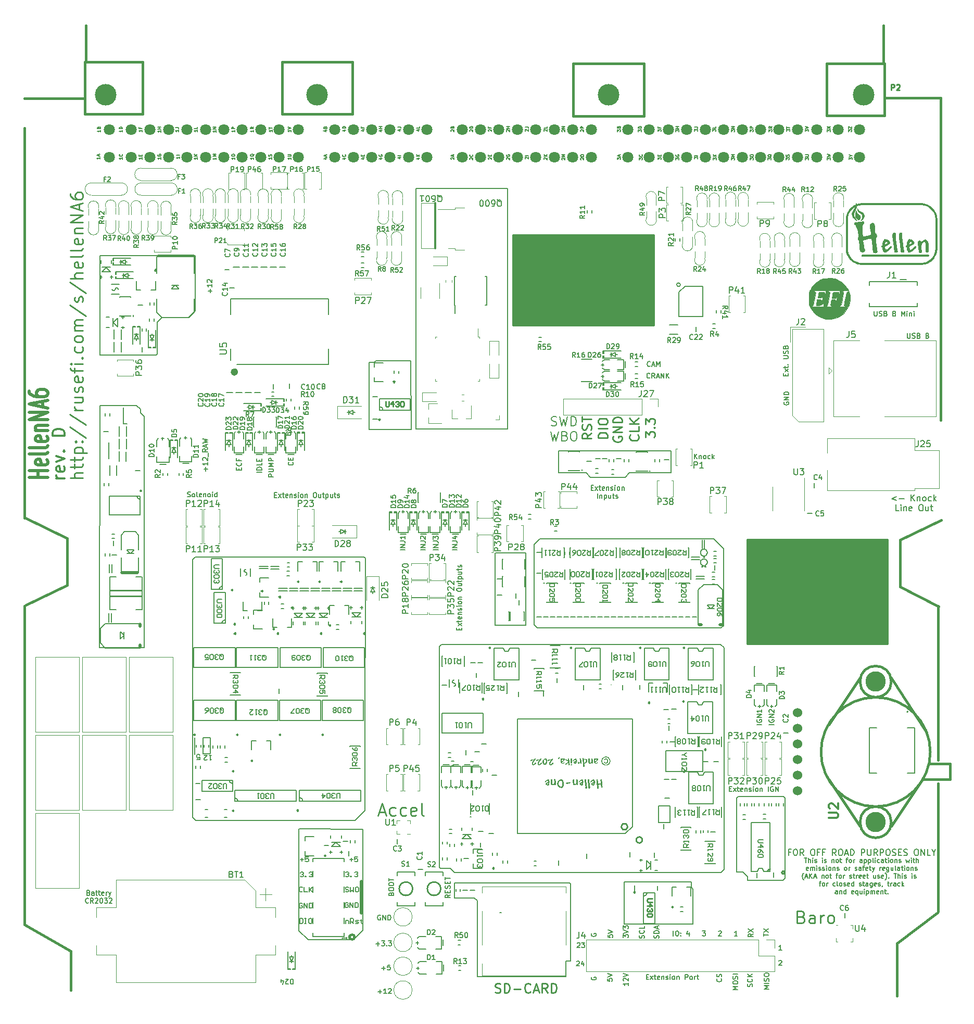
<source format=gto>
G75*
G70*
%OFA0B0*%
%FSLAX25Y25*%
%IPPOS*%
%LPD*%
%AMOC8*
5,1,8,0,0,1.08239X$1,22.5*
%
%ADD10C,0.00394*%
%ADD100C,0.00800*%
%ADD101C,0.01969*%
%ADD106C,0.01500*%
%ADD107C,0.00984*%
%ADD108C,0.00669*%
%ADD109C,0.00500*%
%ADD110C,0.01181*%
%ADD111C,0.00591*%
%ADD112C,0.00709*%
%ADD113C,0.00875*%
%ADD114C,0.01200*%
%ADD115C,0.00010*%
%ADD116C,0.00390*%
%ADD117C,0.00472*%
%ADD118C,0.02425*%
%ADD157C,0.01968*%
%ADD158C,0.00689*%
%ADD19C,0.06000*%
%ADD230C,0.00650*%
%ADD35C,0.13780*%
%ADD36C,0.07087*%
%ADD45C,0.13000*%
%ADD94C,0.00787*%
%ADD95C,0.01575*%
%ADD96C,0.01000*%
X0000000Y0000000D02*
%LPD*%
G01*
D106*
X0595129Y0373228D02*
X0595129Y0578761D01*
X0008471Y0579253D02*
X0045916Y0579253D01*
X0035875Y0267618D02*
X0035875Y0297539D01*
X0569046Y0296555D02*
X0569046Y0266634D01*
X0567274Y0038210D02*
X0593258Y0057895D01*
X0595129Y0579745D02*
X0559744Y0579745D01*
X0595424Y0309154D02*
X0569046Y0296555D01*
D107*
X0411447Y0491968D02*
X0321289Y0491968D01*
X0321289Y0491968D02*
X0321289Y0433897D01*
X0321289Y0433897D02*
X0411447Y0433897D01*
X0411447Y0433897D02*
X0411447Y0491968D01*
G36*
X0411447Y0491968D02*
G01*
X0321289Y0491968D01*
X0321289Y0433897D01*
X0411447Y0433897D01*
X0411447Y0491968D01*
G37*
X0561326Y0296970D02*
X0471168Y0296970D01*
X0471168Y0296970D02*
X0471168Y0230041D01*
X0471168Y0230041D02*
X0561326Y0230041D01*
X0561326Y0230041D02*
X0561326Y0296970D01*
G36*
X0561326Y0296970D02*
G01*
X0471168Y0296970D01*
X0471168Y0230041D01*
X0561326Y0230041D01*
X0561326Y0296970D01*
G37*
D106*
X0038196Y0008289D02*
X0038042Y0032698D01*
X0008514Y0310651D02*
X0008514Y0560454D01*
X0569046Y0266634D02*
X0593849Y0254035D01*
X0567329Y0004773D02*
X0567329Y0038407D01*
X0038042Y0033465D02*
X0008514Y0050394D01*
X0035875Y0297539D02*
X0008563Y0310925D01*
X0009497Y0255020D02*
X0035875Y0267618D01*
X0593554Y0155561D02*
X0593554Y0254352D01*
X0008514Y0050415D02*
X0008514Y0254352D01*
X0593554Y0058682D02*
X0593554Y0140600D01*
D108*
X0281156Y0069364D02*
X0279656Y0068314D01*
X0281156Y0067564D02*
X0278006Y0067564D01*
X0278006Y0068764D01*
X0278156Y0069064D01*
X0278306Y0069214D01*
X0278606Y0069364D01*
X0279056Y0069364D01*
X0279356Y0069214D01*
X0279506Y0069064D01*
X0279656Y0068764D01*
X0279656Y0067564D01*
X0279506Y0070714D02*
X0279506Y0071764D01*
X0281156Y0072214D02*
X0281156Y0070714D01*
X0278006Y0070714D01*
X0278006Y0072214D01*
X0281006Y0073413D02*
X0281156Y0073863D01*
X0281156Y0074613D01*
X0281006Y0074913D01*
X0280856Y0075063D01*
X0280556Y0075213D01*
X0280256Y0075213D01*
X0279956Y0075063D01*
X0279806Y0074913D01*
X0279656Y0074613D01*
X0279506Y0074013D01*
X0279356Y0073713D01*
X0279206Y0073563D01*
X0278906Y0073413D01*
X0278606Y0073413D01*
X0278306Y0073563D01*
X0278156Y0073713D01*
X0278006Y0074013D01*
X0278006Y0074763D01*
X0278156Y0075213D01*
X0279506Y0076563D02*
X0279506Y0077613D01*
X0281156Y0078063D02*
X0281156Y0076563D01*
X0278006Y0076563D01*
X0278006Y0078063D01*
X0278006Y0078963D02*
X0278006Y0080762D01*
X0281156Y0079863D02*
X0278006Y0079863D01*
D109*
X0473153Y0558066D02*
X0473153Y0559304D01*
X0473915Y0558637D01*
X0473915Y0558923D01*
X0474010Y0559113D01*
X0474105Y0559208D01*
X0474296Y0559304D01*
X0474772Y0559304D01*
X0474962Y0559208D01*
X0475058Y0559113D01*
X0475153Y0558923D01*
X0475153Y0558351D01*
X0475058Y0558161D01*
X0474962Y0558066D01*
X0475153Y0560161D02*
X0473153Y0560161D01*
X0473153Y0560923D01*
X0473248Y0561113D01*
X0473343Y0561208D01*
X0473534Y0561304D01*
X0473819Y0561304D01*
X0474010Y0561208D01*
X0474105Y0561113D01*
X0474200Y0560923D01*
X0474200Y0560161D01*
D108*
X0237169Y0022434D02*
X0239569Y0022434D01*
X0238369Y0021234D02*
X0238369Y0023634D01*
X0242568Y0024384D02*
X0241069Y0024384D01*
X0240919Y0022884D01*
X0241069Y0023034D01*
X0241369Y0023184D01*
X0242119Y0023184D01*
X0242418Y0023034D01*
X0242568Y0022884D01*
X0242718Y0022584D01*
X0242718Y0021834D01*
X0242568Y0021534D01*
X0242418Y0021384D01*
X0242119Y0021234D01*
X0241369Y0021234D01*
X0241069Y0021384D01*
X0240919Y0021534D01*
D109*
X0414153Y0540161D02*
X0414153Y0541399D01*
X0414915Y0540732D01*
X0414915Y0541018D01*
X0415010Y0541208D01*
X0415105Y0541304D01*
X0415296Y0541399D01*
X0415772Y0541399D01*
X0415962Y0541304D01*
X0416058Y0541208D01*
X0416153Y0541018D01*
X0416153Y0540447D01*
X0416058Y0540256D01*
X0415962Y0540161D01*
X0415105Y0542256D02*
X0415105Y0542923D01*
X0416153Y0543208D02*
X0416153Y0542256D01*
X0414153Y0542256D01*
X0414153Y0543208D01*
X0107318Y0559239D02*
X0107318Y0558096D01*
X0107318Y0558667D02*
X0105318Y0558667D01*
X0105604Y0558477D01*
X0105794Y0558286D01*
X0105890Y0558096D01*
X0105318Y0560667D02*
X0106747Y0560667D01*
X0107032Y0560572D01*
X0107223Y0560382D01*
X0107318Y0560096D01*
X0107318Y0559905D01*
D108*
X0409252Y0407979D02*
X0409102Y0407829D01*
X0408652Y0407679D01*
X0408352Y0407679D01*
X0407902Y0407829D01*
X0407602Y0408129D01*
X0407452Y0408429D01*
X0407302Y0409029D01*
X0407302Y0409479D01*
X0407452Y0410079D01*
X0407602Y0410379D01*
X0407902Y0410679D01*
X0408352Y0410829D01*
X0408652Y0410829D01*
X0409102Y0410679D01*
X0409252Y0410529D01*
X0410452Y0408579D02*
X0411952Y0408579D01*
X0410152Y0407679D02*
X0411202Y0410829D01*
X0412252Y0407679D01*
X0413301Y0407679D02*
X0413301Y0410829D01*
X0414351Y0408579D01*
X0415401Y0410829D01*
X0415401Y0407679D01*
X0475056Y0044372D02*
X0473556Y0043322D01*
X0475056Y0042572D02*
X0471907Y0042572D01*
X0471907Y0043772D01*
X0472057Y0044072D01*
X0472207Y0044222D01*
X0472507Y0044372D01*
X0472957Y0044372D01*
X0473256Y0044222D01*
X0473406Y0044072D01*
X0473556Y0043772D01*
X0473556Y0042572D01*
X0471907Y0045422D02*
X0475056Y0047522D01*
X0471907Y0047522D02*
X0475056Y0045422D01*
D109*
X0179318Y0541453D02*
X0179318Y0540310D01*
X0179318Y0540882D02*
X0177318Y0540882D01*
X0177604Y0540691D01*
X0177794Y0540501D01*
X0177890Y0540310D01*
X0177318Y0542310D02*
X0178937Y0542310D01*
X0179128Y0542405D01*
X0179223Y0542501D01*
X0179318Y0542691D01*
X0179318Y0543072D01*
X0179223Y0543262D01*
X0179128Y0543358D01*
X0178937Y0543453D01*
X0177318Y0543453D01*
D108*
X0573868Y0428911D02*
X0573868Y0426361D01*
X0574018Y0426062D01*
X0574168Y0425912D01*
X0574468Y0425762D01*
X0575068Y0425762D01*
X0575368Y0425912D01*
X0575517Y0426062D01*
X0575667Y0426361D01*
X0575667Y0428911D01*
X0577017Y0425912D02*
X0577467Y0425762D01*
X0578217Y0425762D01*
X0578517Y0425912D01*
X0578667Y0426062D01*
X0578817Y0426361D01*
X0578817Y0426661D01*
X0578667Y0426961D01*
X0578517Y0427111D01*
X0578217Y0427261D01*
X0577617Y0427411D01*
X0577317Y0427561D01*
X0577167Y0427711D01*
X0577017Y0428011D01*
X0577017Y0428311D01*
X0577167Y0428611D01*
X0577317Y0428761D01*
X0577617Y0428911D01*
X0578367Y0428911D01*
X0578817Y0428761D01*
X0581217Y0427411D02*
X0581667Y0427261D01*
X0581817Y0427111D01*
X0581967Y0426811D01*
X0581967Y0426361D01*
X0581817Y0426062D01*
X0581667Y0425912D01*
X0581367Y0425762D01*
X0580167Y0425762D01*
X0580167Y0428911D01*
X0581217Y0428911D01*
X0581517Y0428761D01*
X0581667Y0428611D01*
X0581817Y0428311D01*
X0581817Y0428011D01*
X0581667Y0427711D01*
X0581517Y0427561D01*
X0581217Y0427411D01*
X0580167Y0427411D01*
X0586766Y0427411D02*
X0587216Y0427261D01*
X0587366Y0427111D01*
X0587516Y0426811D01*
X0587516Y0426361D01*
X0587366Y0426062D01*
X0587216Y0425912D01*
X0586916Y0425762D01*
X0585716Y0425762D01*
X0585716Y0428911D01*
X0586766Y0428911D01*
X0587066Y0428761D01*
X0587216Y0428611D01*
X0587366Y0428311D01*
X0587366Y0428011D01*
X0587216Y0427711D01*
X0587066Y0427561D01*
X0586766Y0427411D01*
X0585716Y0427411D01*
D109*
X0167318Y0559239D02*
X0167318Y0558096D01*
X0167318Y0558667D02*
X0165318Y0558667D01*
X0165604Y0558477D01*
X0165794Y0558286D01*
X0165890Y0558096D01*
X0165318Y0559810D02*
X0165318Y0560953D01*
X0167318Y0560382D02*
X0165318Y0560382D01*
X0536153Y0558113D02*
X0536153Y0559351D01*
X0536915Y0558685D01*
X0536915Y0558970D01*
X0537010Y0559161D01*
X0537105Y0559256D01*
X0537296Y0559351D01*
X0537772Y0559351D01*
X0537962Y0559256D01*
X0538058Y0559161D01*
X0538153Y0558970D01*
X0538153Y0558399D01*
X0538058Y0558208D01*
X0537962Y0558113D01*
X0536153Y0560018D02*
X0536153Y0561351D01*
X0538153Y0560018D01*
X0538153Y0561351D01*
D110*
X0034271Y0335827D02*
X0029021Y0335827D01*
X0030521Y0335827D02*
X0029771Y0336202D01*
X0029396Y0336577D01*
X0029021Y0337327D01*
X0029021Y0338076D01*
X0033896Y0343701D02*
X0034271Y0342951D01*
X0034271Y0341451D01*
X0033896Y0340701D01*
X0033146Y0340326D01*
X0030146Y0340326D01*
X0029396Y0340701D01*
X0029021Y0341451D01*
X0029021Y0342951D01*
X0029396Y0343701D01*
X0030146Y0344076D01*
X0030896Y0344076D01*
X0031646Y0340326D01*
X0029021Y0346700D02*
X0034271Y0348575D01*
X0029021Y0350450D01*
X0033521Y0353450D02*
X0033896Y0353825D01*
X0034271Y0353450D01*
X0033896Y0353075D01*
X0033521Y0353450D01*
X0034271Y0353450D01*
X0034271Y0363198D02*
X0026397Y0363198D01*
X0026397Y0365073D01*
X0026772Y0366198D01*
X0027522Y0366948D01*
X0028271Y0367323D01*
X0029771Y0367698D01*
X0030896Y0367698D01*
X0032396Y0367323D01*
X0033146Y0366948D01*
X0033896Y0366198D01*
X0034271Y0365073D01*
X0034271Y0363198D01*
D108*
X0481749Y0042910D02*
X0481749Y0044710D01*
X0484899Y0043810D02*
X0481749Y0043810D01*
X0481749Y0045459D02*
X0484899Y0047559D01*
X0481749Y0047559D02*
X0484899Y0045459D01*
X0485292Y0009108D02*
X0482143Y0009108D01*
X0484393Y0010158D01*
X0482143Y0011208D01*
X0485292Y0011208D01*
X0485292Y0012707D02*
X0482143Y0012707D01*
X0485142Y0014057D02*
X0485292Y0014507D01*
X0485292Y0015257D01*
X0485142Y0015557D01*
X0484992Y0015707D01*
X0484693Y0015857D01*
X0484393Y0015857D01*
X0484093Y0015707D01*
X0483943Y0015557D01*
X0483793Y0015257D01*
X0483643Y0014657D01*
X0483493Y0014357D01*
X0483343Y0014207D01*
X0483043Y0014057D01*
X0482743Y0014057D01*
X0482443Y0014207D01*
X0482293Y0014357D01*
X0482143Y0014657D01*
X0482143Y0015407D01*
X0482293Y0015857D01*
X0482143Y0017807D02*
X0482143Y0018407D01*
X0482293Y0018707D01*
X0482593Y0019007D01*
X0483193Y0019157D01*
X0484243Y0019157D01*
X0484843Y0019007D01*
X0485142Y0018707D01*
X0485292Y0018407D01*
X0485292Y0017807D01*
X0485142Y0017507D01*
X0484843Y0017207D01*
X0484243Y0017057D01*
X0483193Y0017057D01*
X0482593Y0017207D01*
X0482293Y0017507D01*
X0482143Y0017807D01*
X0285686Y0290210D02*
X0282537Y0290210D01*
X0285686Y0291710D02*
X0282537Y0291710D01*
X0285686Y0293510D01*
X0282537Y0293510D01*
X0282537Y0295909D02*
X0284786Y0295909D01*
X0285236Y0295759D01*
X0285536Y0295459D01*
X0285686Y0295010D01*
X0285686Y0294710D01*
X0283586Y0298759D02*
X0285686Y0298759D01*
X0282387Y0298009D02*
X0284636Y0297259D01*
X0284636Y0299209D01*
D107*
X0309941Y0007080D02*
X0310784Y0006798D01*
X0312190Y0006798D01*
X0312753Y0007080D01*
X0313034Y0007361D01*
X0313315Y0007923D01*
X0313315Y0008486D01*
X0313034Y0009048D01*
X0312753Y0009329D01*
X0312190Y0009610D01*
X0311065Y0009892D01*
X0310503Y0010173D01*
X0310222Y0010454D01*
X0309941Y0011017D01*
X0309941Y0011579D01*
X0310222Y0012141D01*
X0310503Y0012423D01*
X0311065Y0012704D01*
X0312471Y0012704D01*
X0313315Y0012423D01*
X0315846Y0006798D02*
X0315846Y0012704D01*
X0317252Y0012704D01*
X0318096Y0012423D01*
X0318658Y0011860D01*
X0318939Y0011298D01*
X0319221Y0010173D01*
X0319221Y0009329D01*
X0318939Y0008204D01*
X0318658Y0007642D01*
X0318096Y0007080D01*
X0317252Y0006798D01*
X0315846Y0006798D01*
X0321752Y0009048D02*
X0326251Y0009048D01*
X0332438Y0007361D02*
X0332156Y0007080D01*
X0331313Y0006798D01*
X0330750Y0006798D01*
X0329907Y0007080D01*
X0329344Y0007642D01*
X0329063Y0008204D01*
X0328782Y0009329D01*
X0328782Y0010173D01*
X0329063Y0011298D01*
X0329344Y0011860D01*
X0329907Y0012423D01*
X0330750Y0012704D01*
X0331313Y0012704D01*
X0332156Y0012423D01*
X0332438Y0012141D01*
X0334687Y0008486D02*
X0337500Y0008486D01*
X0334125Y0006798D02*
X0336094Y0012704D01*
X0338062Y0006798D01*
X0343405Y0006798D02*
X0341437Y0009610D01*
X0340031Y0006798D02*
X0340031Y0012704D01*
X0342280Y0012704D01*
X0342843Y0012423D01*
X0343124Y0012141D01*
X0343405Y0011579D01*
X0343405Y0010735D01*
X0343124Y0010173D01*
X0342843Y0009892D01*
X0342280Y0009610D01*
X0340031Y0009610D01*
X0345936Y0006798D02*
X0345936Y0012704D01*
X0347342Y0012704D01*
X0348186Y0012423D01*
X0348748Y0011860D01*
X0349029Y0011298D01*
X0349311Y0010173D01*
X0349311Y0009329D01*
X0349029Y0008204D01*
X0348748Y0007642D01*
X0348186Y0007080D01*
X0347342Y0006798D01*
X0345936Y0006798D01*
D109*
X0388153Y0540208D02*
X0388153Y0541447D01*
X0388915Y0540780D01*
X0388915Y0541066D01*
X0389010Y0541256D01*
X0389105Y0541351D01*
X0389296Y0541447D01*
X0389772Y0541447D01*
X0389962Y0541351D01*
X0390058Y0541256D01*
X0390153Y0541066D01*
X0390153Y0540494D01*
X0390058Y0540304D01*
X0389962Y0540208D01*
X0389581Y0542208D02*
X0389581Y0543161D01*
X0390153Y0542018D02*
X0388153Y0542685D01*
X0390153Y0543351D01*
X0414153Y0558208D02*
X0414153Y0559447D01*
X0414915Y0558780D01*
X0414915Y0559066D01*
X0415010Y0559256D01*
X0415105Y0559351D01*
X0415296Y0559447D01*
X0415772Y0559447D01*
X0415962Y0559351D01*
X0416058Y0559256D01*
X0416153Y0559066D01*
X0416153Y0558494D01*
X0416058Y0558304D01*
X0415962Y0558208D01*
X0415105Y0560970D02*
X0415105Y0560304D01*
X0416153Y0560304D02*
X0414153Y0560304D01*
X0414153Y0561256D01*
X0484653Y0540018D02*
X0484653Y0541256D01*
X0485415Y0540589D01*
X0485415Y0540875D01*
X0485510Y0541066D01*
X0485605Y0541161D01*
X0485796Y0541256D01*
X0486272Y0541256D01*
X0486462Y0541161D01*
X0486558Y0541066D01*
X0486653Y0540875D01*
X0486653Y0540304D01*
X0486558Y0540113D01*
X0486462Y0540018D01*
X0486843Y0543447D02*
X0486748Y0543256D01*
X0486558Y0543066D01*
X0486272Y0542780D01*
X0486177Y0542589D01*
X0486177Y0542399D01*
X0486653Y0542494D02*
X0486558Y0542304D01*
X0486367Y0542113D01*
X0485986Y0542018D01*
X0485319Y0542018D01*
X0484939Y0542113D01*
X0484748Y0542304D01*
X0484653Y0542494D01*
X0484653Y0542875D01*
X0484748Y0543066D01*
X0484939Y0543256D01*
X0485319Y0543351D01*
X0485986Y0543351D01*
X0486367Y0543256D01*
X0486558Y0543066D01*
X0486653Y0542875D01*
X0486653Y0542494D01*
X0449653Y0540066D02*
X0449653Y0541304D01*
X0450415Y0540637D01*
X0450415Y0540923D01*
X0450510Y0541113D01*
X0450605Y0541208D01*
X0450796Y0541304D01*
X0451272Y0541304D01*
X0451462Y0541208D01*
X0451558Y0541113D01*
X0451653Y0540923D01*
X0451653Y0540351D01*
X0451558Y0540161D01*
X0451462Y0540066D01*
X0451653Y0542161D02*
X0449653Y0542161D01*
X0451653Y0543304D02*
X0450510Y0542447D01*
X0449653Y0543304D02*
X0450796Y0542161D01*
D111*
X0566990Y0324190D02*
X0563990Y0323065D01*
X0566990Y0321940D01*
X0568490Y0322878D02*
X0571864Y0322878D01*
X0576364Y0321565D02*
X0576364Y0325502D01*
X0578614Y0321565D02*
X0576926Y0323815D01*
X0578614Y0325502D02*
X0576364Y0323253D01*
X0580301Y0324190D02*
X0580301Y0321565D01*
X0580301Y0323815D02*
X0580488Y0324003D01*
X0580863Y0324190D01*
X0581426Y0324190D01*
X0581801Y0324003D01*
X0581988Y0323628D01*
X0581988Y0321565D01*
X0584425Y0321565D02*
X0584050Y0321753D01*
X0583863Y0321940D01*
X0583675Y0322315D01*
X0583675Y0323440D01*
X0583863Y0323815D01*
X0584050Y0324003D01*
X0584425Y0324190D01*
X0584988Y0324190D01*
X0585363Y0324003D01*
X0585550Y0323815D01*
X0585738Y0323440D01*
X0585738Y0322315D01*
X0585550Y0321940D01*
X0585363Y0321753D01*
X0584988Y0321565D01*
X0584425Y0321565D01*
X0589112Y0321753D02*
X0588737Y0321565D01*
X0587987Y0321565D01*
X0587612Y0321753D01*
X0587425Y0321940D01*
X0587238Y0322315D01*
X0587238Y0323440D01*
X0587425Y0323815D01*
X0587612Y0324003D01*
X0587987Y0324190D01*
X0588737Y0324190D01*
X0589112Y0324003D01*
X0590800Y0321565D02*
X0590800Y0325502D01*
X0591175Y0323065D02*
X0592299Y0321565D01*
X0592299Y0324190D02*
X0590800Y0322690D01*
X0568396Y0315227D02*
X0566521Y0315227D01*
X0566521Y0319164D01*
X0569708Y0315227D02*
X0569708Y0317852D01*
X0569708Y0319164D02*
X0569521Y0318976D01*
X0569708Y0318789D01*
X0569896Y0318976D01*
X0569708Y0319164D01*
X0569708Y0318789D01*
X0571583Y0317852D02*
X0571583Y0315227D01*
X0571583Y0317477D02*
X0571771Y0317664D01*
X0572146Y0317852D01*
X0572708Y0317852D01*
X0573083Y0317664D01*
X0573271Y0317289D01*
X0573271Y0315227D01*
X0576645Y0315414D02*
X0576270Y0315227D01*
X0575520Y0315227D01*
X0575145Y0315414D01*
X0574958Y0315789D01*
X0574958Y0317289D01*
X0575145Y0317664D01*
X0575520Y0317852D01*
X0576270Y0317852D01*
X0576645Y0317664D01*
X0576833Y0317289D01*
X0576833Y0316914D01*
X0574958Y0316539D01*
X0582269Y0319164D02*
X0583019Y0319164D01*
X0583394Y0318976D01*
X0583769Y0318601D01*
X0583957Y0317852D01*
X0583957Y0316539D01*
X0583769Y0315789D01*
X0583394Y0315414D01*
X0583019Y0315227D01*
X0582269Y0315227D01*
X0581894Y0315414D01*
X0581519Y0315789D01*
X0581332Y0316539D01*
X0581332Y0317852D01*
X0581519Y0318601D01*
X0581894Y0318976D01*
X0582269Y0319164D01*
X0587331Y0317852D02*
X0587331Y0315227D01*
X0585644Y0317852D02*
X0585644Y0315789D01*
X0585831Y0315414D01*
X0586206Y0315227D01*
X0586769Y0315227D01*
X0587144Y0315414D01*
X0587331Y0315602D01*
X0588644Y0317852D02*
X0590143Y0317852D01*
X0589206Y0319164D02*
X0589206Y0315789D01*
X0589394Y0315414D01*
X0589768Y0315227D01*
X0590143Y0315227D01*
D108*
X0168679Y0325443D02*
X0169729Y0325443D01*
X0170179Y0323793D02*
X0168679Y0323793D01*
X0168679Y0326943D01*
X0170179Y0326943D01*
X0171229Y0323793D02*
X0172879Y0325893D01*
X0171229Y0325893D02*
X0172879Y0323793D01*
X0173629Y0325893D02*
X0174829Y0325893D01*
X0174079Y0326943D02*
X0174079Y0324243D01*
X0174229Y0323943D01*
X0174529Y0323793D01*
X0174829Y0323793D01*
X0177078Y0323943D02*
X0176778Y0323793D01*
X0176178Y0323793D01*
X0175878Y0323943D01*
X0175728Y0324243D01*
X0175728Y0325443D01*
X0175878Y0325743D01*
X0176178Y0325893D01*
X0176778Y0325893D01*
X0177078Y0325743D01*
X0177228Y0325443D01*
X0177228Y0325143D01*
X0175728Y0324843D01*
X0178578Y0325893D02*
X0178578Y0323793D01*
X0178578Y0325593D02*
X0178728Y0325743D01*
X0179028Y0325893D01*
X0179478Y0325893D01*
X0179778Y0325743D01*
X0179928Y0325443D01*
X0179928Y0323793D01*
X0181278Y0323943D02*
X0181578Y0323793D01*
X0182178Y0323793D01*
X0182478Y0323943D01*
X0182628Y0324243D01*
X0182628Y0324393D01*
X0182478Y0324693D01*
X0182178Y0324843D01*
X0181728Y0324843D01*
X0181428Y0324993D01*
X0181278Y0325293D01*
X0181278Y0325443D01*
X0181428Y0325743D01*
X0181728Y0325893D01*
X0182178Y0325893D01*
X0182478Y0325743D01*
X0183977Y0323793D02*
X0183977Y0325893D01*
X0183977Y0326943D02*
X0183827Y0326793D01*
X0183977Y0326643D01*
X0184127Y0326793D01*
X0183977Y0326943D01*
X0183977Y0326643D01*
X0185927Y0323793D02*
X0185627Y0323943D01*
X0185477Y0324093D01*
X0185327Y0324393D01*
X0185327Y0325293D01*
X0185477Y0325593D01*
X0185627Y0325743D01*
X0185927Y0325893D01*
X0186377Y0325893D01*
X0186677Y0325743D01*
X0186827Y0325593D01*
X0186977Y0325293D01*
X0186977Y0324393D01*
X0186827Y0324093D01*
X0186677Y0323943D01*
X0186377Y0323793D01*
X0185927Y0323793D01*
X0188327Y0325893D02*
X0188327Y0323793D01*
X0188327Y0325593D02*
X0188477Y0325743D01*
X0188777Y0325893D01*
X0189227Y0325893D01*
X0189527Y0325743D01*
X0189677Y0325443D01*
X0189677Y0323793D01*
X0194176Y0326943D02*
X0194776Y0326943D01*
X0195076Y0326793D01*
X0195376Y0326493D01*
X0195526Y0325893D01*
X0195526Y0324843D01*
X0195376Y0324243D01*
X0195076Y0323943D01*
X0194776Y0323793D01*
X0194176Y0323793D01*
X0193876Y0323943D01*
X0193576Y0324243D01*
X0193426Y0324843D01*
X0193426Y0325893D01*
X0193576Y0326493D01*
X0193876Y0326793D01*
X0194176Y0326943D01*
X0198226Y0325893D02*
X0198226Y0323793D01*
X0196876Y0325893D02*
X0196876Y0324243D01*
X0197026Y0323943D01*
X0197326Y0323793D01*
X0197776Y0323793D01*
X0198076Y0323943D01*
X0198226Y0324093D01*
X0199275Y0325893D02*
X0200475Y0325893D01*
X0199725Y0326943D02*
X0199725Y0324243D01*
X0199875Y0323943D01*
X0200175Y0323793D01*
X0200475Y0323793D01*
X0201525Y0325893D02*
X0201525Y0322743D01*
X0201525Y0325743D02*
X0201825Y0325893D01*
X0202425Y0325893D01*
X0202725Y0325743D01*
X0202875Y0325593D01*
X0203025Y0325293D01*
X0203025Y0324393D01*
X0202875Y0324093D01*
X0202725Y0323943D01*
X0202425Y0323793D01*
X0201825Y0323793D01*
X0201525Y0323943D01*
X0205725Y0325893D02*
X0205725Y0323793D01*
X0204375Y0325893D02*
X0204375Y0324243D01*
X0204525Y0323943D01*
X0204825Y0323793D01*
X0205275Y0323793D01*
X0205575Y0323943D01*
X0205725Y0324093D01*
X0206775Y0325893D02*
X0207974Y0325893D01*
X0207224Y0326943D02*
X0207224Y0324243D01*
X0207374Y0323943D01*
X0207674Y0323793D01*
X0207974Y0323793D01*
X0208874Y0323943D02*
X0209174Y0323793D01*
X0209774Y0323793D01*
X0210074Y0323943D01*
X0210224Y0324243D01*
X0210224Y0324393D01*
X0210074Y0324693D01*
X0209774Y0324843D01*
X0209324Y0324843D01*
X0209024Y0324993D01*
X0208874Y0325293D01*
X0208874Y0325443D01*
X0209024Y0325743D01*
X0209324Y0325893D01*
X0209774Y0325893D01*
X0210074Y0325743D01*
D109*
X0305843Y0558304D02*
X0305748Y0558399D01*
X0305653Y0558589D01*
X0305653Y0559066D01*
X0305748Y0559256D01*
X0305843Y0559351D01*
X0306034Y0559447D01*
X0306224Y0559447D01*
X0306510Y0559351D01*
X0307653Y0558208D01*
X0307653Y0559447D01*
X0306605Y0560970D02*
X0306605Y0560304D01*
X0307653Y0560304D02*
X0305653Y0560304D01*
X0305653Y0561256D01*
D108*
X0286790Y0238969D02*
X0286790Y0240019D01*
X0288439Y0240469D02*
X0288439Y0238969D01*
X0285290Y0238969D01*
X0285290Y0240469D01*
X0288439Y0241519D02*
X0286340Y0243169D01*
X0286340Y0241519D02*
X0288439Y0243169D01*
X0286340Y0243919D02*
X0286340Y0245119D01*
X0285290Y0244369D02*
X0287989Y0244369D01*
X0288289Y0244519D01*
X0288439Y0244819D01*
X0288439Y0245119D01*
X0288289Y0247368D02*
X0288439Y0247068D01*
X0288439Y0246468D01*
X0288289Y0246168D01*
X0287989Y0246018D01*
X0286790Y0246018D01*
X0286490Y0246168D01*
X0286340Y0246468D01*
X0286340Y0247068D01*
X0286490Y0247368D01*
X0286790Y0247518D01*
X0287089Y0247518D01*
X0287389Y0246018D01*
X0286340Y0248868D02*
X0288439Y0248868D01*
X0286640Y0248868D02*
X0286490Y0249018D01*
X0286340Y0249318D01*
X0286340Y0249768D01*
X0286490Y0250068D01*
X0286790Y0250218D01*
X0288439Y0250218D01*
X0288289Y0251568D02*
X0288439Y0251868D01*
X0288439Y0252468D01*
X0288289Y0252768D01*
X0287989Y0252918D01*
X0287839Y0252918D01*
X0287539Y0252768D01*
X0287389Y0252468D01*
X0287389Y0252018D01*
X0287239Y0251718D01*
X0286939Y0251568D01*
X0286790Y0251568D01*
X0286490Y0251718D01*
X0286340Y0252018D01*
X0286340Y0252468D01*
X0286490Y0252768D01*
X0288439Y0254267D02*
X0286340Y0254267D01*
X0285290Y0254267D02*
X0285440Y0254117D01*
X0285590Y0254267D01*
X0285440Y0254417D01*
X0285290Y0254267D01*
X0285590Y0254267D01*
X0288439Y0256217D02*
X0288289Y0255917D01*
X0288139Y0255767D01*
X0287839Y0255617D01*
X0286939Y0255617D01*
X0286640Y0255767D01*
X0286490Y0255917D01*
X0286340Y0256217D01*
X0286340Y0256667D01*
X0286490Y0256967D01*
X0286640Y0257117D01*
X0286939Y0257267D01*
X0287839Y0257267D01*
X0288139Y0257117D01*
X0288289Y0256967D01*
X0288439Y0256667D01*
X0288439Y0256217D01*
X0286340Y0258617D02*
X0288439Y0258617D01*
X0286640Y0258617D02*
X0286490Y0258767D01*
X0286340Y0259067D01*
X0286340Y0259517D01*
X0286490Y0259817D01*
X0286790Y0259967D01*
X0288439Y0259967D01*
X0285290Y0264466D02*
X0285290Y0265066D01*
X0285440Y0265366D01*
X0285740Y0265666D01*
X0286340Y0265816D01*
X0287389Y0265816D01*
X0287989Y0265666D01*
X0288289Y0265366D01*
X0288439Y0265066D01*
X0288439Y0264466D01*
X0288289Y0264166D01*
X0287989Y0263866D01*
X0287389Y0263716D01*
X0286340Y0263716D01*
X0285740Y0263866D01*
X0285440Y0264166D01*
X0285290Y0264466D01*
X0286340Y0268516D02*
X0288439Y0268516D01*
X0286340Y0267166D02*
X0287989Y0267166D01*
X0288289Y0267316D01*
X0288439Y0267616D01*
X0288439Y0268066D01*
X0288289Y0268366D01*
X0288139Y0268516D01*
X0286340Y0269565D02*
X0286340Y0270765D01*
X0285290Y0270015D02*
X0287989Y0270015D01*
X0288289Y0270165D01*
X0288439Y0270465D01*
X0288439Y0270765D01*
X0286340Y0271815D02*
X0289489Y0271815D01*
X0286490Y0271815D02*
X0286340Y0272115D01*
X0286340Y0272715D01*
X0286490Y0273015D01*
X0286640Y0273165D01*
X0286939Y0273315D01*
X0287839Y0273315D01*
X0288139Y0273165D01*
X0288289Y0273015D01*
X0288439Y0272715D01*
X0288439Y0272115D01*
X0288289Y0271815D01*
X0286340Y0276015D02*
X0288439Y0276015D01*
X0286340Y0274665D02*
X0287989Y0274665D01*
X0288289Y0274815D01*
X0288439Y0275115D01*
X0288439Y0275565D01*
X0288289Y0275865D01*
X0288139Y0276015D01*
X0286340Y0277065D02*
X0286340Y0278264D01*
X0285290Y0277514D02*
X0287989Y0277514D01*
X0288289Y0277664D01*
X0288439Y0277964D01*
X0288439Y0278264D01*
X0288289Y0279164D02*
X0288439Y0279464D01*
X0288439Y0280064D01*
X0288289Y0280364D01*
X0287989Y0280514D01*
X0287839Y0280514D01*
X0287539Y0280364D01*
X0287389Y0280064D01*
X0287389Y0279614D01*
X0287239Y0279314D01*
X0286939Y0279164D01*
X0286790Y0279164D01*
X0286490Y0279314D01*
X0286340Y0279614D01*
X0286340Y0280064D01*
X0286490Y0280364D01*
X0454678Y0015632D02*
X0454828Y0015482D01*
X0454977Y0015032D01*
X0454977Y0014732D01*
X0454828Y0014282D01*
X0454528Y0013982D01*
X0454228Y0013832D01*
X0453628Y0013682D01*
X0453178Y0013682D01*
X0452578Y0013832D01*
X0452278Y0013982D01*
X0451978Y0014282D01*
X0451828Y0014732D01*
X0451828Y0015032D01*
X0451978Y0015482D01*
X0452128Y0015632D01*
X0454828Y0016832D02*
X0454977Y0017282D01*
X0454977Y0018032D01*
X0454828Y0018332D01*
X0454678Y0018482D01*
X0454378Y0018632D01*
X0454078Y0018632D01*
X0453778Y0018482D01*
X0453628Y0018332D01*
X0453478Y0018032D01*
X0453328Y0017432D01*
X0453178Y0017132D01*
X0453028Y0016982D01*
X0452728Y0016832D01*
X0452428Y0016832D01*
X0452128Y0016982D01*
X0451978Y0017132D01*
X0451828Y0017432D01*
X0451828Y0018182D01*
X0451978Y0018632D01*
X0437408Y0348596D02*
X0437408Y0351746D01*
X0439208Y0348596D02*
X0437858Y0350396D01*
X0439208Y0351746D02*
X0437408Y0349946D01*
X0440558Y0350696D02*
X0440558Y0348596D01*
X0440558Y0350396D02*
X0440708Y0350546D01*
X0441008Y0350696D01*
X0441458Y0350696D01*
X0441758Y0350546D01*
X0441908Y0350246D01*
X0441908Y0348596D01*
X0443857Y0348596D02*
X0443557Y0348746D01*
X0443407Y0348896D01*
X0443257Y0349196D01*
X0443257Y0350096D01*
X0443407Y0350396D01*
X0443557Y0350546D01*
X0443857Y0350696D01*
X0444307Y0350696D01*
X0444607Y0350546D01*
X0444757Y0350396D01*
X0444907Y0350096D01*
X0444907Y0349196D01*
X0444757Y0348896D01*
X0444607Y0348746D01*
X0444307Y0348596D01*
X0443857Y0348596D01*
X0447607Y0348746D02*
X0447307Y0348596D01*
X0446707Y0348596D01*
X0446407Y0348746D01*
X0446257Y0348896D01*
X0446107Y0349196D01*
X0446107Y0350096D01*
X0446257Y0350396D01*
X0446407Y0350546D01*
X0446707Y0350696D01*
X0447307Y0350696D01*
X0447607Y0350546D01*
X0448957Y0348596D02*
X0448957Y0351746D01*
X0449257Y0349796D02*
X0450157Y0348596D01*
X0450157Y0350696D02*
X0448957Y0349496D01*
X0160489Y0339869D02*
X0157340Y0339869D01*
X0160489Y0341369D02*
X0157340Y0341369D01*
X0157340Y0342119D01*
X0157490Y0342569D01*
X0157790Y0342868D01*
X0158090Y0343018D01*
X0158690Y0343168D01*
X0159139Y0343168D01*
X0159739Y0343018D01*
X0160039Y0342868D01*
X0160339Y0342569D01*
X0160489Y0342119D01*
X0160489Y0341369D01*
X0160489Y0346018D02*
X0160489Y0344518D01*
X0157340Y0344518D01*
X0158840Y0347068D02*
X0158840Y0348118D01*
X0160489Y0348568D02*
X0160489Y0347068D01*
X0157340Y0347068D01*
X0157340Y0348568D01*
D109*
X0496653Y0558304D02*
X0496653Y0559542D01*
X0497415Y0558875D01*
X0497415Y0559161D01*
X0497510Y0559351D01*
X0497605Y0559447D01*
X0497796Y0559542D01*
X0498272Y0559542D01*
X0498462Y0559447D01*
X0498558Y0559351D01*
X0498653Y0559161D01*
X0498653Y0558589D01*
X0498558Y0558399D01*
X0498462Y0558304D01*
X0496653Y0560113D02*
X0496653Y0561256D01*
X0498653Y0560685D02*
X0496653Y0560685D01*
X0260300Y0559304D02*
X0261633Y0559304D01*
X0259538Y0558828D02*
X0260966Y0558351D01*
X0260966Y0559589D01*
X0261633Y0561304D02*
X0261633Y0560351D01*
X0259633Y0560351D01*
X0119318Y0559191D02*
X0119318Y0558048D01*
X0119318Y0558620D02*
X0117318Y0558620D01*
X0117604Y0558429D01*
X0117794Y0558239D01*
X0117890Y0558048D01*
X0119318Y0561001D02*
X0119318Y0560048D01*
X0117318Y0560048D01*
D108*
X0252222Y0290210D02*
X0249072Y0290210D01*
X0252222Y0291710D02*
X0249072Y0291710D01*
X0252222Y0293510D01*
X0249072Y0293510D01*
X0249072Y0295909D02*
X0251322Y0295909D01*
X0251772Y0295759D01*
X0252072Y0295459D01*
X0252222Y0295010D01*
X0252222Y0294710D01*
X0252222Y0299059D02*
X0252222Y0297259D01*
X0252222Y0298159D02*
X0249072Y0298159D01*
X0249522Y0297859D01*
X0249822Y0297559D01*
X0249972Y0297259D01*
X0273481Y0290210D02*
X0270332Y0290210D01*
X0273481Y0291710D02*
X0270332Y0291710D01*
X0273481Y0293510D01*
X0270332Y0293510D01*
X0270332Y0295909D02*
X0272582Y0295909D01*
X0273031Y0295759D01*
X0273331Y0295459D01*
X0273481Y0295010D01*
X0273481Y0294710D01*
X0270332Y0297109D02*
X0270332Y0299059D01*
X0271532Y0298009D01*
X0271532Y0298459D01*
X0271682Y0298759D01*
X0271832Y0298909D01*
X0272132Y0299059D01*
X0272882Y0299059D01*
X0273181Y0298909D01*
X0273331Y0298759D01*
X0273481Y0298459D01*
X0273481Y0297559D01*
X0273331Y0297259D01*
X0273181Y0297109D01*
X0493395Y0034057D02*
X0491596Y0034057D01*
X0492495Y0034057D02*
X0492495Y0037207D01*
X0492195Y0036757D01*
X0491895Y0036457D01*
X0491596Y0036307D01*
D109*
X0437653Y0558304D02*
X0437653Y0559542D01*
X0438415Y0558875D01*
X0438415Y0559161D01*
X0438510Y0559351D01*
X0438605Y0559447D01*
X0438796Y0559542D01*
X0439272Y0559542D01*
X0439462Y0559447D01*
X0439558Y0559351D01*
X0439653Y0559161D01*
X0439653Y0558589D01*
X0439558Y0558399D01*
X0439462Y0558304D01*
X0437653Y0560970D02*
X0439081Y0560970D01*
X0439367Y0560875D01*
X0439558Y0560685D01*
X0439653Y0560399D01*
X0439653Y0560208D01*
D108*
X0049585Y0070793D02*
X0050035Y0070643D01*
X0050185Y0070493D01*
X0050335Y0070193D01*
X0050335Y0069743D01*
X0050185Y0069443D01*
X0050035Y0069293D01*
X0049735Y0069143D01*
X0048535Y0069143D01*
X0048535Y0072293D01*
X0049585Y0072293D01*
X0049885Y0072143D01*
X0050035Y0071993D01*
X0050185Y0071693D01*
X0050185Y0071393D01*
X0050035Y0071093D01*
X0049885Y0070943D01*
X0049585Y0070793D01*
X0048535Y0070793D01*
X0053034Y0069143D02*
X0053034Y0070793D01*
X0052884Y0071093D01*
X0052584Y0071243D01*
X0051984Y0071243D01*
X0051685Y0071093D01*
X0053034Y0069293D02*
X0052734Y0069143D01*
X0051984Y0069143D01*
X0051685Y0069293D01*
X0051535Y0069593D01*
X0051535Y0069893D01*
X0051685Y0070193D01*
X0051984Y0070343D01*
X0052734Y0070343D01*
X0053034Y0070493D01*
X0054084Y0071243D02*
X0055284Y0071243D01*
X0054534Y0072293D02*
X0054534Y0069593D01*
X0054684Y0069293D01*
X0054984Y0069143D01*
X0055284Y0069143D01*
X0055884Y0071243D02*
X0057084Y0071243D01*
X0056334Y0072293D02*
X0056334Y0069593D01*
X0056484Y0069293D01*
X0056784Y0069143D01*
X0057084Y0069143D01*
X0059334Y0069293D02*
X0059034Y0069143D01*
X0058434Y0069143D01*
X0058134Y0069293D01*
X0057984Y0069593D01*
X0057984Y0070793D01*
X0058134Y0071093D01*
X0058434Y0071243D01*
X0059034Y0071243D01*
X0059334Y0071093D01*
X0059484Y0070793D01*
X0059484Y0070493D01*
X0057984Y0070193D01*
X0060833Y0069143D02*
X0060833Y0071243D01*
X0060833Y0070643D02*
X0060983Y0070943D01*
X0061133Y0071093D01*
X0061433Y0071243D01*
X0061733Y0071243D01*
X0062483Y0071243D02*
X0063233Y0069143D01*
X0063983Y0071243D02*
X0063233Y0069143D01*
X0062933Y0068394D01*
X0062783Y0068244D01*
X0062483Y0068094D01*
X0049510Y0064373D02*
X0049360Y0064223D01*
X0048910Y0064073D01*
X0048610Y0064073D01*
X0048160Y0064223D01*
X0047860Y0064523D01*
X0047710Y0064822D01*
X0047560Y0065422D01*
X0047560Y0065872D01*
X0047710Y0066472D01*
X0047860Y0066772D01*
X0048160Y0067072D01*
X0048610Y0067222D01*
X0048910Y0067222D01*
X0049360Y0067072D01*
X0049510Y0066922D01*
X0052659Y0064073D02*
X0051610Y0065572D01*
X0050860Y0064073D02*
X0050860Y0067222D01*
X0052059Y0067222D01*
X0052359Y0067072D01*
X0052509Y0066922D01*
X0052659Y0066622D01*
X0052659Y0066172D01*
X0052509Y0065872D01*
X0052359Y0065722D01*
X0052059Y0065572D01*
X0050860Y0065572D01*
X0053859Y0066922D02*
X0054009Y0067072D01*
X0054309Y0067222D01*
X0055059Y0067222D01*
X0055359Y0067072D01*
X0055509Y0066922D01*
X0055659Y0066622D01*
X0055659Y0066322D01*
X0055509Y0065872D01*
X0053709Y0064073D01*
X0055659Y0064073D01*
X0057609Y0067222D02*
X0057909Y0067222D01*
X0058209Y0067072D01*
X0058359Y0066922D01*
X0058509Y0066622D01*
X0058659Y0066022D01*
X0058659Y0065272D01*
X0058509Y0064673D01*
X0058359Y0064373D01*
X0058209Y0064223D01*
X0057909Y0064073D01*
X0057609Y0064073D01*
X0057309Y0064223D01*
X0057159Y0064373D01*
X0057009Y0064673D01*
X0056859Y0065272D01*
X0056859Y0066022D01*
X0057009Y0066622D01*
X0057159Y0066922D01*
X0057309Y0067072D01*
X0057609Y0067222D01*
X0059709Y0067222D02*
X0061658Y0067222D01*
X0060608Y0066022D01*
X0061058Y0066022D01*
X0061358Y0065872D01*
X0061508Y0065722D01*
X0061658Y0065422D01*
X0061658Y0064673D01*
X0061508Y0064373D01*
X0061358Y0064223D01*
X0061058Y0064073D01*
X0060158Y0064073D01*
X0059859Y0064223D01*
X0059709Y0064373D01*
X0062858Y0066922D02*
X0063008Y0067072D01*
X0063308Y0067222D01*
X0064058Y0067222D01*
X0064358Y0067072D01*
X0064508Y0066922D01*
X0064658Y0066622D01*
X0064658Y0066322D01*
X0064508Y0065872D01*
X0062708Y0064073D01*
X0064658Y0064073D01*
D109*
X0200759Y0559048D02*
X0202092Y0559048D01*
X0199997Y0558571D02*
X0201426Y0558095D01*
X0201426Y0559333D01*
X0201045Y0560762D02*
X0201140Y0561048D01*
X0201235Y0561143D01*
X0201426Y0561238D01*
X0201712Y0561238D01*
X0201902Y0561143D01*
X0201997Y0561048D01*
X0202092Y0560857D01*
X0202092Y0560095D01*
X0200092Y0560095D01*
X0200092Y0560762D01*
X0200188Y0560952D01*
X0200283Y0561048D01*
X0200473Y0561143D01*
X0200664Y0561143D01*
X0200854Y0561048D01*
X0200950Y0560952D01*
X0201045Y0560762D01*
X0201045Y0560095D01*
D108*
X0488442Y0178395D02*
X0485292Y0178395D01*
X0485442Y0181545D02*
X0485292Y0181245D01*
X0485292Y0180795D01*
X0485442Y0180345D01*
X0485742Y0180045D01*
X0486042Y0179895D01*
X0486642Y0179745D01*
X0487092Y0179745D01*
X0487692Y0179895D01*
X0487992Y0180045D01*
X0488292Y0180345D01*
X0488442Y0180795D01*
X0488442Y0181095D01*
X0488292Y0181545D01*
X0488142Y0181695D01*
X0487092Y0181695D01*
X0487092Y0181095D01*
X0488442Y0183045D02*
X0485292Y0183045D01*
X0488442Y0184844D01*
X0485292Y0184844D01*
X0485592Y0186194D02*
X0485442Y0186344D01*
X0485292Y0186644D01*
X0485292Y0187394D01*
X0485442Y0187694D01*
X0485592Y0187844D01*
X0485892Y0187994D01*
X0486192Y0187994D01*
X0486642Y0187844D01*
X0488442Y0186044D01*
X0488442Y0187994D01*
D109*
X0119318Y0541501D02*
X0119318Y0540358D01*
X0119318Y0540929D02*
X0117318Y0540929D01*
X0117604Y0540739D01*
X0117794Y0540548D01*
X0117890Y0540358D01*
X0119318Y0542358D02*
X0117318Y0542358D01*
X0119318Y0543501D02*
X0118175Y0542643D01*
X0117318Y0543501D02*
X0118461Y0542358D01*
D108*
X0382143Y0043678D02*
X0382143Y0042179D01*
X0383643Y0042029D01*
X0383493Y0042179D01*
X0383343Y0042479D01*
X0383343Y0043229D01*
X0383493Y0043528D01*
X0383643Y0043678D01*
X0383943Y0043828D01*
X0384693Y0043828D01*
X0384992Y0043678D01*
X0385142Y0043528D01*
X0385292Y0043229D01*
X0385292Y0042479D01*
X0385142Y0042179D01*
X0384992Y0042029D01*
X0382143Y0044728D02*
X0385292Y0045778D01*
X0382143Y0046828D01*
D101*
X0023453Y0336633D02*
X0011642Y0336633D01*
X0017267Y0336633D02*
X0017267Y0341132D01*
X0023453Y0341132D02*
X0011642Y0341132D01*
X0022891Y0347882D02*
X0023453Y0347132D01*
X0023453Y0345632D01*
X0022891Y0344882D01*
X0021766Y0344507D01*
X0017267Y0344507D01*
X0016142Y0344882D01*
X0015579Y0345632D01*
X0015579Y0347132D01*
X0016142Y0347882D01*
X0017267Y0348256D01*
X0018391Y0348256D01*
X0019516Y0344507D01*
X0023453Y0352756D02*
X0022891Y0352006D01*
X0021766Y0351631D01*
X0011642Y0351631D01*
X0023453Y0356880D02*
X0022891Y0356130D01*
X0021766Y0355756D01*
X0011642Y0355756D01*
X0022891Y0362880D02*
X0023453Y0362130D01*
X0023453Y0360630D01*
X0022891Y0359880D01*
X0021766Y0359505D01*
X0017267Y0359505D01*
X0016142Y0359880D01*
X0015579Y0360630D01*
X0015579Y0362130D01*
X0016142Y0362880D01*
X0017267Y0363255D01*
X0018391Y0363255D01*
X0019516Y0359505D01*
X0015579Y0366629D02*
X0023453Y0366629D01*
X0016704Y0366629D02*
X0016142Y0367004D01*
X0015579Y0367754D01*
X0015579Y0368879D01*
X0016142Y0369629D01*
X0017267Y0370004D01*
X0023453Y0370004D01*
X0023453Y0373753D02*
X0011642Y0373753D01*
X0023453Y0378253D01*
X0011642Y0378253D01*
X0020079Y0381627D02*
X0020079Y0385377D01*
X0023453Y0380877D02*
X0011642Y0383502D01*
X0023453Y0386127D01*
X0011642Y0392126D02*
X0011642Y0390626D01*
X0012205Y0389876D01*
X0012767Y0389501D01*
X0014454Y0388751D01*
X0016704Y0388376D01*
X0021204Y0388376D01*
X0022328Y0388751D01*
X0022891Y0389126D01*
X0023453Y0389876D01*
X0023453Y0391376D01*
X0022891Y0392126D01*
X0022328Y0392501D01*
X0021204Y0392876D01*
X0018391Y0392876D01*
X0017267Y0392501D01*
X0016704Y0392126D01*
X0016142Y0391376D01*
X0016142Y0389876D01*
X0016704Y0389126D01*
X0017267Y0388751D01*
X0018391Y0388376D01*
D108*
X0243377Y0069938D02*
X0243527Y0070388D01*
X0243677Y0070538D01*
X0243977Y0070688D01*
X0244427Y0070688D01*
X0244727Y0070538D01*
X0244877Y0070388D01*
X0245027Y0070088D01*
X0245027Y0068888D01*
X0241878Y0068888D01*
X0241878Y0069938D01*
X0242028Y0070238D01*
X0242178Y0070388D01*
X0242478Y0070538D01*
X0242777Y0070538D01*
X0243077Y0070388D01*
X0243227Y0070238D01*
X0243377Y0069938D01*
X0243377Y0068888D01*
X0241878Y0072638D02*
X0241878Y0073238D01*
X0242028Y0073538D01*
X0242328Y0073838D01*
X0242927Y0073988D01*
X0243977Y0073988D01*
X0244577Y0073838D01*
X0244877Y0073538D01*
X0245027Y0073238D01*
X0245027Y0072638D01*
X0244877Y0072338D01*
X0244577Y0072038D01*
X0243977Y0071888D01*
X0242927Y0071888D01*
X0242328Y0072038D01*
X0242028Y0072338D01*
X0241878Y0072638D01*
X0241878Y0075937D02*
X0241878Y0076537D01*
X0242028Y0076837D01*
X0242328Y0077137D01*
X0242927Y0077287D01*
X0243977Y0077287D01*
X0244577Y0077137D01*
X0244877Y0076837D01*
X0245027Y0076537D01*
X0245027Y0075937D01*
X0244877Y0075637D01*
X0244577Y0075337D01*
X0243977Y0075187D01*
X0242927Y0075187D01*
X0242328Y0075337D01*
X0242028Y0075637D01*
X0241878Y0075937D01*
X0241878Y0078187D02*
X0241878Y0079987D01*
X0245027Y0079087D02*
X0241878Y0079087D01*
D109*
X0224800Y0541208D02*
X0226133Y0541208D01*
X0224038Y0540732D02*
X0225466Y0540256D01*
X0225466Y0541494D01*
X0225085Y0542256D02*
X0225085Y0542923D01*
X0226133Y0543208D02*
X0226133Y0542256D01*
X0224133Y0542256D01*
X0224133Y0543208D01*
D108*
X0491596Y0027064D02*
X0491745Y0027214D01*
X0492045Y0027364D01*
X0492795Y0027364D01*
X0493095Y0027214D01*
X0493245Y0027064D01*
X0493395Y0026764D01*
X0493395Y0026464D01*
X0493245Y0026014D01*
X0491446Y0024215D01*
X0493395Y0024215D01*
D109*
X0248300Y0559351D02*
X0249633Y0559351D01*
X0247538Y0558875D02*
X0248966Y0558399D01*
X0248966Y0559637D01*
X0247633Y0560970D02*
X0249062Y0560970D01*
X0249347Y0560875D01*
X0249538Y0560685D01*
X0249633Y0560399D01*
X0249633Y0560208D01*
X0317343Y0540161D02*
X0317248Y0540256D01*
X0317153Y0540447D01*
X0317153Y0540923D01*
X0317248Y0541113D01*
X0317343Y0541208D01*
X0317534Y0541304D01*
X0317724Y0541304D01*
X0318010Y0541208D01*
X0319153Y0540066D01*
X0319153Y0541304D01*
X0317248Y0543208D02*
X0317153Y0543018D01*
X0317153Y0542732D01*
X0317248Y0542447D01*
X0317439Y0542256D01*
X0317629Y0542161D01*
X0318010Y0542066D01*
X0318296Y0542066D01*
X0318677Y0542161D01*
X0318867Y0542256D01*
X0319058Y0542447D01*
X0319153Y0542732D01*
X0319153Y0542923D01*
X0319058Y0543208D01*
X0318962Y0543304D01*
X0318296Y0543304D01*
X0318296Y0542923D01*
D108*
X0124634Y0340762D02*
X0124634Y0343162D01*
X0125834Y0341962D02*
X0123435Y0341962D01*
X0125834Y0346311D02*
X0125834Y0344512D01*
X0125834Y0345412D02*
X0122685Y0345412D01*
X0123135Y0345112D01*
X0123435Y0344812D01*
X0123585Y0344512D01*
X0122985Y0347511D02*
X0122835Y0347661D01*
X0122685Y0347961D01*
X0122685Y0348711D01*
X0122835Y0349011D01*
X0122985Y0349161D01*
X0123285Y0349311D01*
X0123585Y0349311D01*
X0124034Y0349161D01*
X0125834Y0347361D01*
X0125834Y0349311D01*
X0126134Y0349911D02*
X0126134Y0352311D01*
X0125834Y0354860D02*
X0124334Y0353810D01*
X0125834Y0353061D02*
X0122685Y0353061D01*
X0122685Y0354260D01*
X0122835Y0354560D01*
X0122985Y0354710D01*
X0123285Y0354860D01*
X0123735Y0354860D01*
X0124034Y0354710D01*
X0124184Y0354560D01*
X0124334Y0354260D01*
X0124334Y0353061D01*
X0124934Y0356060D02*
X0124934Y0357560D01*
X0125834Y0355760D02*
X0122685Y0356810D01*
X0125834Y0357860D01*
X0122685Y0358610D02*
X0125834Y0359360D01*
X0123585Y0359960D01*
X0125834Y0360560D01*
X0122685Y0361310D01*
X0233541Y0037985D02*
X0235941Y0037985D01*
X0234741Y0036785D02*
X0234741Y0039185D01*
X0237141Y0039935D02*
X0239091Y0039935D01*
X0238041Y0038735D01*
X0238491Y0038735D01*
X0238791Y0038585D01*
X0238941Y0038435D01*
X0239091Y0038135D01*
X0239091Y0037385D01*
X0238941Y0037085D01*
X0238791Y0036935D01*
X0238491Y0036785D01*
X0237591Y0036785D01*
X0237291Y0036935D01*
X0237141Y0037085D01*
X0240441Y0037085D02*
X0240591Y0036935D01*
X0240441Y0036785D01*
X0240291Y0036935D01*
X0240441Y0037085D01*
X0240441Y0036785D01*
X0241640Y0039935D02*
X0243590Y0039935D01*
X0242540Y0038735D01*
X0242990Y0038735D01*
X0243290Y0038585D01*
X0243440Y0038435D01*
X0243590Y0038135D01*
X0243590Y0037385D01*
X0243440Y0037085D01*
X0243290Y0036935D01*
X0242990Y0036785D01*
X0242090Y0036785D01*
X0241790Y0036935D01*
X0241640Y0037085D01*
X0180268Y0346449D02*
X0180418Y0346299D01*
X0180568Y0345849D01*
X0180568Y0345549D01*
X0180418Y0345099D01*
X0180118Y0344799D01*
X0179818Y0344649D01*
X0179218Y0344500D01*
X0178768Y0344500D01*
X0178168Y0344649D01*
X0177868Y0344799D01*
X0177568Y0345099D01*
X0177418Y0345549D01*
X0177418Y0345849D01*
X0177568Y0346299D01*
X0177718Y0346449D01*
X0178918Y0347799D02*
X0178918Y0348849D01*
X0180568Y0349299D02*
X0180568Y0347799D01*
X0177418Y0347799D01*
X0177418Y0349299D01*
X0167970Y0337113D02*
X0164820Y0337113D01*
X0164820Y0338313D01*
X0164970Y0338613D01*
X0165120Y0338763D01*
X0165420Y0338913D01*
X0165870Y0338913D01*
X0166170Y0338763D01*
X0166320Y0338613D01*
X0166470Y0338313D01*
X0166470Y0337113D01*
X0164820Y0340263D02*
X0167370Y0340263D01*
X0167670Y0340413D01*
X0167820Y0340563D01*
X0167970Y0340862D01*
X0167970Y0341462D01*
X0167820Y0341762D01*
X0167670Y0341912D01*
X0167370Y0342062D01*
X0164820Y0342062D01*
X0167970Y0343562D02*
X0164820Y0343562D01*
X0167070Y0344612D01*
X0164820Y0345662D01*
X0167970Y0345662D01*
X0167970Y0347162D02*
X0164820Y0347162D01*
X0164820Y0348362D01*
X0164970Y0348661D01*
X0165120Y0348811D01*
X0165420Y0348961D01*
X0165870Y0348961D01*
X0166170Y0348811D01*
X0166320Y0348661D01*
X0166470Y0348362D01*
X0166470Y0347162D01*
D107*
X0406221Y0362338D02*
X0406221Y0365994D01*
X0408471Y0364026D01*
X0408471Y0364869D01*
X0408752Y0365432D01*
X0409034Y0365713D01*
X0409596Y0365994D01*
X0411002Y0365994D01*
X0411565Y0365713D01*
X0411846Y0365432D01*
X0412127Y0364869D01*
X0412127Y0363182D01*
X0411846Y0362619D01*
X0411565Y0362338D01*
X0411565Y0368525D02*
X0411846Y0368806D01*
X0412127Y0368525D01*
X0411846Y0368244D01*
X0411565Y0368525D01*
X0412127Y0368525D01*
X0406221Y0370775D02*
X0406221Y0374430D01*
X0408471Y0372462D01*
X0408471Y0373306D01*
X0408752Y0373868D01*
X0409034Y0374149D01*
X0409596Y0374430D01*
X0411002Y0374430D01*
X0411565Y0374149D01*
X0411846Y0373868D01*
X0412127Y0373306D01*
X0412127Y0371618D01*
X0411846Y0371056D01*
X0411565Y0370775D01*
D109*
X0425653Y0558018D02*
X0425653Y0559256D01*
X0426415Y0558589D01*
X0426415Y0558875D01*
X0426510Y0559066D01*
X0426605Y0559161D01*
X0426796Y0559256D01*
X0427272Y0559256D01*
X0427462Y0559161D01*
X0427558Y0559066D01*
X0427653Y0558875D01*
X0427653Y0558304D01*
X0427558Y0558113D01*
X0427462Y0558018D01*
X0427653Y0560113D02*
X0425653Y0560113D01*
X0426605Y0560113D02*
X0426605Y0561256D01*
X0427653Y0561256D02*
X0425653Y0561256D01*
D108*
X0381749Y0015726D02*
X0381749Y0014226D01*
X0383249Y0014076D01*
X0383099Y0014226D01*
X0382949Y0014526D01*
X0382949Y0015276D01*
X0383099Y0015576D01*
X0383249Y0015726D01*
X0383549Y0015876D01*
X0384299Y0015876D01*
X0384599Y0015726D01*
X0384749Y0015576D01*
X0384899Y0015276D01*
X0384899Y0014526D01*
X0384749Y0014226D01*
X0384599Y0014076D01*
X0381749Y0016776D02*
X0384899Y0017825D01*
X0381749Y0018875D01*
X0459924Y0137254D02*
X0460974Y0137254D01*
X0461424Y0135604D02*
X0459924Y0135604D01*
X0459924Y0138754D01*
X0461424Y0138754D01*
X0462474Y0135604D02*
X0464124Y0137704D01*
X0462474Y0137704D02*
X0464124Y0135604D01*
X0464874Y0137704D02*
X0466073Y0137704D01*
X0465323Y0138754D02*
X0465323Y0136054D01*
X0465473Y0135754D01*
X0465773Y0135604D01*
X0466073Y0135604D01*
X0468323Y0135754D02*
X0468023Y0135604D01*
X0467423Y0135604D01*
X0467123Y0135754D01*
X0466973Y0136054D01*
X0466973Y0137254D01*
X0467123Y0137554D01*
X0467423Y0137704D01*
X0468023Y0137704D01*
X0468323Y0137554D01*
X0468473Y0137254D01*
X0468473Y0136954D01*
X0466973Y0136654D01*
X0469823Y0137704D02*
X0469823Y0135604D01*
X0469823Y0137404D02*
X0469973Y0137554D01*
X0470273Y0137704D01*
X0470723Y0137704D01*
X0471023Y0137554D01*
X0471173Y0137254D01*
X0471173Y0135604D01*
X0472523Y0135754D02*
X0472823Y0135604D01*
X0473422Y0135604D01*
X0473722Y0135754D01*
X0473872Y0136054D01*
X0473872Y0136204D01*
X0473722Y0136504D01*
X0473422Y0136654D01*
X0472972Y0136654D01*
X0472673Y0136804D01*
X0472523Y0137104D01*
X0472523Y0137254D01*
X0472673Y0137554D01*
X0472972Y0137704D01*
X0473422Y0137704D01*
X0473722Y0137554D01*
X0475222Y0135604D02*
X0475222Y0137704D01*
X0475222Y0138754D02*
X0475072Y0138604D01*
X0475222Y0138454D01*
X0475372Y0138604D01*
X0475222Y0138754D01*
X0475222Y0138454D01*
X0477172Y0135604D02*
X0476872Y0135754D01*
X0476722Y0135904D01*
X0476572Y0136204D01*
X0476572Y0137104D01*
X0476722Y0137404D01*
X0476872Y0137554D01*
X0477172Y0137704D01*
X0477622Y0137704D01*
X0477922Y0137554D01*
X0478072Y0137404D01*
X0478222Y0137104D01*
X0478222Y0136204D01*
X0478072Y0135904D01*
X0477922Y0135754D01*
X0477622Y0135604D01*
X0477172Y0135604D01*
X0479572Y0137704D02*
X0479572Y0135604D01*
X0479572Y0137404D02*
X0479722Y0137554D01*
X0480022Y0137704D01*
X0480472Y0137704D01*
X0480772Y0137554D01*
X0480921Y0137254D01*
X0480921Y0135604D01*
X0484821Y0135604D02*
X0484821Y0138754D01*
X0487971Y0138604D02*
X0487671Y0138754D01*
X0487221Y0138754D01*
X0486771Y0138604D01*
X0486471Y0138304D01*
X0486321Y0138004D01*
X0486171Y0137404D01*
X0486171Y0136954D01*
X0486321Y0136354D01*
X0486471Y0136054D01*
X0486771Y0135754D01*
X0487221Y0135604D01*
X0487521Y0135604D01*
X0487971Y0135754D01*
X0488121Y0135904D01*
X0488121Y0136954D01*
X0487521Y0136954D01*
X0489470Y0135604D02*
X0489470Y0138754D01*
X0491270Y0135604D01*
X0491270Y0138754D01*
D109*
X0200800Y0541256D02*
X0202133Y0541256D01*
X0200038Y0540780D02*
X0201466Y0540304D01*
X0201466Y0541542D01*
X0201562Y0542208D02*
X0201562Y0543161D01*
X0202133Y0542018D02*
X0200133Y0542685D01*
X0202133Y0543351D01*
D107*
X0401328Y0363829D02*
X0401610Y0363547D01*
X0401891Y0362704D01*
X0401891Y0362141D01*
X0401610Y0361298D01*
X0401047Y0360735D01*
X0400485Y0360454D01*
X0399360Y0360173D01*
X0398516Y0360173D01*
X0397391Y0360454D01*
X0396829Y0360735D01*
X0396266Y0361298D01*
X0395985Y0362141D01*
X0395985Y0362704D01*
X0396266Y0363547D01*
X0396548Y0363829D01*
X0401891Y0369172D02*
X0401891Y0366360D01*
X0395985Y0366360D01*
X0401891Y0371140D02*
X0395985Y0371140D01*
X0401891Y0374515D02*
X0398516Y0371984D01*
X0395985Y0374515D02*
X0399360Y0371140D01*
D109*
X0248300Y0541637D02*
X0249633Y0541637D01*
X0247538Y0541161D02*
X0248966Y0540685D01*
X0248966Y0541923D01*
X0249633Y0542685D02*
X0247633Y0542685D01*
X0341343Y0558351D02*
X0341248Y0558447D01*
X0341153Y0558637D01*
X0341153Y0559113D01*
X0341248Y0559304D01*
X0341343Y0559399D01*
X0341534Y0559494D01*
X0341724Y0559494D01*
X0342010Y0559399D01*
X0343153Y0558256D01*
X0343153Y0559494D01*
X0343153Y0561304D02*
X0343153Y0560351D01*
X0341153Y0560351D01*
X0425653Y0540066D02*
X0425653Y0541304D01*
X0426415Y0540637D01*
X0426415Y0540923D01*
X0426510Y0541113D01*
X0426605Y0541208D01*
X0426796Y0541304D01*
X0427272Y0541304D01*
X0427462Y0541208D01*
X0427558Y0541113D01*
X0427653Y0540923D01*
X0427653Y0540351D01*
X0427558Y0540161D01*
X0427462Y0540066D01*
X0425748Y0543208D02*
X0425653Y0543018D01*
X0425653Y0542732D01*
X0425748Y0542447D01*
X0425939Y0542256D01*
X0426129Y0542161D01*
X0426510Y0542066D01*
X0426796Y0542066D01*
X0427177Y0542161D01*
X0427367Y0542256D01*
X0427558Y0542447D01*
X0427653Y0542732D01*
X0427653Y0542923D01*
X0427558Y0543208D01*
X0427462Y0543304D01*
X0426796Y0543304D01*
X0426796Y0542923D01*
D108*
X0395135Y0013120D02*
X0395135Y0011320D01*
X0395135Y0012220D02*
X0391985Y0012220D01*
X0392435Y0011920D01*
X0392735Y0011620D01*
X0392885Y0011320D01*
X0392285Y0014320D02*
X0392135Y0014470D01*
X0391985Y0014770D01*
X0391985Y0015519D01*
X0392135Y0015819D01*
X0392285Y0015969D01*
X0392585Y0016119D01*
X0392885Y0016119D01*
X0393335Y0015969D01*
X0395135Y0014170D01*
X0395135Y0016119D01*
X0391985Y0017019D02*
X0395135Y0018069D01*
X0391985Y0019119D01*
X0494987Y0384826D02*
X0494837Y0384526D01*
X0494837Y0384076D01*
X0494987Y0383626D01*
X0495287Y0383326D01*
X0495587Y0383176D01*
X0496187Y0383026D01*
X0496637Y0383026D01*
X0497237Y0383176D01*
X0497537Y0383326D01*
X0497837Y0383626D01*
X0497987Y0384076D01*
X0497987Y0384376D01*
X0497837Y0384826D01*
X0497687Y0384976D01*
X0496637Y0384976D01*
X0496637Y0384376D01*
X0497987Y0386326D02*
X0494837Y0386326D01*
X0497987Y0388126D01*
X0494837Y0388126D01*
X0497987Y0389625D02*
X0494837Y0389625D01*
X0494837Y0390375D01*
X0494987Y0390825D01*
X0495287Y0391125D01*
X0495587Y0391275D01*
X0496187Y0391425D01*
X0496637Y0391425D01*
X0497237Y0391275D01*
X0497537Y0391125D01*
X0497837Y0390825D01*
X0497987Y0390375D01*
X0497987Y0389625D01*
D109*
X0364843Y0540113D02*
X0364748Y0540208D01*
X0364653Y0540399D01*
X0364653Y0540875D01*
X0364748Y0541066D01*
X0364843Y0541161D01*
X0365034Y0541256D01*
X0365224Y0541256D01*
X0365510Y0541161D01*
X0366653Y0540018D01*
X0366653Y0541256D01*
X0364653Y0542494D02*
X0364653Y0542875D01*
X0364748Y0543066D01*
X0364939Y0543256D01*
X0365319Y0543351D01*
X0365986Y0543351D01*
X0366367Y0543256D01*
X0366558Y0543066D01*
X0366653Y0542875D01*
X0366653Y0542494D01*
X0366558Y0542304D01*
X0366367Y0542113D01*
X0365986Y0542018D01*
X0365319Y0542018D01*
X0364939Y0542113D01*
X0364748Y0542304D01*
X0364653Y0542494D01*
X0485153Y0558066D02*
X0485153Y0559304D01*
X0485915Y0558637D01*
X0485915Y0558923D01*
X0486010Y0559113D01*
X0486105Y0559208D01*
X0486296Y0559304D01*
X0486772Y0559304D01*
X0486962Y0559208D01*
X0487058Y0559113D01*
X0487153Y0558923D01*
X0487153Y0558351D01*
X0487058Y0558161D01*
X0486962Y0558066D01*
X0487153Y0561304D02*
X0486200Y0560637D01*
X0487153Y0560161D02*
X0485153Y0560161D01*
X0485153Y0560923D01*
X0485248Y0561113D01*
X0485343Y0561208D01*
X0485534Y0561304D01*
X0485819Y0561304D01*
X0486010Y0561208D01*
X0486105Y0561113D01*
X0486200Y0560923D01*
X0486200Y0560161D01*
X0212800Y0541113D02*
X0214133Y0541113D01*
X0212038Y0540637D02*
X0213466Y0540161D01*
X0213466Y0541399D01*
X0213943Y0543304D02*
X0214038Y0543208D01*
X0214133Y0542923D01*
X0214133Y0542732D01*
X0214038Y0542447D01*
X0213847Y0542256D01*
X0213657Y0542161D01*
X0213276Y0542066D01*
X0212990Y0542066D01*
X0212609Y0542161D01*
X0212419Y0542256D01*
X0212228Y0542447D01*
X0212133Y0542732D01*
X0212133Y0542923D01*
X0212228Y0543208D01*
X0212324Y0543304D01*
D108*
X0424029Y0043112D02*
X0424029Y0046262D01*
X0426129Y0046262D02*
X0426729Y0046262D01*
X0427029Y0046112D01*
X0427329Y0045812D01*
X0427479Y0045212D01*
X0427479Y0044162D01*
X0427329Y0043562D01*
X0427029Y0043262D01*
X0426729Y0043112D01*
X0426129Y0043112D01*
X0425829Y0043262D01*
X0425529Y0043562D01*
X0425379Y0044162D01*
X0425379Y0045212D01*
X0425529Y0045812D01*
X0425829Y0046112D01*
X0426129Y0046262D01*
X0428828Y0043412D02*
X0428978Y0043262D01*
X0428828Y0043112D01*
X0428678Y0043262D01*
X0428828Y0043412D01*
X0428828Y0043112D01*
X0428828Y0045062D02*
X0428978Y0044912D01*
X0428828Y0044762D01*
X0428678Y0044912D01*
X0428828Y0045062D01*
X0428828Y0044762D01*
X0434078Y0045212D02*
X0434078Y0043112D01*
X0433328Y0046412D02*
X0432578Y0044162D01*
X0434528Y0044162D01*
X0442627Y0046262D02*
X0444576Y0046262D01*
X0443527Y0045062D01*
X0443976Y0045062D01*
X0444276Y0044912D01*
X0444426Y0044762D01*
X0444576Y0044462D01*
X0444576Y0043712D01*
X0444426Y0043412D01*
X0444276Y0043262D01*
X0443976Y0043112D01*
X0443077Y0043112D01*
X0442777Y0043262D01*
X0442627Y0043412D01*
X0452975Y0045962D02*
X0453125Y0046112D01*
X0453425Y0046262D01*
X0454175Y0046262D01*
X0454475Y0046112D01*
X0454625Y0045962D01*
X0454775Y0045662D01*
X0454775Y0045362D01*
X0454625Y0044912D01*
X0452825Y0043112D01*
X0454775Y0043112D01*
X0464974Y0043112D02*
X0463174Y0043112D01*
X0464074Y0043112D02*
X0464074Y0046262D01*
X0463774Y0045812D01*
X0463474Y0045512D01*
X0463174Y0045362D01*
X0371663Y0044616D02*
X0371513Y0044316D01*
X0371513Y0043866D01*
X0371663Y0043416D01*
X0371963Y0043116D01*
X0372263Y0042966D01*
X0372863Y0042816D01*
X0373313Y0042816D01*
X0373913Y0042966D01*
X0374213Y0043116D01*
X0374513Y0043416D01*
X0374663Y0043866D01*
X0374663Y0044166D01*
X0374513Y0044616D01*
X0374363Y0044766D01*
X0373313Y0044766D01*
X0373313Y0044166D01*
D109*
X0522653Y0558113D02*
X0522653Y0559351D01*
X0523415Y0558685D01*
X0523415Y0558970D01*
X0523510Y0559161D01*
X0523605Y0559256D01*
X0523796Y0559351D01*
X0524272Y0559351D01*
X0524462Y0559256D01*
X0524558Y0559161D01*
X0524653Y0558970D01*
X0524653Y0558399D01*
X0524558Y0558208D01*
X0524462Y0558113D01*
X0522653Y0560018D02*
X0524653Y0561351D01*
X0522653Y0561351D02*
X0524653Y0560018D01*
X0341343Y0540161D02*
X0341248Y0540256D01*
X0341153Y0540447D01*
X0341153Y0540923D01*
X0341248Y0541113D01*
X0341343Y0541208D01*
X0341534Y0541304D01*
X0341724Y0541304D01*
X0342010Y0541208D01*
X0343153Y0540066D01*
X0343153Y0541304D01*
X0343153Y0542161D02*
X0341153Y0542161D01*
X0343153Y0543304D02*
X0342010Y0542447D01*
X0341153Y0543304D02*
X0342296Y0542161D01*
X0107818Y0542024D02*
X0107818Y0540882D01*
X0107818Y0541453D02*
X0105818Y0541453D01*
X0106104Y0541262D01*
X0106294Y0541072D01*
X0106390Y0540882D01*
X0107818Y0542882D02*
X0105818Y0542882D01*
D108*
X0414670Y0041635D02*
X0414820Y0042085D01*
X0414820Y0042835D01*
X0414670Y0043135D01*
X0414520Y0043285D01*
X0414220Y0043435D01*
X0413920Y0043435D01*
X0413620Y0043285D01*
X0413470Y0043135D01*
X0413320Y0042835D01*
X0413170Y0042235D01*
X0413020Y0041935D01*
X0412870Y0041785D01*
X0412570Y0041635D01*
X0412270Y0041635D01*
X0411970Y0041785D01*
X0411820Y0041935D01*
X0411670Y0042235D01*
X0411670Y0042985D01*
X0411820Y0043435D01*
X0414820Y0044785D02*
X0411670Y0044785D01*
X0411670Y0045534D01*
X0411820Y0045984D01*
X0412120Y0046284D01*
X0412420Y0046434D01*
X0413020Y0046584D01*
X0413470Y0046584D01*
X0414070Y0046434D01*
X0414370Y0046284D01*
X0414670Y0045984D01*
X0414820Y0045534D01*
X0414820Y0044785D01*
X0413920Y0047784D02*
X0413920Y0049284D01*
X0414820Y0047484D02*
X0411670Y0048534D01*
X0414820Y0049584D01*
D107*
X0045885Y0336258D02*
X0038011Y0336258D01*
X0045885Y0339633D02*
X0041760Y0339633D01*
X0041010Y0339258D01*
X0040636Y0338508D01*
X0040636Y0337383D01*
X0041010Y0336633D01*
X0041385Y0336258D01*
X0040636Y0342257D02*
X0040636Y0345257D01*
X0038011Y0343382D02*
X0044760Y0343382D01*
X0045510Y0343757D01*
X0045885Y0344507D01*
X0045885Y0345257D01*
X0040636Y0346757D02*
X0040636Y0349756D01*
X0038011Y0347882D02*
X0044760Y0347882D01*
X0045510Y0348256D01*
X0045885Y0349006D01*
X0045885Y0349756D01*
X0040636Y0352381D02*
X0048510Y0352381D01*
X0041010Y0352381D02*
X0040636Y0353131D01*
X0040636Y0354631D01*
X0041010Y0355381D01*
X0041385Y0355756D01*
X0042135Y0356130D01*
X0044385Y0356130D01*
X0045135Y0355756D01*
X0045510Y0355381D01*
X0045885Y0354631D01*
X0045885Y0353131D01*
X0045510Y0352381D01*
X0045135Y0359505D02*
X0045510Y0359880D01*
X0045885Y0359505D01*
X0045510Y0359130D01*
X0045135Y0359505D01*
X0045885Y0359505D01*
X0041010Y0359505D02*
X0041385Y0359880D01*
X0041760Y0359505D01*
X0041385Y0359130D01*
X0041010Y0359505D01*
X0041760Y0359505D01*
X0037636Y0368879D02*
X0047760Y0362130D01*
X0037636Y0377128D02*
X0047760Y0370379D01*
X0045885Y0379753D02*
X0040636Y0379753D01*
X0042135Y0379753D02*
X0041385Y0380127D01*
X0041010Y0380502D01*
X0040636Y0381252D01*
X0040636Y0382002D01*
X0040636Y0388002D02*
X0045885Y0388002D01*
X0040636Y0384627D02*
X0044760Y0384627D01*
X0045510Y0385002D01*
X0045885Y0385752D01*
X0045885Y0386877D01*
X0045510Y0387627D01*
X0045135Y0388002D01*
X0045510Y0391376D02*
X0045885Y0392126D01*
X0045885Y0393626D01*
X0045510Y0394376D01*
X0044760Y0394751D01*
X0044385Y0394751D01*
X0043635Y0394376D01*
X0043260Y0393626D01*
X0043260Y0392501D01*
X0042885Y0391751D01*
X0042135Y0391376D01*
X0041760Y0391376D01*
X0041010Y0391751D01*
X0040636Y0392501D01*
X0040636Y0393626D01*
X0041010Y0394376D01*
X0045510Y0401125D02*
X0045885Y0400375D01*
X0045885Y0398875D01*
X0045510Y0398125D01*
X0044760Y0397750D01*
X0041760Y0397750D01*
X0041010Y0398125D01*
X0040636Y0398875D01*
X0040636Y0400375D01*
X0041010Y0401125D01*
X0041760Y0401500D01*
X0042510Y0401500D01*
X0043260Y0397750D01*
X0040636Y0403750D02*
X0040636Y0406749D01*
X0045885Y0404874D02*
X0039136Y0404874D01*
X0038386Y0405249D01*
X0038011Y0405999D01*
X0038011Y0406749D01*
X0045885Y0409374D02*
X0040636Y0409374D01*
X0038011Y0409374D02*
X0038386Y0408999D01*
X0038761Y0409374D01*
X0038386Y0409749D01*
X0038011Y0409374D01*
X0038761Y0409374D01*
X0045135Y0413123D02*
X0045510Y0413498D01*
X0045885Y0413123D01*
X0045510Y0412748D01*
X0045135Y0413123D01*
X0045885Y0413123D01*
X0045510Y0420247D02*
X0045885Y0419498D01*
X0045885Y0417998D01*
X0045510Y0417248D01*
X0045135Y0416873D01*
X0044385Y0416498D01*
X0042135Y0416498D01*
X0041385Y0416873D01*
X0041010Y0417248D01*
X0040636Y0417998D01*
X0040636Y0419498D01*
X0041010Y0420247D01*
X0045885Y0424747D02*
X0045510Y0423997D01*
X0045135Y0423622D01*
X0044385Y0423247D01*
X0042135Y0423247D01*
X0041385Y0423622D01*
X0041010Y0423997D01*
X0040636Y0424747D01*
X0040636Y0425872D01*
X0041010Y0426622D01*
X0041385Y0426997D01*
X0042135Y0427372D01*
X0044385Y0427372D01*
X0045135Y0426997D01*
X0045510Y0426622D01*
X0045885Y0425872D01*
X0045885Y0424747D01*
X0045885Y0430746D02*
X0040636Y0430746D01*
X0041385Y0430746D02*
X0041010Y0431121D01*
X0040636Y0431871D01*
X0040636Y0432996D01*
X0041010Y0433746D01*
X0041760Y0434121D01*
X0045885Y0434121D01*
X0041760Y0434121D02*
X0041010Y0434496D01*
X0040636Y0435246D01*
X0040636Y0436370D01*
X0041010Y0437120D01*
X0041760Y0437495D01*
X0045885Y0437495D01*
X0037636Y0446869D02*
X0047760Y0440120D01*
X0045510Y0449119D02*
X0045885Y0449869D01*
X0045885Y0451369D01*
X0045510Y0452118D01*
X0044760Y0452493D01*
X0044385Y0452493D01*
X0043635Y0452118D01*
X0043260Y0451369D01*
X0043260Y0450244D01*
X0042885Y0449494D01*
X0042135Y0449119D01*
X0041760Y0449119D01*
X0041010Y0449494D01*
X0040636Y0450244D01*
X0040636Y0451369D01*
X0041010Y0452118D01*
X0037636Y0461492D02*
X0047760Y0454743D01*
X0045885Y0464117D02*
X0038011Y0464117D01*
X0045885Y0467492D02*
X0041760Y0467492D01*
X0041010Y0467117D01*
X0040636Y0466367D01*
X0040636Y0465242D01*
X0041010Y0464492D01*
X0041385Y0464117D01*
X0045510Y0474241D02*
X0045885Y0473491D01*
X0045885Y0471991D01*
X0045510Y0471241D01*
X0044760Y0470866D01*
X0041760Y0470866D01*
X0041010Y0471241D01*
X0040636Y0471991D01*
X0040636Y0473491D01*
X0041010Y0474241D01*
X0041760Y0474616D01*
X0042510Y0474616D01*
X0043260Y0470866D01*
X0045885Y0479115D02*
X0045510Y0478365D01*
X0044760Y0477990D01*
X0038011Y0477990D01*
X0045885Y0483240D02*
X0045510Y0482490D01*
X0044760Y0482115D01*
X0038011Y0482115D01*
X0045510Y0489239D02*
X0045885Y0488489D01*
X0045885Y0486989D01*
X0045510Y0486239D01*
X0044760Y0485864D01*
X0041760Y0485864D01*
X0041010Y0486239D01*
X0040636Y0486989D01*
X0040636Y0488489D01*
X0041010Y0489239D01*
X0041760Y0489614D01*
X0042510Y0489614D01*
X0043260Y0485864D01*
X0040636Y0492988D02*
X0045885Y0492988D01*
X0041385Y0492988D02*
X0041010Y0493363D01*
X0040636Y0494113D01*
X0040636Y0495238D01*
X0041010Y0495988D01*
X0041760Y0496363D01*
X0045885Y0496363D01*
X0045885Y0500112D02*
X0038011Y0500112D01*
X0045885Y0504612D01*
X0038011Y0504612D01*
X0043635Y0507987D02*
X0043635Y0511736D01*
X0045885Y0507237D02*
X0038011Y0509861D01*
X0045885Y0512486D01*
X0038011Y0518485D02*
X0038011Y0516985D01*
X0038386Y0516235D01*
X0038761Y0515861D01*
X0039886Y0515111D01*
X0041385Y0514736D01*
X0044385Y0514736D01*
X0045135Y0515111D01*
X0045510Y0515486D01*
X0045885Y0516235D01*
X0045885Y0517735D01*
X0045510Y0518485D01*
X0045135Y0518860D01*
X0044385Y0519235D01*
X0042510Y0519235D01*
X0041760Y0518860D01*
X0041385Y0518485D01*
X0041010Y0517735D01*
X0041010Y0516235D01*
X0041385Y0515486D01*
X0041760Y0515111D01*
X0042510Y0514736D01*
D108*
X0474513Y0010533D02*
X0474663Y0010983D01*
X0474663Y0011732D01*
X0474513Y0012032D01*
X0474363Y0012182D01*
X0474063Y0012332D01*
X0473763Y0012332D01*
X0473463Y0012182D01*
X0473313Y0012032D01*
X0473163Y0011732D01*
X0473013Y0011133D01*
X0472863Y0010833D01*
X0472713Y0010683D01*
X0472413Y0010533D01*
X0472113Y0010533D01*
X0471813Y0010683D01*
X0471663Y0010833D01*
X0471513Y0011133D01*
X0471513Y0011882D01*
X0471663Y0012332D01*
X0474363Y0015482D02*
X0474513Y0015332D01*
X0474663Y0014882D01*
X0474663Y0014582D01*
X0474513Y0014132D01*
X0474213Y0013832D01*
X0473913Y0013682D01*
X0473313Y0013532D01*
X0472863Y0013532D01*
X0472263Y0013682D01*
X0471963Y0013832D01*
X0471663Y0014132D01*
X0471513Y0014582D01*
X0471513Y0014882D01*
X0471663Y0015332D01*
X0471813Y0015482D01*
X0474663Y0016832D02*
X0471513Y0016832D01*
X0474663Y0018632D02*
X0472863Y0017282D01*
X0471513Y0018632D02*
X0473313Y0016832D01*
D109*
X0260300Y0541113D02*
X0261633Y0541113D01*
X0259538Y0540637D02*
X0260966Y0540161D01*
X0260966Y0541399D01*
X0261633Y0542161D02*
X0259633Y0542161D01*
X0261633Y0543304D02*
X0260490Y0542447D01*
X0259633Y0543304D02*
X0260776Y0542161D01*
X0508653Y0558208D02*
X0508653Y0559447D01*
X0509415Y0558780D01*
X0509415Y0559066D01*
X0509510Y0559256D01*
X0509605Y0559351D01*
X0509796Y0559447D01*
X0510272Y0559447D01*
X0510462Y0559351D01*
X0510558Y0559256D01*
X0510653Y0559066D01*
X0510653Y0558494D01*
X0510558Y0558304D01*
X0510462Y0558208D01*
X0508653Y0560018D02*
X0510653Y0560685D01*
X0508653Y0561351D01*
X0496153Y0540113D02*
X0496153Y0541351D01*
X0496915Y0540685D01*
X0496915Y0540970D01*
X0497010Y0541161D01*
X0497105Y0541256D01*
X0497296Y0541351D01*
X0497772Y0541351D01*
X0497962Y0541256D01*
X0498058Y0541161D01*
X0498153Y0540970D01*
X0498153Y0540399D01*
X0498058Y0540208D01*
X0497962Y0540113D01*
X0498058Y0542113D02*
X0498153Y0542399D01*
X0498153Y0542875D01*
X0498058Y0543066D01*
X0497962Y0543161D01*
X0497772Y0543256D01*
X0497581Y0543256D01*
X0497391Y0543161D01*
X0497296Y0543066D01*
X0497200Y0542875D01*
X0497105Y0542494D01*
X0497010Y0542304D01*
X0496915Y0542208D01*
X0496724Y0542113D01*
X0496534Y0542113D01*
X0496343Y0542208D01*
X0496248Y0542304D01*
X0496153Y0542494D01*
X0496153Y0542970D01*
X0496248Y0543256D01*
D107*
X0505968Y0055308D02*
X0507093Y0054933D01*
X0507468Y0054558D01*
X0507843Y0053808D01*
X0507843Y0052683D01*
X0507468Y0051933D01*
X0507093Y0051558D01*
X0506343Y0051183D01*
X0503344Y0051183D01*
X0503344Y0059057D01*
X0505968Y0059057D01*
X0506718Y0058682D01*
X0507093Y0058307D01*
X0507468Y0057558D01*
X0507468Y0056808D01*
X0507093Y0056058D01*
X0506718Y0055683D01*
X0505968Y0055308D01*
X0503344Y0055308D01*
X0514592Y0051183D02*
X0514592Y0055308D01*
X0514217Y0056058D01*
X0513467Y0056433D01*
X0511968Y0056433D01*
X0511218Y0056058D01*
X0514592Y0051558D02*
X0513842Y0051183D01*
X0511968Y0051183D01*
X0511218Y0051558D01*
X0510843Y0052308D01*
X0510843Y0053058D01*
X0511218Y0053808D01*
X0511968Y0054183D01*
X0513842Y0054183D01*
X0514592Y0054558D01*
X0518342Y0051183D02*
X0518342Y0056433D01*
X0518342Y0054933D02*
X0518717Y0055683D01*
X0519092Y0056058D01*
X0519842Y0056433D01*
X0520592Y0056433D01*
X0524341Y0051183D02*
X0523591Y0051558D01*
X0523216Y0051933D01*
X0522841Y0052683D01*
X0522841Y0054933D01*
X0523216Y0055683D01*
X0523591Y0056058D01*
X0524341Y0056433D01*
X0525466Y0056433D01*
X0526216Y0056058D01*
X0526591Y0055683D01*
X0526966Y0054933D01*
X0526966Y0052683D01*
X0526591Y0051933D01*
X0526216Y0051558D01*
X0525466Y0051183D01*
X0524341Y0051183D01*
D109*
X0281843Y0540304D02*
X0281748Y0540399D01*
X0281653Y0540589D01*
X0281653Y0541066D01*
X0281748Y0541256D01*
X0281843Y0541351D01*
X0282034Y0541447D01*
X0282224Y0541447D01*
X0282510Y0541351D01*
X0283653Y0540208D01*
X0283653Y0541447D01*
X0283081Y0542208D02*
X0283081Y0543161D01*
X0283653Y0542018D02*
X0281653Y0542685D01*
X0283653Y0543351D01*
X0305843Y0540256D02*
X0305748Y0540351D01*
X0305653Y0540542D01*
X0305653Y0541018D01*
X0305748Y0541208D01*
X0305843Y0541304D01*
X0306034Y0541399D01*
X0306224Y0541399D01*
X0306510Y0541304D01*
X0307653Y0540161D01*
X0307653Y0541399D01*
X0306605Y0542256D02*
X0306605Y0542923D01*
X0307653Y0543208D02*
X0307653Y0542256D01*
X0305653Y0542256D01*
X0305653Y0543208D01*
X0143318Y0559001D02*
X0143318Y0557858D01*
X0143318Y0558429D02*
X0141318Y0558429D01*
X0141604Y0558239D01*
X0141794Y0558048D01*
X0141890Y0557858D01*
X0143318Y0559858D02*
X0141318Y0559858D01*
X0141318Y0560620D01*
X0141413Y0560810D01*
X0141509Y0560905D01*
X0141699Y0561001D01*
X0141985Y0561001D01*
X0142175Y0560905D01*
X0142271Y0560810D01*
X0142366Y0560620D01*
X0142366Y0559858D01*
D108*
X0552688Y0443084D02*
X0552688Y0440535D01*
X0552838Y0440235D01*
X0552987Y0440085D01*
X0553287Y0439935D01*
X0553887Y0439935D01*
X0554187Y0440085D01*
X0554337Y0440235D01*
X0554487Y0440535D01*
X0554487Y0443084D01*
X0555837Y0440085D02*
X0556287Y0439935D01*
X0557037Y0439935D01*
X0557337Y0440085D01*
X0557487Y0440235D01*
X0557637Y0440535D01*
X0557637Y0440835D01*
X0557487Y0441135D01*
X0557337Y0441285D01*
X0557037Y0441435D01*
X0556437Y0441585D01*
X0556137Y0441735D01*
X0555987Y0441885D01*
X0555837Y0442185D01*
X0555837Y0442484D01*
X0555987Y0442784D01*
X0556137Y0442934D01*
X0556437Y0443084D01*
X0557187Y0443084D01*
X0557637Y0442934D01*
X0560037Y0441585D02*
X0560487Y0441435D01*
X0560637Y0441285D01*
X0560787Y0440985D01*
X0560787Y0440535D01*
X0560637Y0440235D01*
X0560487Y0440085D01*
X0560187Y0439935D01*
X0558987Y0439935D01*
X0558987Y0443084D01*
X0560037Y0443084D01*
X0560337Y0442934D01*
X0560487Y0442784D01*
X0560637Y0442484D01*
X0560637Y0442185D01*
X0560487Y0441885D01*
X0560337Y0441735D01*
X0560037Y0441585D01*
X0558987Y0441585D01*
X0565586Y0441585D02*
X0566036Y0441435D01*
X0566186Y0441285D01*
X0566336Y0440985D01*
X0566336Y0440535D01*
X0566186Y0440235D01*
X0566036Y0440085D01*
X0565736Y0439935D01*
X0564536Y0439935D01*
X0564536Y0443084D01*
X0565586Y0443084D01*
X0565886Y0442934D01*
X0566036Y0442784D01*
X0566186Y0442484D01*
X0566186Y0442185D01*
X0566036Y0441885D01*
X0565886Y0441735D01*
X0565586Y0441585D01*
X0564536Y0441585D01*
X0570085Y0439935D02*
X0570085Y0443084D01*
X0571135Y0440835D01*
X0572185Y0443084D01*
X0572185Y0439935D01*
X0573685Y0439935D02*
X0573685Y0442035D01*
X0573685Y0443084D02*
X0573535Y0442934D01*
X0573685Y0442784D01*
X0573835Y0442934D01*
X0573685Y0443084D01*
X0573685Y0442784D01*
X0575185Y0442035D02*
X0575185Y0439935D01*
X0575185Y0441735D02*
X0575335Y0441885D01*
X0575635Y0442035D01*
X0576085Y0442035D01*
X0576385Y0441885D01*
X0576535Y0441585D01*
X0576535Y0439935D01*
X0578034Y0439935D02*
X0578034Y0442035D01*
X0578034Y0443084D02*
X0577884Y0442934D01*
X0578034Y0442784D01*
X0578184Y0442934D01*
X0578034Y0443084D01*
X0578034Y0442784D01*
D109*
X0352843Y0558113D02*
X0352748Y0558208D01*
X0352653Y0558399D01*
X0352653Y0558875D01*
X0352748Y0559066D01*
X0352843Y0559161D01*
X0353034Y0559256D01*
X0353224Y0559256D01*
X0353510Y0559161D01*
X0354653Y0558018D01*
X0354653Y0559256D01*
X0354653Y0560113D02*
X0352653Y0560113D01*
X0354653Y0561256D01*
X0352653Y0561256D01*
D94*
X0345929Y0369904D02*
X0346773Y0369623D01*
X0348179Y0369623D01*
X0348741Y0369904D01*
X0349022Y0370186D01*
X0349304Y0370748D01*
X0349304Y0371310D01*
X0349022Y0371873D01*
X0348741Y0372154D01*
X0348179Y0372435D01*
X0347054Y0372716D01*
X0346491Y0372998D01*
X0346210Y0373279D01*
X0345929Y0373841D01*
X0345929Y0374404D01*
X0346210Y0374966D01*
X0346491Y0375247D01*
X0347054Y0375529D01*
X0348460Y0375529D01*
X0349304Y0375247D01*
X0351272Y0375529D02*
X0352678Y0369623D01*
X0353803Y0373841D01*
X0354928Y0369623D01*
X0356334Y0375529D01*
X0358584Y0369623D02*
X0358584Y0375529D01*
X0359990Y0375529D01*
X0360833Y0375247D01*
X0361396Y0374685D01*
X0361677Y0374123D01*
X0361958Y0372998D01*
X0361958Y0372154D01*
X0361677Y0371029D01*
X0361396Y0370467D01*
X0360833Y0369904D01*
X0359990Y0369623D01*
X0358584Y0369623D01*
X0345367Y0366021D02*
X0346773Y0360115D01*
X0347898Y0364333D01*
X0349022Y0360115D01*
X0350428Y0366021D01*
X0354647Y0363209D02*
X0355490Y0362927D01*
X0355772Y0362646D01*
X0356053Y0362084D01*
X0356053Y0361240D01*
X0355772Y0360678D01*
X0355490Y0360396D01*
X0354928Y0360115D01*
X0352678Y0360115D01*
X0352678Y0366021D01*
X0354647Y0366021D01*
X0355209Y0365740D01*
X0355490Y0365458D01*
X0355772Y0364896D01*
X0355772Y0364333D01*
X0355490Y0363771D01*
X0355209Y0363490D01*
X0354647Y0363209D01*
X0352678Y0363209D01*
X0359709Y0366021D02*
X0360833Y0366021D01*
X0361396Y0365740D01*
X0361958Y0365177D01*
X0362239Y0364052D01*
X0362239Y0362084D01*
X0361958Y0360959D01*
X0361396Y0360396D01*
X0360833Y0360115D01*
X0359709Y0360115D01*
X0359146Y0360396D01*
X0358584Y0360959D01*
X0358302Y0362084D01*
X0358302Y0364052D01*
X0358584Y0365177D01*
X0359146Y0365740D01*
X0359709Y0366021D01*
D108*
X0265214Y0290210D02*
X0262064Y0290210D01*
X0265214Y0291710D02*
X0262064Y0291710D01*
X0265214Y0293510D01*
X0262064Y0293510D01*
X0262064Y0295909D02*
X0264314Y0295909D01*
X0264764Y0295759D01*
X0265064Y0295459D01*
X0265214Y0295010D01*
X0265214Y0294710D01*
X0262364Y0297259D02*
X0262214Y0297409D01*
X0262064Y0297709D01*
X0262064Y0298459D01*
X0262214Y0298759D01*
X0262364Y0298909D01*
X0262664Y0299059D01*
X0262964Y0299059D01*
X0263414Y0298909D01*
X0265214Y0297109D01*
X0265214Y0299059D01*
D107*
X0235552Y0122331D02*
X0239302Y0122331D01*
X0234802Y0120081D02*
X0237427Y0127955D01*
X0240052Y0120081D01*
X0246051Y0120456D02*
X0245301Y0120081D01*
X0243801Y0120081D01*
X0243051Y0120456D01*
X0242676Y0120831D01*
X0242301Y0121581D01*
X0242301Y0123831D01*
X0242676Y0124580D01*
X0243051Y0124955D01*
X0243801Y0125330D01*
X0245301Y0125330D01*
X0246051Y0124955D01*
X0252800Y0120456D02*
X0252050Y0120081D01*
X0250550Y0120081D01*
X0249800Y0120456D01*
X0249425Y0120831D01*
X0249050Y0121581D01*
X0249050Y0123831D01*
X0249425Y0124580D01*
X0249800Y0124955D01*
X0250550Y0125330D01*
X0252050Y0125330D01*
X0252800Y0124955D01*
X0259174Y0120456D02*
X0258424Y0120081D01*
X0256924Y0120081D01*
X0256175Y0120456D01*
X0255800Y0121206D01*
X0255800Y0124206D01*
X0256175Y0124955D01*
X0256924Y0125330D01*
X0258424Y0125330D01*
X0259174Y0124955D01*
X0259549Y0124206D01*
X0259549Y0123456D01*
X0255800Y0122706D01*
X0264049Y0120081D02*
X0263299Y0120456D01*
X0262924Y0121206D01*
X0262924Y0127955D01*
D109*
X0095818Y0541501D02*
X0095818Y0540358D01*
X0095818Y0540929D02*
X0093818Y0540929D01*
X0094104Y0540739D01*
X0094294Y0540548D01*
X0094390Y0540358D01*
X0093913Y0543405D02*
X0093818Y0543215D01*
X0093818Y0542929D01*
X0093913Y0542643D01*
X0094104Y0542453D01*
X0094294Y0542358D01*
X0094675Y0542262D01*
X0094961Y0542262D01*
X0095342Y0542358D01*
X0095532Y0542453D01*
X0095723Y0542643D01*
X0095818Y0542929D01*
X0095818Y0543120D01*
X0095723Y0543405D01*
X0095628Y0543501D01*
X0094961Y0543501D01*
X0094961Y0543120D01*
D112*
X0371398Y0330045D02*
X0372448Y0330045D01*
X0372898Y0328395D02*
X0371398Y0328395D01*
X0371398Y0331545D01*
X0372898Y0331545D01*
X0373947Y0328395D02*
X0375597Y0330495D01*
X0373947Y0330495D02*
X0375597Y0328395D01*
X0376347Y0330495D02*
X0377547Y0330495D01*
X0376797Y0331545D02*
X0376797Y0328845D01*
X0376947Y0328545D01*
X0377247Y0328395D01*
X0377547Y0328395D01*
X0379797Y0328545D02*
X0379497Y0328395D01*
X0378897Y0328395D01*
X0378597Y0328545D01*
X0378447Y0328845D01*
X0378447Y0330045D01*
X0378597Y0330345D01*
X0378897Y0330495D01*
X0379497Y0330495D01*
X0379797Y0330345D01*
X0379947Y0330045D01*
X0379947Y0329745D01*
X0378447Y0329445D01*
X0381296Y0330495D02*
X0381296Y0328395D01*
X0381296Y0330195D02*
X0381446Y0330345D01*
X0381746Y0330495D01*
X0382196Y0330495D01*
X0382496Y0330345D01*
X0382646Y0330045D01*
X0382646Y0328395D01*
X0383996Y0328545D02*
X0384296Y0328395D01*
X0384896Y0328395D01*
X0385196Y0328545D01*
X0385346Y0328845D01*
X0385346Y0328995D01*
X0385196Y0329295D01*
X0384896Y0329445D01*
X0384446Y0329445D01*
X0384146Y0329595D01*
X0383996Y0329895D01*
X0383996Y0330045D01*
X0384146Y0330345D01*
X0384446Y0330495D01*
X0384896Y0330495D01*
X0385196Y0330345D01*
X0386696Y0328395D02*
X0386696Y0330495D01*
X0386696Y0331545D02*
X0386546Y0331395D01*
X0386696Y0331245D01*
X0386846Y0331395D01*
X0386696Y0331545D01*
X0386696Y0331245D01*
X0388646Y0328395D02*
X0388346Y0328545D01*
X0388196Y0328695D01*
X0388046Y0328995D01*
X0388046Y0329895D01*
X0388196Y0330195D01*
X0388346Y0330345D01*
X0388646Y0330495D01*
X0389095Y0330495D01*
X0389395Y0330345D01*
X0389545Y0330195D01*
X0389695Y0329895D01*
X0389695Y0328995D01*
X0389545Y0328695D01*
X0389395Y0328545D01*
X0389095Y0328395D01*
X0388646Y0328395D01*
X0391045Y0330495D02*
X0391045Y0328395D01*
X0391045Y0330195D02*
X0391195Y0330345D01*
X0391495Y0330495D01*
X0391945Y0330495D01*
X0392245Y0330345D01*
X0392395Y0330045D01*
X0392395Y0328395D01*
X0375447Y0323325D02*
X0375447Y0326474D01*
X0376947Y0325424D02*
X0376947Y0323325D01*
X0376947Y0325124D02*
X0377097Y0325274D01*
X0377397Y0325424D01*
X0377847Y0325424D01*
X0378147Y0325274D01*
X0378297Y0324974D01*
X0378297Y0323325D01*
X0379797Y0325424D02*
X0379797Y0322275D01*
X0379797Y0325274D02*
X0380097Y0325424D01*
X0380697Y0325424D01*
X0380996Y0325274D01*
X0381146Y0325124D01*
X0381296Y0324824D01*
X0381296Y0323924D01*
X0381146Y0323625D01*
X0380996Y0323475D01*
X0380697Y0323325D01*
X0380097Y0323325D01*
X0379797Y0323475D01*
X0383996Y0325424D02*
X0383996Y0323325D01*
X0382646Y0325424D02*
X0382646Y0323774D01*
X0382796Y0323475D01*
X0383096Y0323325D01*
X0383546Y0323325D01*
X0383846Y0323475D01*
X0383996Y0323625D01*
X0385046Y0325424D02*
X0386246Y0325424D01*
X0385496Y0326474D02*
X0385496Y0323774D01*
X0385646Y0323475D01*
X0385946Y0323325D01*
X0386246Y0323325D01*
X0387146Y0323475D02*
X0387446Y0323325D01*
X0388046Y0323325D01*
X0388346Y0323475D01*
X0388496Y0323774D01*
X0388496Y0323924D01*
X0388346Y0324224D01*
X0388046Y0324374D01*
X0387596Y0324374D01*
X0387296Y0324524D01*
X0387146Y0324824D01*
X0387146Y0324974D01*
X0387296Y0325274D01*
X0387596Y0325424D01*
X0388046Y0325424D01*
X0388346Y0325274D01*
D109*
X0071318Y0559001D02*
X0071318Y0557858D01*
X0071318Y0558429D02*
X0069318Y0558429D01*
X0069604Y0558239D01*
X0069794Y0558048D01*
X0069890Y0557858D01*
X0071318Y0559858D02*
X0069318Y0559858D01*
X0069318Y0560334D01*
X0069413Y0560620D01*
X0069604Y0560810D01*
X0069794Y0560905D01*
X0070175Y0561001D01*
X0070461Y0561001D01*
X0070842Y0560905D01*
X0071032Y0560810D01*
X0071223Y0560620D01*
X0071318Y0560334D01*
X0071318Y0559858D01*
X0449153Y0558256D02*
X0449153Y0559494D01*
X0449915Y0558828D01*
X0449915Y0559113D01*
X0450010Y0559304D01*
X0450105Y0559399D01*
X0450296Y0559494D01*
X0450772Y0559494D01*
X0450962Y0559399D01*
X0451058Y0559304D01*
X0451153Y0559113D01*
X0451153Y0558542D01*
X0451058Y0558351D01*
X0450962Y0558256D01*
X0451153Y0561304D02*
X0451153Y0560351D01*
X0449153Y0560351D01*
D108*
X0465214Y0008714D02*
X0462064Y0008714D01*
X0464314Y0009764D01*
X0462064Y0010814D01*
X0465214Y0010814D01*
X0462064Y0012914D02*
X0462064Y0013513D01*
X0462214Y0013813D01*
X0462514Y0014113D01*
X0463114Y0014263D01*
X0464164Y0014263D01*
X0464764Y0014113D01*
X0465064Y0013813D01*
X0465214Y0013513D01*
X0465214Y0012914D01*
X0465064Y0012614D01*
X0464764Y0012314D01*
X0464164Y0012164D01*
X0463114Y0012164D01*
X0462514Y0012314D01*
X0462214Y0012614D01*
X0462064Y0012914D01*
X0465064Y0015463D02*
X0465214Y0015913D01*
X0465214Y0016663D01*
X0465064Y0016963D01*
X0464914Y0017113D01*
X0464614Y0017263D01*
X0464314Y0017263D01*
X0464014Y0017113D01*
X0463864Y0016963D01*
X0463714Y0016663D01*
X0463564Y0016063D01*
X0463414Y0015763D01*
X0463264Y0015613D01*
X0462964Y0015463D01*
X0462664Y0015463D01*
X0462364Y0015613D01*
X0462214Y0015763D01*
X0462064Y0016063D01*
X0462064Y0016813D01*
X0462214Y0017263D01*
X0465214Y0018613D02*
X0462064Y0018613D01*
D109*
X0437653Y0540589D02*
X0437653Y0541828D01*
X0438415Y0541161D01*
X0438415Y0541447D01*
X0438510Y0541637D01*
X0438605Y0541732D01*
X0438796Y0541828D01*
X0439272Y0541828D01*
X0439462Y0541732D01*
X0439558Y0541637D01*
X0439653Y0541447D01*
X0439653Y0540875D01*
X0439558Y0540685D01*
X0439462Y0540589D01*
X0439653Y0542685D02*
X0437653Y0542685D01*
X0057318Y0559001D02*
X0057318Y0557858D01*
X0057318Y0558429D02*
X0055318Y0558429D01*
X0055604Y0558239D01*
X0055794Y0558048D01*
X0055890Y0557858D01*
X0056271Y0560524D02*
X0056366Y0560810D01*
X0056461Y0560905D01*
X0056651Y0561001D01*
X0056937Y0561001D01*
X0057128Y0560905D01*
X0057223Y0560810D01*
X0057318Y0560620D01*
X0057318Y0559858D01*
X0055318Y0559858D01*
X0055318Y0560524D01*
X0055413Y0560715D01*
X0055509Y0560810D01*
X0055699Y0560905D01*
X0055890Y0560905D01*
X0056080Y0560810D01*
X0056175Y0560715D01*
X0056271Y0560524D01*
X0056271Y0559858D01*
D107*
X0371576Y0364897D02*
X0368764Y0362929D01*
X0371576Y0361523D02*
X0365670Y0361523D01*
X0365670Y0363772D01*
X0365951Y0364335D01*
X0366233Y0364616D01*
X0366795Y0364897D01*
X0367639Y0364897D01*
X0368201Y0364616D01*
X0368482Y0364335D01*
X0368764Y0363772D01*
X0368764Y0361523D01*
X0371295Y0367147D02*
X0371576Y0367991D01*
X0371576Y0369397D01*
X0371295Y0369959D01*
X0371013Y0370240D01*
X0370451Y0370522D01*
X0369889Y0370522D01*
X0369326Y0370240D01*
X0369045Y0369959D01*
X0368764Y0369397D01*
X0368482Y0368272D01*
X0368201Y0367709D01*
X0367920Y0367428D01*
X0367358Y0367147D01*
X0366795Y0367147D01*
X0366233Y0367428D01*
X0365951Y0367709D01*
X0365670Y0368272D01*
X0365670Y0369678D01*
X0365951Y0370522D01*
X0365670Y0372209D02*
X0365670Y0375583D01*
X0371576Y0373896D02*
X0365670Y0373896D01*
D108*
X0127390Y0454877D02*
X0127390Y0457276D01*
X0128590Y0456077D02*
X0126190Y0456077D01*
X0128590Y0460426D02*
X0128590Y0458626D01*
X0128590Y0459526D02*
X0125441Y0459526D01*
X0125891Y0459226D01*
X0126190Y0458926D01*
X0126340Y0458626D01*
X0125741Y0461626D02*
X0125591Y0461776D01*
X0125441Y0462076D01*
X0125441Y0462826D01*
X0125591Y0463126D01*
X0125741Y0463276D01*
X0126040Y0463426D01*
X0126340Y0463426D01*
X0126790Y0463276D01*
X0128590Y0461476D01*
X0128590Y0463426D01*
X0145847Y0341331D02*
X0145847Y0342381D01*
X0147497Y0342831D02*
X0147497Y0341331D01*
X0144348Y0341331D01*
X0144348Y0342831D01*
X0147197Y0345981D02*
X0147347Y0345831D01*
X0147497Y0345381D01*
X0147497Y0345081D01*
X0147347Y0344631D01*
X0147047Y0344331D01*
X0146747Y0344181D01*
X0146147Y0344031D01*
X0145697Y0344031D01*
X0145097Y0344181D01*
X0144798Y0344331D01*
X0144498Y0344631D01*
X0144348Y0345081D01*
X0144348Y0345381D01*
X0144498Y0345831D01*
X0144648Y0345981D01*
X0145847Y0348380D02*
X0145847Y0347330D01*
X0147497Y0347330D02*
X0144348Y0347330D01*
X0144348Y0348830D01*
D109*
X0166818Y0541548D02*
X0166818Y0540405D01*
X0166818Y0540977D02*
X0164818Y0540977D01*
X0165104Y0540786D01*
X0165294Y0540596D01*
X0165390Y0540405D01*
X0166723Y0542310D02*
X0166818Y0542596D01*
X0166818Y0543072D01*
X0166723Y0543262D01*
X0166628Y0543358D01*
X0166437Y0543453D01*
X0166247Y0543453D01*
X0166056Y0543358D01*
X0165961Y0543262D01*
X0165866Y0543072D01*
X0165771Y0542691D01*
X0165675Y0542501D01*
X0165580Y0542405D01*
X0165390Y0542310D01*
X0165199Y0542310D01*
X0165009Y0542405D01*
X0164913Y0542501D01*
X0164818Y0542691D01*
X0164818Y0543167D01*
X0164913Y0543453D01*
X0536653Y0540208D02*
X0536653Y0541447D01*
X0537415Y0540780D01*
X0537415Y0541066D01*
X0537510Y0541256D01*
X0537605Y0541351D01*
X0537796Y0541447D01*
X0538272Y0541447D01*
X0538462Y0541351D01*
X0538558Y0541256D01*
X0538653Y0541066D01*
X0538653Y0540494D01*
X0538558Y0540304D01*
X0538462Y0540208D01*
X0537700Y0542685D02*
X0538653Y0542685D01*
X0536653Y0542018D02*
X0537700Y0542685D01*
X0536653Y0543351D01*
X0212800Y0559113D02*
X0214133Y0559113D01*
X0212038Y0558637D02*
X0213466Y0558161D01*
X0213466Y0559399D01*
X0214133Y0560161D02*
X0212133Y0560161D01*
X0212133Y0560637D01*
X0212228Y0560923D01*
X0212419Y0561113D01*
X0212609Y0561208D01*
X0212990Y0561304D01*
X0213276Y0561304D01*
X0213657Y0561208D01*
X0213847Y0561113D01*
X0214038Y0560923D01*
X0214133Y0560637D01*
X0214133Y0560161D01*
D108*
X0391985Y0041879D02*
X0391985Y0043828D01*
X0393185Y0042779D01*
X0393185Y0043229D01*
X0393335Y0043528D01*
X0393485Y0043678D01*
X0393785Y0043828D01*
X0394535Y0043828D01*
X0394835Y0043678D01*
X0394985Y0043528D01*
X0395135Y0043229D01*
X0395135Y0042329D01*
X0394985Y0042029D01*
X0394835Y0041879D01*
X0391985Y0044728D02*
X0395135Y0045778D01*
X0391985Y0046828D01*
X0391985Y0047578D02*
X0391985Y0049528D01*
X0393185Y0048478D01*
X0393185Y0048928D01*
X0393335Y0049228D01*
X0393485Y0049378D01*
X0393785Y0049528D01*
X0394535Y0049528D01*
X0394835Y0049378D01*
X0394985Y0049228D01*
X0395135Y0048928D01*
X0395135Y0048028D01*
X0394985Y0047728D01*
X0394835Y0047578D01*
D109*
X0155318Y0559001D02*
X0155318Y0557858D01*
X0155318Y0558429D02*
X0153318Y0558429D01*
X0153604Y0558239D01*
X0153794Y0558048D01*
X0153890Y0557858D01*
X0155318Y0561001D02*
X0154366Y0560334D01*
X0155318Y0559858D02*
X0153318Y0559858D01*
X0153318Y0560620D01*
X0153413Y0560810D01*
X0153509Y0560905D01*
X0153699Y0561001D01*
X0153985Y0561001D01*
X0154175Y0560905D01*
X0154271Y0560810D01*
X0154366Y0560620D01*
X0154366Y0559858D01*
D108*
X0234882Y0007375D02*
X0237282Y0007375D01*
X0236082Y0006175D02*
X0236082Y0008575D01*
X0240431Y0006175D02*
X0238631Y0006175D01*
X0239531Y0006175D02*
X0239531Y0009325D01*
X0239231Y0008875D01*
X0238931Y0008575D01*
X0238631Y0008425D01*
X0241631Y0009025D02*
X0241781Y0009175D01*
X0242081Y0009325D01*
X0242831Y0009325D01*
X0243131Y0009175D01*
X0243281Y0009025D01*
X0243431Y0008725D01*
X0243431Y0008425D01*
X0243281Y0007975D01*
X0241481Y0006175D01*
X0243431Y0006175D01*
D109*
X0508653Y0540018D02*
X0508653Y0541256D01*
X0509415Y0540589D01*
X0509415Y0540875D01*
X0509510Y0541066D01*
X0509605Y0541161D01*
X0509796Y0541256D01*
X0510272Y0541256D01*
X0510462Y0541161D01*
X0510558Y0541066D01*
X0510653Y0540875D01*
X0510653Y0540304D01*
X0510558Y0540113D01*
X0510462Y0540018D01*
X0508653Y0542113D02*
X0510272Y0542113D01*
X0510462Y0542208D01*
X0510558Y0542304D01*
X0510653Y0542494D01*
X0510653Y0542875D01*
X0510558Y0543066D01*
X0510462Y0543161D01*
X0510272Y0543256D01*
X0508653Y0543256D01*
D108*
X0406706Y0016809D02*
X0407756Y0016809D01*
X0408206Y0015159D02*
X0406706Y0015159D01*
X0406706Y0018309D01*
X0408206Y0018309D01*
X0409256Y0015159D02*
X0410906Y0017259D01*
X0409256Y0017259D02*
X0410906Y0015159D01*
X0411656Y0017259D02*
X0412855Y0017259D01*
X0412105Y0018309D02*
X0412105Y0015609D01*
X0412255Y0015309D01*
X0412555Y0015159D01*
X0412855Y0015159D01*
X0415105Y0015309D02*
X0414805Y0015159D01*
X0414205Y0015159D01*
X0413905Y0015309D01*
X0413755Y0015609D01*
X0413755Y0016809D01*
X0413905Y0017109D01*
X0414205Y0017259D01*
X0414805Y0017259D01*
X0415105Y0017109D01*
X0415255Y0016809D01*
X0415255Y0016509D01*
X0413755Y0016209D01*
X0416605Y0017259D02*
X0416605Y0015159D01*
X0416605Y0016959D02*
X0416755Y0017109D01*
X0417055Y0017259D01*
X0417505Y0017259D01*
X0417805Y0017109D01*
X0417955Y0016809D01*
X0417955Y0015159D01*
X0419305Y0015309D02*
X0419605Y0015159D01*
X0420204Y0015159D01*
X0420504Y0015309D01*
X0420654Y0015609D01*
X0420654Y0015759D01*
X0420504Y0016059D01*
X0420204Y0016209D01*
X0419754Y0016209D01*
X0419455Y0016359D01*
X0419305Y0016659D01*
X0419305Y0016809D01*
X0419455Y0017109D01*
X0419754Y0017259D01*
X0420204Y0017259D01*
X0420504Y0017109D01*
X0422004Y0015159D02*
X0422004Y0017259D01*
X0422004Y0018309D02*
X0421854Y0018159D01*
X0422004Y0018009D01*
X0422154Y0018159D01*
X0422004Y0018309D01*
X0422004Y0018009D01*
X0423954Y0015159D02*
X0423654Y0015309D01*
X0423504Y0015459D01*
X0423354Y0015759D01*
X0423354Y0016659D01*
X0423504Y0016959D01*
X0423654Y0017109D01*
X0423954Y0017259D01*
X0424404Y0017259D01*
X0424704Y0017109D01*
X0424854Y0016959D01*
X0425004Y0016659D01*
X0425004Y0015759D01*
X0424854Y0015459D01*
X0424704Y0015309D01*
X0424404Y0015159D01*
X0423954Y0015159D01*
X0426354Y0017259D02*
X0426354Y0015159D01*
X0426354Y0016959D02*
X0426504Y0017109D01*
X0426804Y0017259D01*
X0427254Y0017259D01*
X0427554Y0017109D01*
X0427704Y0016809D01*
X0427704Y0015159D01*
X0431603Y0015159D02*
X0431603Y0018309D01*
X0432803Y0018309D01*
X0433103Y0018159D01*
X0433253Y0018009D01*
X0433403Y0017709D01*
X0433403Y0017259D01*
X0433253Y0016959D01*
X0433103Y0016809D01*
X0432803Y0016659D01*
X0431603Y0016659D01*
X0435203Y0015159D02*
X0434903Y0015309D01*
X0434753Y0015459D01*
X0434603Y0015759D01*
X0434603Y0016659D01*
X0434753Y0016959D01*
X0434903Y0017109D01*
X0435203Y0017259D01*
X0435653Y0017259D01*
X0435952Y0017109D01*
X0436102Y0016959D01*
X0436252Y0016659D01*
X0436252Y0015759D01*
X0436102Y0015459D01*
X0435952Y0015309D01*
X0435653Y0015159D01*
X0435203Y0015159D01*
X0437602Y0015159D02*
X0437602Y0017259D01*
X0437602Y0016659D02*
X0437752Y0016959D01*
X0437902Y0017109D01*
X0438202Y0017259D01*
X0438502Y0017259D01*
X0439102Y0017259D02*
X0440302Y0017259D01*
X0439552Y0018309D02*
X0439552Y0015609D01*
X0439702Y0015309D01*
X0440002Y0015159D01*
X0440302Y0015159D01*
X0236485Y0056320D02*
X0236185Y0056470D01*
X0235735Y0056470D01*
X0235285Y0056320D01*
X0234985Y0056020D01*
X0234835Y0055720D01*
X0234685Y0055120D01*
X0234685Y0054670D01*
X0234835Y0054071D01*
X0234985Y0053771D01*
X0235285Y0053471D01*
X0235735Y0053321D01*
X0236035Y0053321D01*
X0236485Y0053471D01*
X0236635Y0053621D01*
X0236635Y0054670D01*
X0236035Y0054670D01*
X0237985Y0053321D02*
X0237985Y0056470D01*
X0239784Y0053321D01*
X0239784Y0056470D01*
X0241284Y0053321D02*
X0241284Y0056470D01*
X0242034Y0056470D01*
X0242484Y0056320D01*
X0242784Y0056020D01*
X0242934Y0055720D01*
X0243084Y0055120D01*
X0243084Y0054670D01*
X0242934Y0054071D01*
X0242784Y0053771D01*
X0242484Y0053471D01*
X0242034Y0053321D01*
X0241284Y0053321D01*
D109*
X0095818Y0558953D02*
X0095818Y0557810D01*
X0095818Y0558382D02*
X0093818Y0558382D01*
X0094104Y0558191D01*
X0094294Y0558001D01*
X0094390Y0557810D01*
X0095818Y0559810D02*
X0093818Y0559810D01*
X0094771Y0559810D02*
X0094771Y0560953D01*
X0095818Y0560953D02*
X0093818Y0560953D01*
X0522653Y0539923D02*
X0522653Y0541161D01*
X0523415Y0540494D01*
X0523415Y0540780D01*
X0523510Y0540970D01*
X0523605Y0541066D01*
X0523796Y0541161D01*
X0524272Y0541161D01*
X0524462Y0541066D01*
X0524558Y0540970D01*
X0524653Y0540780D01*
X0524653Y0540208D01*
X0524558Y0540018D01*
X0524462Y0539923D01*
X0522653Y0541828D02*
X0524653Y0542304D01*
X0523224Y0542685D01*
X0524653Y0543066D01*
X0522653Y0543542D01*
X0329343Y0540685D02*
X0329248Y0540780D01*
X0329153Y0540970D01*
X0329153Y0541447D01*
X0329248Y0541637D01*
X0329343Y0541732D01*
X0329534Y0541828D01*
X0329724Y0541828D01*
X0330010Y0541732D01*
X0331153Y0540589D01*
X0331153Y0541828D01*
X0331153Y0542685D02*
X0329153Y0542685D01*
D108*
X0112924Y0324337D02*
X0113374Y0324187D01*
X0114124Y0324187D01*
X0114424Y0324337D01*
X0114574Y0324487D01*
X0114724Y0324787D01*
X0114724Y0325087D01*
X0114574Y0325387D01*
X0114424Y0325537D01*
X0114124Y0325687D01*
X0113524Y0325837D01*
X0113224Y0325987D01*
X0113074Y0326137D01*
X0112924Y0326436D01*
X0112924Y0326736D01*
X0113074Y0327036D01*
X0113224Y0327186D01*
X0113524Y0327336D01*
X0114274Y0327336D01*
X0114724Y0327186D01*
X0116523Y0324187D02*
X0116223Y0324337D01*
X0116073Y0324487D01*
X0115923Y0324787D01*
X0115923Y0325687D01*
X0116073Y0325987D01*
X0116223Y0326137D01*
X0116523Y0326286D01*
X0116973Y0326286D01*
X0117273Y0326137D01*
X0117423Y0325987D01*
X0117573Y0325687D01*
X0117573Y0324787D01*
X0117423Y0324487D01*
X0117273Y0324337D01*
X0116973Y0324187D01*
X0116523Y0324187D01*
X0119373Y0324187D02*
X0119073Y0324337D01*
X0118923Y0324637D01*
X0118923Y0327336D01*
X0121773Y0324337D02*
X0121473Y0324187D01*
X0120873Y0324187D01*
X0120573Y0324337D01*
X0120423Y0324637D01*
X0120423Y0325837D01*
X0120573Y0326137D01*
X0120873Y0326286D01*
X0121473Y0326286D01*
X0121773Y0326137D01*
X0121923Y0325837D01*
X0121923Y0325537D01*
X0120423Y0325237D01*
X0123272Y0326286D02*
X0123272Y0324187D01*
X0123272Y0325987D02*
X0123422Y0326137D01*
X0123722Y0326286D01*
X0124172Y0326286D01*
X0124472Y0326137D01*
X0124622Y0325837D01*
X0124622Y0324187D01*
X0126572Y0324187D02*
X0126272Y0324337D01*
X0126122Y0324487D01*
X0125972Y0324787D01*
X0125972Y0325687D01*
X0126122Y0325987D01*
X0126272Y0326137D01*
X0126572Y0326286D01*
X0127022Y0326286D01*
X0127322Y0326137D01*
X0127472Y0325987D01*
X0127622Y0325687D01*
X0127622Y0324787D01*
X0127472Y0324487D01*
X0127322Y0324337D01*
X0127022Y0324187D01*
X0126572Y0324187D01*
X0128972Y0324187D02*
X0128972Y0326286D01*
X0128972Y0327336D02*
X0128822Y0327186D01*
X0128972Y0327036D01*
X0129122Y0327186D01*
X0128972Y0327336D01*
X0128972Y0327036D01*
X0131821Y0324187D02*
X0131821Y0327336D01*
X0131821Y0324337D02*
X0131521Y0324187D01*
X0130921Y0324187D01*
X0130622Y0324337D01*
X0130472Y0324487D01*
X0130322Y0324787D01*
X0130322Y0325687D01*
X0130472Y0325987D01*
X0130622Y0326137D01*
X0130921Y0326286D01*
X0131521Y0326286D01*
X0131821Y0326137D01*
D109*
X0461153Y0558018D02*
X0461153Y0559256D01*
X0461915Y0558589D01*
X0461915Y0558875D01*
X0462010Y0559066D01*
X0462105Y0559161D01*
X0462296Y0559256D01*
X0462772Y0559256D01*
X0462962Y0559161D01*
X0463058Y0559066D01*
X0463153Y0558875D01*
X0463153Y0558304D01*
X0463058Y0558113D01*
X0462962Y0558018D01*
X0463153Y0560113D02*
X0461153Y0560113D01*
X0463153Y0561256D01*
X0461153Y0561256D01*
X0401653Y0558066D02*
X0401653Y0559304D01*
X0402415Y0558637D01*
X0402415Y0558923D01*
X0402510Y0559113D01*
X0402605Y0559208D01*
X0402796Y0559304D01*
X0403272Y0559304D01*
X0403462Y0559208D01*
X0403558Y0559113D01*
X0403653Y0558923D01*
X0403653Y0558351D01*
X0403558Y0558161D01*
X0403462Y0558066D01*
X0403653Y0560161D02*
X0401653Y0560161D01*
X0401653Y0560637D01*
X0401748Y0560923D01*
X0401939Y0561113D01*
X0402129Y0561208D01*
X0402510Y0561304D01*
X0402796Y0561304D01*
X0403177Y0561208D01*
X0403367Y0561113D01*
X0403558Y0560923D01*
X0403653Y0560637D01*
X0403653Y0560161D01*
X0473153Y0540018D02*
X0473153Y0541256D01*
X0473915Y0540589D01*
X0473915Y0540875D01*
X0474010Y0541066D01*
X0474105Y0541161D01*
X0474296Y0541256D01*
X0474772Y0541256D01*
X0474962Y0541161D01*
X0475058Y0541066D01*
X0475153Y0540875D01*
X0475153Y0540304D01*
X0475058Y0540113D01*
X0474962Y0540018D01*
X0473153Y0542494D02*
X0473153Y0542875D01*
X0473248Y0543066D01*
X0473439Y0543256D01*
X0473819Y0543351D01*
X0474486Y0543351D01*
X0474867Y0543256D01*
X0475058Y0543066D01*
X0475153Y0542875D01*
X0475153Y0542494D01*
X0475058Y0542304D01*
X0474867Y0542113D01*
X0474486Y0542018D01*
X0473819Y0542018D01*
X0473439Y0542113D01*
X0473248Y0542304D01*
X0473153Y0542494D01*
X0388153Y0558066D02*
X0388153Y0559304D01*
X0388915Y0558637D01*
X0388915Y0558923D01*
X0389010Y0559113D01*
X0389105Y0559208D01*
X0389296Y0559304D01*
X0389772Y0559304D01*
X0389962Y0559208D01*
X0390058Y0559113D01*
X0390153Y0558923D01*
X0390153Y0558351D01*
X0390058Y0558161D01*
X0389962Y0558066D01*
X0389105Y0560828D02*
X0389200Y0561113D01*
X0389296Y0561208D01*
X0389486Y0561304D01*
X0389772Y0561304D01*
X0389962Y0561208D01*
X0390058Y0561113D01*
X0390153Y0560923D01*
X0390153Y0560161D01*
X0388153Y0560161D01*
X0388153Y0560828D01*
X0388248Y0561018D01*
X0388343Y0561113D01*
X0388534Y0561208D01*
X0388724Y0561208D01*
X0388915Y0561113D01*
X0389010Y0561018D01*
X0389105Y0560828D01*
X0389105Y0560161D01*
X0083818Y0541596D02*
X0083818Y0540453D01*
X0083818Y0541024D02*
X0081818Y0541024D01*
X0082104Y0540834D01*
X0082294Y0540643D01*
X0082390Y0540453D01*
X0082771Y0542453D02*
X0082771Y0543120D01*
X0083818Y0543405D02*
X0083818Y0542453D01*
X0081818Y0542453D01*
X0081818Y0543405D01*
X0143318Y0541453D02*
X0143318Y0540310D01*
X0143318Y0540882D02*
X0141318Y0540882D01*
X0141604Y0540691D01*
X0141794Y0540501D01*
X0141890Y0540310D01*
X0141318Y0542691D02*
X0141318Y0543072D01*
X0141413Y0543262D01*
X0141604Y0543453D01*
X0141985Y0543548D01*
X0142651Y0543548D01*
X0143032Y0543453D01*
X0143223Y0543262D01*
X0143318Y0543072D01*
X0143318Y0542691D01*
X0143223Y0542501D01*
X0143032Y0542310D01*
X0142651Y0542215D01*
X0141985Y0542215D01*
X0141604Y0542310D01*
X0141413Y0542501D01*
X0141318Y0542691D01*
X0131318Y0558953D02*
X0131318Y0557810D01*
X0131318Y0558382D02*
X0129318Y0558382D01*
X0129604Y0558191D01*
X0129794Y0558001D01*
X0129890Y0557810D01*
X0131318Y0559810D02*
X0129318Y0559810D01*
X0131318Y0560953D01*
X0129318Y0560953D01*
X0317343Y0558113D02*
X0317248Y0558208D01*
X0317153Y0558399D01*
X0317153Y0558875D01*
X0317248Y0559066D01*
X0317343Y0559161D01*
X0317534Y0559256D01*
X0317724Y0559256D01*
X0318010Y0559161D01*
X0319153Y0558018D01*
X0319153Y0559256D01*
X0319153Y0560113D02*
X0317153Y0560113D01*
X0318105Y0560113D02*
X0318105Y0561256D01*
X0319153Y0561256D02*
X0317153Y0561256D01*
X0056818Y0541643D02*
X0056818Y0540501D01*
X0056818Y0541072D02*
X0054818Y0541072D01*
X0055104Y0540882D01*
X0055294Y0540691D01*
X0055390Y0540501D01*
X0056247Y0542405D02*
X0056247Y0543358D01*
X0056818Y0542215D02*
X0054818Y0542882D01*
X0056818Y0543548D01*
D108*
X0409008Y0400499D02*
X0408858Y0400349D01*
X0408408Y0400199D01*
X0408108Y0400199D01*
X0407658Y0400349D01*
X0407358Y0400649D01*
X0407208Y0400949D01*
X0407058Y0401549D01*
X0407058Y0401999D01*
X0407208Y0402599D01*
X0407358Y0402898D01*
X0407658Y0403198D01*
X0408108Y0403348D01*
X0408408Y0403348D01*
X0408858Y0403198D01*
X0409008Y0403048D01*
X0412158Y0400199D02*
X0411108Y0401699D01*
X0410358Y0400199D02*
X0410358Y0403348D01*
X0411558Y0403348D01*
X0411858Y0403198D01*
X0412008Y0403048D01*
X0412158Y0402748D01*
X0412158Y0402299D01*
X0412008Y0401999D01*
X0411858Y0401849D01*
X0411558Y0401699D01*
X0410358Y0401699D01*
X0413358Y0401099D02*
X0414858Y0401099D01*
X0413058Y0400199D02*
X0414108Y0403348D01*
X0415157Y0400199D01*
X0416207Y0400199D02*
X0416207Y0403348D01*
X0418007Y0400199D01*
X0418007Y0403348D01*
X0419507Y0400199D02*
X0419507Y0403348D01*
X0421307Y0400199D02*
X0419957Y0401999D01*
X0421307Y0403348D02*
X0419507Y0401549D01*
D109*
X0293843Y0558161D02*
X0293748Y0558256D01*
X0293653Y0558447D01*
X0293653Y0558923D01*
X0293748Y0559113D01*
X0293843Y0559208D01*
X0294034Y0559304D01*
X0294224Y0559304D01*
X0294510Y0559208D01*
X0295653Y0558066D01*
X0295653Y0559304D01*
X0295653Y0560161D02*
X0293653Y0560161D01*
X0293653Y0560637D01*
X0293748Y0560923D01*
X0293939Y0561113D01*
X0294129Y0561208D01*
X0294510Y0561304D01*
X0294796Y0561304D01*
X0295177Y0561208D01*
X0295367Y0561113D01*
X0295558Y0560923D01*
X0295653Y0560637D01*
X0295653Y0560161D01*
X0155318Y0541453D02*
X0155318Y0540310D01*
X0155318Y0540882D02*
X0153318Y0540882D01*
X0153604Y0540691D01*
X0153794Y0540501D01*
X0153890Y0540310D01*
X0155509Y0543643D02*
X0155413Y0543453D01*
X0155223Y0543262D01*
X0154937Y0542977D01*
X0154842Y0542786D01*
X0154842Y0542596D01*
X0155318Y0542691D02*
X0155223Y0542501D01*
X0155032Y0542310D01*
X0154651Y0542215D01*
X0153985Y0542215D01*
X0153604Y0542310D01*
X0153413Y0542501D01*
X0153318Y0542691D01*
X0153318Y0543072D01*
X0153413Y0543262D01*
X0153604Y0543453D01*
X0153985Y0543548D01*
X0154651Y0543548D01*
X0155032Y0543453D01*
X0155223Y0543262D01*
X0155318Y0543072D01*
X0155318Y0542691D01*
D108*
X0480568Y0178395D02*
X0477418Y0178395D01*
X0477568Y0181545D02*
X0477418Y0181245D01*
X0477418Y0180795D01*
X0477568Y0180345D01*
X0477868Y0180045D01*
X0478168Y0179895D01*
X0478768Y0179745D01*
X0479218Y0179745D01*
X0479818Y0179895D01*
X0480118Y0180045D01*
X0480418Y0180345D01*
X0480568Y0180795D01*
X0480568Y0181095D01*
X0480418Y0181545D01*
X0480268Y0181695D01*
X0479218Y0181695D01*
X0479218Y0181095D01*
X0480568Y0183045D02*
X0477418Y0183045D01*
X0480568Y0184844D01*
X0477418Y0184844D01*
X0480568Y0187994D02*
X0480568Y0186194D01*
X0480568Y0187094D02*
X0477418Y0187094D01*
X0477868Y0186794D01*
X0478168Y0186494D01*
X0478318Y0186194D01*
D109*
X0083818Y0559143D02*
X0083818Y0558001D01*
X0083818Y0558572D02*
X0081818Y0558572D01*
X0082104Y0558382D01*
X0082294Y0558191D01*
X0082390Y0558001D01*
X0082771Y0560667D02*
X0082771Y0560001D01*
X0083818Y0560001D02*
X0081818Y0560001D01*
X0081818Y0560953D01*
X0402153Y0540066D02*
X0402153Y0541304D01*
X0402915Y0540637D01*
X0402915Y0540923D01*
X0403010Y0541113D01*
X0403105Y0541208D01*
X0403296Y0541304D01*
X0403772Y0541304D01*
X0403962Y0541208D01*
X0404058Y0541113D01*
X0404153Y0540923D01*
X0404153Y0540351D01*
X0404058Y0540161D01*
X0403962Y0540066D01*
X0403962Y0543304D02*
X0404058Y0543208D01*
X0404153Y0542923D01*
X0404153Y0542732D01*
X0404058Y0542447D01*
X0403867Y0542256D01*
X0403677Y0542161D01*
X0403296Y0542066D01*
X0403010Y0542066D01*
X0402629Y0542161D01*
X0402439Y0542256D01*
X0402248Y0542447D01*
X0402153Y0542732D01*
X0402153Y0542923D01*
X0402248Y0543208D01*
X0402343Y0543304D01*
X0131318Y0541358D02*
X0131318Y0540215D01*
X0131318Y0540786D02*
X0129318Y0540786D01*
X0129604Y0540596D01*
X0129794Y0540405D01*
X0129890Y0540215D01*
X0131318Y0542215D02*
X0129318Y0542215D01*
X0130747Y0542882D01*
X0129318Y0543548D01*
X0131318Y0543548D01*
X0329343Y0558399D02*
X0329248Y0558494D01*
X0329153Y0558685D01*
X0329153Y0559161D01*
X0329248Y0559351D01*
X0329343Y0559447D01*
X0329534Y0559542D01*
X0329724Y0559542D01*
X0330010Y0559447D01*
X0331153Y0558304D01*
X0331153Y0559542D01*
X0329153Y0560970D02*
X0330581Y0560970D01*
X0330867Y0560875D01*
X0331058Y0560685D01*
X0331153Y0560399D01*
X0331153Y0560208D01*
D108*
X0371663Y0016663D02*
X0371513Y0016363D01*
X0371513Y0015913D01*
X0371663Y0015463D01*
X0371963Y0015163D01*
X0372263Y0015013D01*
X0372863Y0014863D01*
X0373313Y0014863D01*
X0373913Y0015013D01*
X0374213Y0015163D01*
X0374513Y0015463D01*
X0374663Y0015913D01*
X0374663Y0016213D01*
X0374513Y0016663D01*
X0374363Y0016813D01*
X0373313Y0016813D01*
X0373313Y0016213D01*
X0362068Y0026670D02*
X0362218Y0026820D01*
X0362518Y0026970D01*
X0363268Y0026970D01*
X0363568Y0026820D01*
X0363718Y0026670D01*
X0363868Y0026371D01*
X0363868Y0026071D01*
X0363718Y0025621D01*
X0361918Y0023821D01*
X0363868Y0023821D01*
X0366567Y0025921D02*
X0366567Y0023821D01*
X0365817Y0027120D02*
X0365068Y0024871D01*
X0367017Y0024871D01*
D109*
X0236300Y0541113D02*
X0237633Y0541113D01*
X0235538Y0540637D02*
X0236966Y0540161D01*
X0236966Y0541399D01*
X0235728Y0543208D02*
X0235633Y0543018D01*
X0235633Y0542732D01*
X0235728Y0542447D01*
X0235919Y0542256D01*
X0236109Y0542161D01*
X0236490Y0542066D01*
X0236776Y0542066D01*
X0237157Y0542161D01*
X0237347Y0542256D01*
X0237538Y0542447D01*
X0237633Y0542732D01*
X0237633Y0542923D01*
X0237538Y0543208D01*
X0237443Y0543304D01*
X0236776Y0543304D01*
X0236776Y0542923D01*
D107*
X0381812Y0362085D02*
X0375906Y0362085D01*
X0375906Y0363491D01*
X0376188Y0364335D01*
X0376750Y0364897D01*
X0377313Y0365179D01*
X0378437Y0365460D01*
X0379281Y0365460D01*
X0380406Y0365179D01*
X0380968Y0364897D01*
X0381531Y0364335D01*
X0381812Y0363491D01*
X0381812Y0362085D01*
X0381812Y0367991D02*
X0375906Y0367991D01*
X0375906Y0371928D02*
X0375906Y0373053D01*
X0376188Y0373615D01*
X0376750Y0374177D01*
X0377875Y0374459D01*
X0379844Y0374459D01*
X0380968Y0374177D01*
X0381531Y0373615D01*
X0381812Y0373053D01*
X0381812Y0371928D01*
X0381531Y0371365D01*
X0380968Y0370803D01*
X0379844Y0370522D01*
X0377875Y0370522D01*
X0376750Y0370803D01*
X0376188Y0371365D01*
X0375906Y0371928D01*
D109*
X0236300Y0559066D02*
X0237633Y0559066D01*
X0235538Y0558589D02*
X0236966Y0558113D01*
X0236966Y0559351D01*
X0237633Y0560113D02*
X0235633Y0560113D01*
X0236585Y0560113D02*
X0236585Y0561256D01*
X0237633Y0561256D02*
X0235633Y0561256D01*
X0179318Y0559143D02*
X0179318Y0558001D01*
X0179318Y0558572D02*
X0177318Y0558572D01*
X0177604Y0558382D01*
X0177794Y0558191D01*
X0177890Y0558001D01*
X0177318Y0559715D02*
X0179318Y0560382D01*
X0177318Y0561048D01*
X0364843Y0558161D02*
X0364748Y0558256D01*
X0364653Y0558447D01*
X0364653Y0558923D01*
X0364748Y0559113D01*
X0364843Y0559208D01*
X0365034Y0559304D01*
X0365224Y0559304D01*
X0365510Y0559208D01*
X0366653Y0558066D01*
X0366653Y0559304D01*
X0366653Y0560161D02*
X0364653Y0560161D01*
X0364653Y0560923D01*
X0364748Y0561113D01*
X0364843Y0561208D01*
X0365034Y0561304D01*
X0365319Y0561304D01*
X0365510Y0561208D01*
X0365605Y0561113D01*
X0365700Y0560923D01*
X0365700Y0560161D01*
D108*
X0405221Y0041635D02*
X0405371Y0042085D01*
X0405371Y0042835D01*
X0405221Y0043135D01*
X0405071Y0043285D01*
X0404771Y0043435D01*
X0404471Y0043435D01*
X0404171Y0043285D01*
X0404021Y0043135D01*
X0403871Y0042835D01*
X0403721Y0042235D01*
X0403571Y0041935D01*
X0403421Y0041785D01*
X0403121Y0041635D01*
X0402822Y0041635D01*
X0402522Y0041785D01*
X0402372Y0041935D01*
X0402222Y0042235D01*
X0402222Y0042985D01*
X0402372Y0043435D01*
X0405071Y0046584D02*
X0405221Y0046434D01*
X0405371Y0045984D01*
X0405371Y0045684D01*
X0405221Y0045235D01*
X0404921Y0044935D01*
X0404621Y0044785D01*
X0404021Y0044635D01*
X0403571Y0044635D01*
X0402971Y0044785D01*
X0402672Y0044935D01*
X0402372Y0045235D01*
X0402222Y0045684D01*
X0402222Y0045984D01*
X0402372Y0046434D01*
X0402522Y0046584D01*
X0405371Y0049434D02*
X0405371Y0047934D01*
X0402222Y0047934D01*
D109*
X0281843Y0558161D02*
X0281748Y0558256D01*
X0281653Y0558447D01*
X0281653Y0558923D01*
X0281748Y0559113D01*
X0281843Y0559208D01*
X0282034Y0559304D01*
X0282224Y0559304D01*
X0282510Y0559208D01*
X0283653Y0558066D01*
X0283653Y0559304D01*
X0282605Y0560828D02*
X0282700Y0561113D01*
X0282796Y0561208D01*
X0282986Y0561304D01*
X0283272Y0561304D01*
X0283462Y0561208D01*
X0283558Y0561113D01*
X0283653Y0560923D01*
X0283653Y0560161D01*
X0281653Y0560161D01*
X0281653Y0560828D01*
X0281748Y0561018D01*
X0281843Y0561113D01*
X0282034Y0561208D01*
X0282224Y0561208D01*
X0282415Y0561113D01*
X0282510Y0561018D01*
X0282605Y0560828D01*
X0282605Y0560161D01*
X0224800Y0559256D02*
X0226133Y0559256D01*
X0224038Y0558780D02*
X0225466Y0558304D01*
X0225466Y0559542D01*
X0225085Y0560970D02*
X0225085Y0560304D01*
X0226133Y0560304D02*
X0224133Y0560304D01*
X0224133Y0561256D01*
D108*
X0362462Y0038482D02*
X0362612Y0038631D01*
X0362912Y0038781D01*
X0363662Y0038781D01*
X0363961Y0038631D01*
X0364111Y0038482D01*
X0364261Y0038182D01*
X0364261Y0037882D01*
X0364111Y0037432D01*
X0362312Y0035632D01*
X0364261Y0035632D01*
X0365311Y0038781D02*
X0367261Y0038781D01*
X0366211Y0037582D01*
X0366661Y0037582D01*
X0366961Y0037432D01*
X0367111Y0037282D01*
X0367261Y0036982D01*
X0367261Y0036232D01*
X0367111Y0035932D01*
X0366961Y0035782D01*
X0366661Y0035632D01*
X0365761Y0035632D01*
X0365461Y0035782D01*
X0365311Y0035932D01*
X0495943Y0401718D02*
X0495943Y0402768D01*
X0497593Y0403218D02*
X0497593Y0401718D01*
X0494443Y0401718D01*
X0494443Y0403218D01*
X0497593Y0404267D02*
X0495493Y0405917D01*
X0495493Y0404267D02*
X0497593Y0405917D01*
X0495493Y0406667D02*
X0495493Y0407867D01*
X0494443Y0407117D02*
X0497143Y0407117D01*
X0497443Y0407267D01*
X0497593Y0407567D01*
X0497593Y0407867D01*
X0497293Y0408917D02*
X0497443Y0409067D01*
X0497593Y0408917D01*
X0497443Y0408767D01*
X0497293Y0408917D01*
X0497593Y0408917D01*
X0494443Y0412816D02*
X0496993Y0412816D01*
X0497293Y0412966D01*
X0497443Y0413116D01*
X0497593Y0413416D01*
X0497593Y0414016D01*
X0497443Y0414316D01*
X0497293Y0414466D01*
X0496993Y0414616D01*
X0494443Y0414616D01*
X0497443Y0415966D02*
X0497593Y0416416D01*
X0497593Y0417166D01*
X0497443Y0417466D01*
X0497293Y0417616D01*
X0496993Y0417766D01*
X0496693Y0417766D01*
X0496393Y0417616D01*
X0496243Y0417466D01*
X0496093Y0417166D01*
X0495943Y0416566D01*
X0495793Y0416266D01*
X0495643Y0416116D01*
X0495343Y0415966D01*
X0495043Y0415966D01*
X0494743Y0416116D01*
X0494593Y0416266D01*
X0494443Y0416566D01*
X0494443Y0417316D01*
X0494593Y0417766D01*
X0495943Y0420165D02*
X0496093Y0420615D01*
X0496243Y0420765D01*
X0496543Y0420915D01*
X0496993Y0420915D01*
X0497293Y0420765D01*
X0497443Y0420615D01*
X0497593Y0420315D01*
X0497593Y0419116D01*
X0494443Y0419116D01*
X0494443Y0420165D01*
X0494593Y0420465D01*
X0494743Y0420615D01*
X0495043Y0420765D01*
X0495343Y0420765D01*
X0495643Y0420615D01*
X0495793Y0420465D01*
X0495943Y0420165D01*
X0495943Y0419116D01*
D109*
X0352843Y0540018D02*
X0352748Y0540113D01*
X0352653Y0540304D01*
X0352653Y0540780D01*
X0352748Y0540970D01*
X0352843Y0541066D01*
X0353034Y0541161D01*
X0353224Y0541161D01*
X0353510Y0541066D01*
X0354653Y0539923D01*
X0354653Y0541161D01*
X0354653Y0542018D02*
X0352653Y0542018D01*
X0354081Y0542685D01*
X0352653Y0543351D01*
X0354653Y0543351D01*
X0071318Y0541501D02*
X0071318Y0540358D01*
X0071318Y0540929D02*
X0069318Y0540929D01*
X0069604Y0540739D01*
X0069794Y0540548D01*
X0069890Y0540358D01*
X0071128Y0543501D02*
X0071223Y0543405D01*
X0071318Y0543120D01*
X0071318Y0542929D01*
X0071223Y0542643D01*
X0071032Y0542453D01*
X0070842Y0542358D01*
X0070461Y0542262D01*
X0070175Y0542262D01*
X0069794Y0542358D01*
X0069604Y0542453D01*
X0069413Y0542643D01*
X0069318Y0542929D01*
X0069318Y0543120D01*
X0069413Y0543405D01*
X0069509Y0543501D01*
D107*
X0385637Y0362844D02*
X0385355Y0362282D01*
X0385355Y0361438D01*
X0385637Y0360595D01*
X0386199Y0360032D01*
X0386761Y0359751D01*
X0387886Y0359470D01*
X0388730Y0359470D01*
X0389855Y0359751D01*
X0390417Y0360032D01*
X0390980Y0360595D01*
X0391261Y0361438D01*
X0391261Y0362001D01*
X0390980Y0362844D01*
X0390698Y0363126D01*
X0388730Y0363126D01*
X0388730Y0362001D01*
X0391261Y0365657D02*
X0385355Y0365657D01*
X0391261Y0369031D01*
X0385355Y0369031D01*
X0391261Y0371843D02*
X0385355Y0371843D01*
X0385355Y0373249D01*
X0385637Y0374093D01*
X0386199Y0374655D01*
X0386761Y0374937D01*
X0387886Y0375218D01*
X0388730Y0375218D01*
X0389855Y0374937D01*
X0390417Y0374655D01*
X0390980Y0374093D01*
X0391261Y0373249D01*
X0391261Y0371843D01*
D109*
X0461153Y0539923D02*
X0461153Y0541161D01*
X0461915Y0540494D01*
X0461915Y0540780D01*
X0462010Y0540970D01*
X0462105Y0541066D01*
X0462296Y0541161D01*
X0462772Y0541161D01*
X0462962Y0541066D01*
X0463058Y0540970D01*
X0463153Y0540780D01*
X0463153Y0540208D01*
X0463058Y0540018D01*
X0462962Y0539923D01*
X0463153Y0542018D02*
X0461153Y0542018D01*
X0462581Y0542685D01*
X0461153Y0543351D01*
X0463153Y0543351D01*
X0293843Y0540161D02*
X0293748Y0540256D01*
X0293653Y0540447D01*
X0293653Y0540923D01*
X0293748Y0541113D01*
X0293843Y0541208D01*
X0294034Y0541304D01*
X0294224Y0541304D01*
X0294510Y0541208D01*
X0295653Y0540066D01*
X0295653Y0541304D01*
X0295462Y0543304D02*
X0295558Y0543208D01*
X0295653Y0542923D01*
X0295653Y0542732D01*
X0295558Y0542447D01*
X0295367Y0542256D01*
X0295177Y0542161D01*
X0294796Y0542066D01*
X0294510Y0542066D01*
X0294129Y0542161D01*
X0293939Y0542256D01*
X0293748Y0542447D01*
X0293653Y0542732D01*
X0293653Y0542923D01*
X0293748Y0543208D01*
X0293843Y0543304D01*
X0507879Y0093022D02*
X0509593Y0093022D01*
X0508736Y0090022D02*
X0508736Y0093022D01*
X0510593Y0090022D02*
X0510593Y0093022D01*
X0511879Y0090022D02*
X0511879Y0091594D01*
X0511736Y0091879D01*
X0511450Y0092022D01*
X0511022Y0092022D01*
X0510736Y0091879D01*
X0510593Y0091736D01*
X0513308Y0090022D02*
X0513308Y0092022D01*
X0513308Y0093022D02*
X0513165Y0092879D01*
X0513308Y0092736D01*
X0513450Y0092879D01*
X0513308Y0093022D01*
X0513308Y0092736D01*
X0514593Y0090165D02*
X0514879Y0090022D01*
X0515450Y0090022D01*
X0515736Y0090165D01*
X0515879Y0090451D01*
X0515879Y0090594D01*
X0515736Y0090879D01*
X0515450Y0091022D01*
X0515022Y0091022D01*
X0514736Y0091165D01*
X0514593Y0091451D01*
X0514593Y0091594D01*
X0514736Y0091879D01*
X0515022Y0092022D01*
X0515450Y0092022D01*
X0515736Y0091879D01*
X0519450Y0090022D02*
X0519450Y0092022D01*
X0519450Y0093022D02*
X0519308Y0092879D01*
X0519450Y0092736D01*
X0519593Y0092879D01*
X0519450Y0093022D01*
X0519450Y0092736D01*
X0520736Y0090165D02*
X0521022Y0090022D01*
X0521593Y0090022D01*
X0521879Y0090165D01*
X0522022Y0090451D01*
X0522022Y0090594D01*
X0521879Y0090879D01*
X0521593Y0091022D01*
X0521165Y0091022D01*
X0520879Y0091165D01*
X0520736Y0091451D01*
X0520736Y0091594D01*
X0520879Y0091879D01*
X0521165Y0092022D01*
X0521593Y0092022D01*
X0521879Y0091879D01*
X0525593Y0092022D02*
X0525593Y0090022D01*
X0525593Y0091736D02*
X0525736Y0091879D01*
X0526022Y0092022D01*
X0526450Y0092022D01*
X0526736Y0091879D01*
X0526879Y0091594D01*
X0526879Y0090022D01*
X0528736Y0090022D02*
X0528450Y0090165D01*
X0528308Y0090308D01*
X0528165Y0090594D01*
X0528165Y0091451D01*
X0528308Y0091736D01*
X0528450Y0091879D01*
X0528736Y0092022D01*
X0529165Y0092022D01*
X0529450Y0091879D01*
X0529593Y0091736D01*
X0529736Y0091451D01*
X0529736Y0090594D01*
X0529593Y0090308D01*
X0529450Y0090165D01*
X0529165Y0090022D01*
X0528736Y0090022D01*
X0530593Y0092022D02*
X0531736Y0092022D01*
X0531022Y0093022D02*
X0531022Y0090451D01*
X0531165Y0090165D01*
X0531450Y0090022D01*
X0531736Y0090022D01*
X0534593Y0092022D02*
X0535736Y0092022D01*
X0535022Y0090022D02*
X0535022Y0092594D01*
X0535165Y0092879D01*
X0535450Y0093022D01*
X0535736Y0093022D01*
X0537165Y0090022D02*
X0536879Y0090165D01*
X0536736Y0090308D01*
X0536593Y0090594D01*
X0536593Y0091451D01*
X0536736Y0091736D01*
X0536879Y0091879D01*
X0537165Y0092022D01*
X0537593Y0092022D01*
X0537879Y0091879D01*
X0538022Y0091736D01*
X0538165Y0091451D01*
X0538165Y0090594D01*
X0538022Y0090308D01*
X0537879Y0090165D01*
X0537593Y0090022D01*
X0537165Y0090022D01*
X0539450Y0090022D02*
X0539450Y0092022D01*
X0539450Y0091451D02*
X0539593Y0091736D01*
X0539736Y0091879D01*
X0540022Y0092022D01*
X0540308Y0092022D01*
X0544879Y0090022D02*
X0544879Y0091594D01*
X0544736Y0091879D01*
X0544450Y0092022D01*
X0543879Y0092022D01*
X0543593Y0091879D01*
X0544879Y0090165D02*
X0544593Y0090022D01*
X0543879Y0090022D01*
X0543593Y0090165D01*
X0543450Y0090451D01*
X0543450Y0090736D01*
X0543593Y0091022D01*
X0543879Y0091165D01*
X0544593Y0091165D01*
X0544879Y0091308D01*
X0546308Y0092022D02*
X0546308Y0089022D01*
X0546308Y0091879D02*
X0546593Y0092022D01*
X0547165Y0092022D01*
X0547450Y0091879D01*
X0547593Y0091736D01*
X0547736Y0091451D01*
X0547736Y0090594D01*
X0547593Y0090308D01*
X0547450Y0090165D01*
X0547165Y0090022D01*
X0546593Y0090022D01*
X0546308Y0090165D01*
X0549022Y0092022D02*
X0549022Y0089022D01*
X0549022Y0091879D02*
X0549308Y0092022D01*
X0549879Y0092022D01*
X0550165Y0091879D01*
X0550308Y0091736D01*
X0550450Y0091451D01*
X0550450Y0090594D01*
X0550308Y0090308D01*
X0550165Y0090165D01*
X0549879Y0090022D01*
X0549308Y0090022D01*
X0549022Y0090165D01*
X0552165Y0090022D02*
X0551879Y0090165D01*
X0551736Y0090451D01*
X0551736Y0093022D01*
X0553308Y0090022D02*
X0553308Y0092022D01*
X0553308Y0093022D02*
X0553165Y0092879D01*
X0553308Y0092736D01*
X0553450Y0092879D01*
X0553308Y0093022D01*
X0553308Y0092736D01*
X0556022Y0090165D02*
X0555736Y0090022D01*
X0555165Y0090022D01*
X0554879Y0090165D01*
X0554736Y0090308D01*
X0554593Y0090594D01*
X0554593Y0091451D01*
X0554736Y0091736D01*
X0554879Y0091879D01*
X0555165Y0092022D01*
X0555736Y0092022D01*
X0556022Y0091879D01*
X0558593Y0090022D02*
X0558593Y0091594D01*
X0558450Y0091879D01*
X0558165Y0092022D01*
X0557593Y0092022D01*
X0557308Y0091879D01*
X0558593Y0090165D02*
X0558308Y0090022D01*
X0557593Y0090022D01*
X0557308Y0090165D01*
X0557165Y0090451D01*
X0557165Y0090736D01*
X0557308Y0091022D01*
X0557593Y0091165D01*
X0558308Y0091165D01*
X0558593Y0091308D01*
X0559593Y0092022D02*
X0560736Y0092022D01*
X0560022Y0093022D02*
X0560022Y0090451D01*
X0560165Y0090165D01*
X0560450Y0090022D01*
X0560736Y0090022D01*
X0561736Y0090022D02*
X0561736Y0092022D01*
X0561736Y0093022D02*
X0561593Y0092879D01*
X0561736Y0092736D01*
X0561879Y0092879D01*
X0561736Y0093022D01*
X0561736Y0092736D01*
X0563593Y0090022D02*
X0563308Y0090165D01*
X0563165Y0090308D01*
X0563022Y0090594D01*
X0563022Y0091451D01*
X0563165Y0091736D01*
X0563308Y0091879D01*
X0563593Y0092022D01*
X0564022Y0092022D01*
X0564308Y0091879D01*
X0564450Y0091736D01*
X0564593Y0091451D01*
X0564593Y0090594D01*
X0564450Y0090308D01*
X0564308Y0090165D01*
X0564022Y0090022D01*
X0563593Y0090022D01*
X0565879Y0092022D02*
X0565879Y0090022D01*
X0565879Y0091736D02*
X0566022Y0091879D01*
X0566308Y0092022D01*
X0566736Y0092022D01*
X0567022Y0091879D01*
X0567165Y0091594D01*
X0567165Y0090022D01*
X0568450Y0090165D02*
X0568736Y0090022D01*
X0569308Y0090022D01*
X0569593Y0090165D01*
X0569736Y0090451D01*
X0569736Y0090594D01*
X0569593Y0090879D01*
X0569308Y0091022D01*
X0568879Y0091022D01*
X0568593Y0091165D01*
X0568450Y0091451D01*
X0568450Y0091594D01*
X0568593Y0091879D01*
X0568879Y0092022D01*
X0569308Y0092022D01*
X0569593Y0091879D01*
X0573022Y0092022D02*
X0573593Y0090022D01*
X0574165Y0091451D01*
X0574736Y0090022D01*
X0575308Y0092022D01*
X0576450Y0090022D02*
X0576450Y0092022D01*
X0576450Y0093022D02*
X0576308Y0092879D01*
X0576450Y0092736D01*
X0576593Y0092879D01*
X0576450Y0093022D01*
X0576450Y0092736D01*
X0577450Y0092022D02*
X0578593Y0092022D01*
X0577879Y0093022D02*
X0577879Y0090451D01*
X0578022Y0090165D01*
X0578308Y0090022D01*
X0578593Y0090022D01*
X0579593Y0090022D02*
X0579593Y0093022D01*
X0580879Y0090022D02*
X0580879Y0091594D01*
X0580736Y0091879D01*
X0580450Y0092022D01*
X0580022Y0092022D01*
X0579736Y0091879D01*
X0579593Y0091736D01*
X0517379Y0077022D02*
X0518522Y0077022D01*
X0517808Y0075022D02*
X0517808Y0077594D01*
X0517950Y0077879D01*
X0518236Y0078022D01*
X0518522Y0078022D01*
X0519950Y0075022D02*
X0519665Y0075165D01*
X0519522Y0075308D01*
X0519379Y0075594D01*
X0519379Y0076451D01*
X0519522Y0076736D01*
X0519665Y0076879D01*
X0519950Y0077022D01*
X0520379Y0077022D01*
X0520665Y0076879D01*
X0520808Y0076736D01*
X0520950Y0076451D01*
X0520950Y0075594D01*
X0520808Y0075308D01*
X0520665Y0075165D01*
X0520379Y0075022D01*
X0519950Y0075022D01*
X0522236Y0075022D02*
X0522236Y0077022D01*
X0522236Y0076451D02*
X0522379Y0076736D01*
X0522522Y0076879D01*
X0522808Y0077022D01*
X0523093Y0077022D01*
X0527665Y0075165D02*
X0527379Y0075022D01*
X0526808Y0075022D01*
X0526522Y0075165D01*
X0526379Y0075308D01*
X0526236Y0075594D01*
X0526236Y0076451D01*
X0526379Y0076736D01*
X0526522Y0076879D01*
X0526808Y0077022D01*
X0527379Y0077022D01*
X0527665Y0076879D01*
X0529379Y0075022D02*
X0529093Y0075165D01*
X0528950Y0075451D01*
X0528950Y0078022D01*
X0530950Y0075022D02*
X0530665Y0075165D01*
X0530522Y0075308D01*
X0530379Y0075594D01*
X0530379Y0076451D01*
X0530522Y0076736D01*
X0530665Y0076879D01*
X0530950Y0077022D01*
X0531379Y0077022D01*
X0531665Y0076879D01*
X0531808Y0076736D01*
X0531950Y0076451D01*
X0531950Y0075594D01*
X0531808Y0075308D01*
X0531665Y0075165D01*
X0531379Y0075022D01*
X0530950Y0075022D01*
X0533093Y0075165D02*
X0533379Y0075022D01*
X0533950Y0075022D01*
X0534236Y0075165D01*
X0534379Y0075451D01*
X0534379Y0075594D01*
X0534236Y0075879D01*
X0533950Y0076022D01*
X0533522Y0076022D01*
X0533236Y0076165D01*
X0533093Y0076451D01*
X0533093Y0076594D01*
X0533236Y0076879D01*
X0533522Y0077022D01*
X0533950Y0077022D01*
X0534236Y0076879D01*
X0536808Y0075165D02*
X0536522Y0075022D01*
X0535950Y0075022D01*
X0535665Y0075165D01*
X0535522Y0075451D01*
X0535522Y0076594D01*
X0535665Y0076879D01*
X0535950Y0077022D01*
X0536522Y0077022D01*
X0536808Y0076879D01*
X0536950Y0076594D01*
X0536950Y0076308D01*
X0535522Y0076022D01*
X0539522Y0075022D02*
X0539522Y0078022D01*
X0539522Y0075165D02*
X0539236Y0075022D01*
X0538665Y0075022D01*
X0538379Y0075165D01*
X0538236Y0075308D01*
X0538093Y0075594D01*
X0538093Y0076451D01*
X0538236Y0076736D01*
X0538379Y0076879D01*
X0538665Y0077022D01*
X0539236Y0077022D01*
X0539522Y0076879D01*
X0543093Y0075165D02*
X0543379Y0075022D01*
X0543950Y0075022D01*
X0544236Y0075165D01*
X0544379Y0075451D01*
X0544379Y0075594D01*
X0544236Y0075879D01*
X0543950Y0076022D01*
X0543522Y0076022D01*
X0543236Y0076165D01*
X0543093Y0076451D01*
X0543093Y0076594D01*
X0543236Y0076879D01*
X0543522Y0077022D01*
X0543950Y0077022D01*
X0544236Y0076879D01*
X0545236Y0077022D02*
X0546379Y0077022D01*
X0545665Y0078022D02*
X0545665Y0075451D01*
X0545808Y0075165D01*
X0546093Y0075022D01*
X0546379Y0075022D01*
X0548665Y0075022D02*
X0548665Y0076594D01*
X0548522Y0076879D01*
X0548236Y0077022D01*
X0547665Y0077022D01*
X0547379Y0076879D01*
X0548665Y0075165D02*
X0548379Y0075022D01*
X0547665Y0075022D01*
X0547379Y0075165D01*
X0547236Y0075451D01*
X0547236Y0075736D01*
X0547379Y0076022D01*
X0547665Y0076165D01*
X0548379Y0076165D01*
X0548665Y0076308D01*
X0551379Y0077022D02*
X0551379Y0074594D01*
X0551236Y0074308D01*
X0551093Y0074165D01*
X0550808Y0074022D01*
X0550379Y0074022D01*
X0550093Y0074165D01*
X0551379Y0075165D02*
X0551093Y0075022D01*
X0550522Y0075022D01*
X0550236Y0075165D01*
X0550093Y0075308D01*
X0549950Y0075594D01*
X0549950Y0076451D01*
X0550093Y0076736D01*
X0550236Y0076879D01*
X0550522Y0077022D01*
X0551093Y0077022D01*
X0551379Y0076879D01*
X0553950Y0075165D02*
X0553665Y0075022D01*
X0553093Y0075022D01*
X0552808Y0075165D01*
X0552665Y0075451D01*
X0552665Y0076594D01*
X0552808Y0076879D01*
X0553093Y0077022D01*
X0553665Y0077022D01*
X0553950Y0076879D01*
X0554093Y0076594D01*
X0554093Y0076308D01*
X0552665Y0076022D01*
X0555236Y0075165D02*
X0555522Y0075022D01*
X0556093Y0075022D01*
X0556379Y0075165D01*
X0556522Y0075451D01*
X0556522Y0075594D01*
X0556379Y0075879D01*
X0556093Y0076022D01*
X0555665Y0076022D01*
X0555379Y0076165D01*
X0555236Y0076451D01*
X0555236Y0076594D01*
X0555379Y0076879D01*
X0555665Y0077022D01*
X0556093Y0077022D01*
X0556379Y0076879D01*
X0557950Y0075165D02*
X0557950Y0075022D01*
X0557808Y0074736D01*
X0557665Y0074594D01*
X0561093Y0077022D02*
X0562236Y0077022D01*
X0561522Y0078022D02*
X0561522Y0075451D01*
X0561665Y0075165D01*
X0561950Y0075022D01*
X0562236Y0075022D01*
X0563236Y0075022D02*
X0563236Y0077022D01*
X0563236Y0076451D02*
X0563379Y0076736D01*
X0563522Y0076879D01*
X0563808Y0077022D01*
X0564093Y0077022D01*
X0566379Y0075022D02*
X0566379Y0076594D01*
X0566236Y0076879D01*
X0565950Y0077022D01*
X0565379Y0077022D01*
X0565093Y0076879D01*
X0566379Y0075165D02*
X0566093Y0075022D01*
X0565379Y0075022D01*
X0565093Y0075165D01*
X0564950Y0075451D01*
X0564950Y0075736D01*
X0565093Y0076022D01*
X0565379Y0076165D01*
X0566093Y0076165D01*
X0566379Y0076308D01*
X0569093Y0075165D02*
X0568808Y0075022D01*
X0568236Y0075022D01*
X0567950Y0075165D01*
X0567808Y0075308D01*
X0567665Y0075594D01*
X0567665Y0076451D01*
X0567808Y0076736D01*
X0567950Y0076879D01*
X0568236Y0077022D01*
X0568808Y0077022D01*
X0569093Y0076879D01*
X0570379Y0075022D02*
X0570379Y0078022D01*
X0570665Y0076165D02*
X0571522Y0075022D01*
X0571522Y0077022D02*
X0570379Y0075879D01*
X0510379Y0085165D02*
X0510093Y0085022D01*
X0509522Y0085022D01*
X0509236Y0085165D01*
X0509093Y0085451D01*
X0509093Y0086594D01*
X0509236Y0086879D01*
X0509522Y0087022D01*
X0510093Y0087022D01*
X0510379Y0086879D01*
X0510522Y0086594D01*
X0510522Y0086308D01*
X0509093Y0086022D01*
X0511808Y0085022D02*
X0511808Y0087022D01*
X0511808Y0086736D02*
X0511950Y0086879D01*
X0512236Y0087022D01*
X0512665Y0087022D01*
X0512950Y0086879D01*
X0513093Y0086594D01*
X0513093Y0085022D01*
X0513093Y0086594D02*
X0513236Y0086879D01*
X0513522Y0087022D01*
X0513950Y0087022D01*
X0514236Y0086879D01*
X0514379Y0086594D01*
X0514379Y0085022D01*
X0515808Y0085022D02*
X0515808Y0087022D01*
X0515808Y0088022D02*
X0515665Y0087879D01*
X0515808Y0087736D01*
X0515950Y0087879D01*
X0515808Y0088022D01*
X0515808Y0087736D01*
X0517093Y0085165D02*
X0517379Y0085022D01*
X0517950Y0085022D01*
X0518236Y0085165D01*
X0518379Y0085451D01*
X0518379Y0085594D01*
X0518236Y0085879D01*
X0517950Y0086022D01*
X0517522Y0086022D01*
X0517236Y0086165D01*
X0517093Y0086451D01*
X0517093Y0086594D01*
X0517236Y0086879D01*
X0517522Y0087022D01*
X0517950Y0087022D01*
X0518236Y0086879D01*
X0519522Y0085165D02*
X0519808Y0085022D01*
X0520379Y0085022D01*
X0520665Y0085165D01*
X0520808Y0085451D01*
X0520808Y0085594D01*
X0520665Y0085879D01*
X0520379Y0086022D01*
X0519950Y0086022D01*
X0519665Y0086165D01*
X0519522Y0086451D01*
X0519522Y0086594D01*
X0519665Y0086879D01*
X0519950Y0087022D01*
X0520379Y0087022D01*
X0520665Y0086879D01*
X0522093Y0085022D02*
X0522093Y0087022D01*
X0522093Y0088022D02*
X0521950Y0087879D01*
X0522093Y0087736D01*
X0522236Y0087879D01*
X0522093Y0088022D01*
X0522093Y0087736D01*
X0523950Y0085022D02*
X0523665Y0085165D01*
X0523522Y0085308D01*
X0523379Y0085594D01*
X0523379Y0086451D01*
X0523522Y0086736D01*
X0523665Y0086879D01*
X0523950Y0087022D01*
X0524379Y0087022D01*
X0524665Y0086879D01*
X0524808Y0086736D01*
X0524950Y0086451D01*
X0524950Y0085594D01*
X0524808Y0085308D01*
X0524665Y0085165D01*
X0524379Y0085022D01*
X0523950Y0085022D01*
X0526236Y0087022D02*
X0526236Y0085022D01*
X0526236Y0086736D02*
X0526379Y0086879D01*
X0526665Y0087022D01*
X0527093Y0087022D01*
X0527379Y0086879D01*
X0527522Y0086594D01*
X0527522Y0085022D01*
X0528808Y0085165D02*
X0529093Y0085022D01*
X0529665Y0085022D01*
X0529950Y0085165D01*
X0530093Y0085451D01*
X0530093Y0085594D01*
X0529950Y0085879D01*
X0529665Y0086022D01*
X0529236Y0086022D01*
X0528950Y0086165D01*
X0528808Y0086451D01*
X0528808Y0086594D01*
X0528950Y0086879D01*
X0529236Y0087022D01*
X0529665Y0087022D01*
X0529950Y0086879D01*
X0534093Y0085022D02*
X0533808Y0085165D01*
X0533665Y0085308D01*
X0533522Y0085594D01*
X0533522Y0086451D01*
X0533665Y0086736D01*
X0533808Y0086879D01*
X0534093Y0087022D01*
X0534522Y0087022D01*
X0534808Y0086879D01*
X0534950Y0086736D01*
X0535093Y0086451D01*
X0535093Y0085594D01*
X0534950Y0085308D01*
X0534808Y0085165D01*
X0534522Y0085022D01*
X0534093Y0085022D01*
X0536379Y0085022D02*
X0536379Y0087022D01*
X0536379Y0086451D02*
X0536522Y0086736D01*
X0536665Y0086879D01*
X0536950Y0087022D01*
X0537236Y0087022D01*
X0540379Y0085165D02*
X0540665Y0085022D01*
X0541236Y0085022D01*
X0541522Y0085165D01*
X0541665Y0085451D01*
X0541665Y0085594D01*
X0541522Y0085879D01*
X0541236Y0086022D01*
X0540808Y0086022D01*
X0540522Y0086165D01*
X0540379Y0086451D01*
X0540379Y0086594D01*
X0540522Y0086879D01*
X0540808Y0087022D01*
X0541236Y0087022D01*
X0541522Y0086879D01*
X0544236Y0085022D02*
X0544236Y0086594D01*
X0544093Y0086879D01*
X0543808Y0087022D01*
X0543236Y0087022D01*
X0542950Y0086879D01*
X0544236Y0085165D02*
X0543950Y0085022D01*
X0543236Y0085022D01*
X0542950Y0085165D01*
X0542808Y0085451D01*
X0542808Y0085736D01*
X0542950Y0086022D01*
X0543236Y0086165D01*
X0543950Y0086165D01*
X0544236Y0086308D01*
X0545236Y0087022D02*
X0546379Y0087022D01*
X0545665Y0085022D02*
X0545665Y0087594D01*
X0545808Y0087879D01*
X0546093Y0088022D01*
X0546379Y0088022D01*
X0548522Y0085165D02*
X0548236Y0085022D01*
X0547665Y0085022D01*
X0547379Y0085165D01*
X0547236Y0085451D01*
X0547236Y0086594D01*
X0547379Y0086879D01*
X0547665Y0087022D01*
X0548236Y0087022D01*
X0548522Y0086879D01*
X0548665Y0086594D01*
X0548665Y0086308D01*
X0547236Y0086022D01*
X0549522Y0087022D02*
X0550665Y0087022D01*
X0549950Y0088022D02*
X0549950Y0085451D01*
X0550093Y0085165D01*
X0550379Y0085022D01*
X0550665Y0085022D01*
X0551379Y0087022D02*
X0552093Y0085022D01*
X0552808Y0087022D02*
X0552093Y0085022D01*
X0551808Y0084308D01*
X0551665Y0084165D01*
X0551379Y0084022D01*
X0556236Y0085022D02*
X0556236Y0087022D01*
X0556236Y0086451D02*
X0556379Y0086736D01*
X0556522Y0086879D01*
X0556808Y0087022D01*
X0557093Y0087022D01*
X0559236Y0085165D02*
X0558950Y0085022D01*
X0558379Y0085022D01*
X0558093Y0085165D01*
X0557950Y0085451D01*
X0557950Y0086594D01*
X0558093Y0086879D01*
X0558379Y0087022D01*
X0558950Y0087022D01*
X0559236Y0086879D01*
X0559379Y0086594D01*
X0559379Y0086308D01*
X0557950Y0086022D01*
X0561950Y0087022D02*
X0561950Y0084594D01*
X0561808Y0084308D01*
X0561665Y0084165D01*
X0561379Y0084022D01*
X0560950Y0084022D01*
X0560665Y0084165D01*
X0561950Y0085165D02*
X0561665Y0085022D01*
X0561093Y0085022D01*
X0560808Y0085165D01*
X0560665Y0085308D01*
X0560522Y0085594D01*
X0560522Y0086451D01*
X0560665Y0086736D01*
X0560808Y0086879D01*
X0561093Y0087022D01*
X0561665Y0087022D01*
X0561950Y0086879D01*
X0564665Y0087022D02*
X0564665Y0085022D01*
X0563379Y0087022D02*
X0563379Y0085451D01*
X0563522Y0085165D01*
X0563808Y0085022D01*
X0564236Y0085022D01*
X0564522Y0085165D01*
X0564665Y0085308D01*
X0566522Y0085022D02*
X0566236Y0085165D01*
X0566093Y0085451D01*
X0566093Y0088022D01*
X0568950Y0085022D02*
X0568950Y0086594D01*
X0568808Y0086879D01*
X0568522Y0087022D01*
X0567950Y0087022D01*
X0567665Y0086879D01*
X0568950Y0085165D02*
X0568665Y0085022D01*
X0567950Y0085022D01*
X0567665Y0085165D01*
X0567522Y0085451D01*
X0567522Y0085736D01*
X0567665Y0086022D01*
X0567950Y0086165D01*
X0568665Y0086165D01*
X0568950Y0086308D01*
X0569950Y0087022D02*
X0571093Y0087022D01*
X0570379Y0088022D02*
X0570379Y0085451D01*
X0570522Y0085165D01*
X0570808Y0085022D01*
X0571093Y0085022D01*
X0572093Y0085022D02*
X0572093Y0087022D01*
X0572093Y0088022D02*
X0571950Y0087879D01*
X0572093Y0087736D01*
X0572236Y0087879D01*
X0572093Y0088022D01*
X0572093Y0087736D01*
X0573950Y0085022D02*
X0573665Y0085165D01*
X0573522Y0085308D01*
X0573379Y0085594D01*
X0573379Y0086451D01*
X0573522Y0086736D01*
X0573665Y0086879D01*
X0573950Y0087022D01*
X0574379Y0087022D01*
X0574665Y0086879D01*
X0574808Y0086736D01*
X0574950Y0086451D01*
X0574950Y0085594D01*
X0574808Y0085308D01*
X0574665Y0085165D01*
X0574379Y0085022D01*
X0573950Y0085022D01*
X0576236Y0087022D02*
X0576236Y0085022D01*
X0576236Y0086736D02*
X0576379Y0086879D01*
X0576665Y0087022D01*
X0577093Y0087022D01*
X0577379Y0086879D01*
X0577522Y0086594D01*
X0577522Y0085022D01*
X0578808Y0085165D02*
X0579093Y0085022D01*
X0579665Y0085022D01*
X0579950Y0085165D01*
X0580093Y0085451D01*
X0580093Y0085594D01*
X0579950Y0085879D01*
X0579665Y0086022D01*
X0579236Y0086022D01*
X0578950Y0086165D01*
X0578808Y0086451D01*
X0578808Y0086594D01*
X0578950Y0086879D01*
X0579236Y0087022D01*
X0579665Y0087022D01*
X0579950Y0086879D01*
D111*
X0499036Y0096661D02*
X0497724Y0096661D01*
X0497724Y0094598D02*
X0497724Y0098535D01*
X0499599Y0098535D01*
X0501849Y0098535D02*
X0502598Y0098535D01*
X0502973Y0098348D01*
X0503348Y0097973D01*
X0503536Y0097223D01*
X0503536Y0095911D01*
X0503348Y0095161D01*
X0502973Y0094786D01*
X0502598Y0094598D01*
X0501849Y0094598D01*
X0501474Y0094786D01*
X0501099Y0095161D01*
X0500911Y0095911D01*
X0500911Y0097223D01*
X0501099Y0097973D01*
X0501474Y0098348D01*
X0501849Y0098535D01*
X0507473Y0094598D02*
X0506161Y0096473D01*
X0505223Y0094598D02*
X0505223Y0098535D01*
X0506723Y0098535D01*
X0507098Y0098348D01*
X0507285Y0098160D01*
X0507473Y0097785D01*
X0507473Y0097223D01*
X0507285Y0096848D01*
X0507098Y0096661D01*
X0506723Y0096473D01*
X0505223Y0096473D01*
X0512910Y0098535D02*
X0513660Y0098535D01*
X0514035Y0098348D01*
X0514410Y0097973D01*
X0514597Y0097223D01*
X0514597Y0095911D01*
X0514410Y0095161D01*
X0514035Y0094786D01*
X0513660Y0094598D01*
X0512910Y0094598D01*
X0512535Y0094786D01*
X0512160Y0095161D01*
X0511972Y0095911D01*
X0511972Y0097223D01*
X0512160Y0097973D01*
X0512535Y0098348D01*
X0512910Y0098535D01*
X0517597Y0096661D02*
X0516284Y0096661D01*
X0516284Y0094598D02*
X0516284Y0098535D01*
X0518159Y0098535D01*
X0520971Y0096661D02*
X0519659Y0096661D01*
X0519659Y0094598D02*
X0519659Y0098535D01*
X0521534Y0098535D01*
X0528283Y0094598D02*
X0526970Y0096473D01*
X0526033Y0094598D02*
X0526033Y0098535D01*
X0527533Y0098535D01*
X0527908Y0098348D01*
X0528095Y0098160D01*
X0528283Y0097785D01*
X0528283Y0097223D01*
X0528095Y0096848D01*
X0527908Y0096661D01*
X0527533Y0096473D01*
X0526033Y0096473D01*
X0530720Y0098535D02*
X0531470Y0098535D01*
X0531845Y0098348D01*
X0532220Y0097973D01*
X0532407Y0097223D01*
X0532407Y0095911D01*
X0532220Y0095161D01*
X0531845Y0094786D01*
X0531470Y0094598D01*
X0530720Y0094598D01*
X0530345Y0094786D01*
X0529970Y0095161D01*
X0529783Y0095911D01*
X0529783Y0097223D01*
X0529970Y0097973D01*
X0530345Y0098348D01*
X0530720Y0098535D01*
X0533907Y0095723D02*
X0535782Y0095723D01*
X0533532Y0094598D02*
X0534844Y0098535D01*
X0536157Y0094598D01*
X0537469Y0094598D02*
X0537469Y0098535D01*
X0538406Y0098535D01*
X0538969Y0098348D01*
X0539344Y0097973D01*
X0539531Y0097598D01*
X0539719Y0096848D01*
X0539719Y0096286D01*
X0539531Y0095536D01*
X0539344Y0095161D01*
X0538969Y0094786D01*
X0538406Y0094598D01*
X0537469Y0094598D01*
X0544406Y0094598D02*
X0544406Y0098535D01*
X0545906Y0098535D01*
X0546281Y0098348D01*
X0546468Y0098160D01*
X0546655Y0097785D01*
X0546655Y0097223D01*
X0546468Y0096848D01*
X0546281Y0096661D01*
X0545906Y0096473D01*
X0544406Y0096473D01*
X0548343Y0098535D02*
X0548343Y0095348D01*
X0548530Y0094973D01*
X0548718Y0094786D01*
X0549093Y0094598D01*
X0549843Y0094598D01*
X0550218Y0094786D01*
X0550405Y0094973D01*
X0550592Y0095348D01*
X0550592Y0098535D01*
X0554717Y0094598D02*
X0553405Y0096473D01*
X0552467Y0094598D02*
X0552467Y0098535D01*
X0553967Y0098535D01*
X0554342Y0098348D01*
X0554529Y0098160D01*
X0554717Y0097785D01*
X0554717Y0097223D01*
X0554529Y0096848D01*
X0554342Y0096661D01*
X0553967Y0096473D01*
X0552467Y0096473D01*
X0556404Y0094598D02*
X0556404Y0098535D01*
X0557904Y0098535D01*
X0558279Y0098348D01*
X0558466Y0098160D01*
X0558654Y0097785D01*
X0558654Y0097223D01*
X0558466Y0096848D01*
X0558279Y0096661D01*
X0557904Y0096473D01*
X0556404Y0096473D01*
X0561091Y0098535D02*
X0561841Y0098535D01*
X0562216Y0098348D01*
X0562591Y0097973D01*
X0562778Y0097223D01*
X0562778Y0095911D01*
X0562591Y0095161D01*
X0562216Y0094786D01*
X0561841Y0094598D01*
X0561091Y0094598D01*
X0560716Y0094786D01*
X0560341Y0095161D01*
X0560154Y0095911D01*
X0560154Y0097223D01*
X0560341Y0097973D01*
X0560716Y0098348D01*
X0561091Y0098535D01*
X0564278Y0094786D02*
X0564841Y0094598D01*
X0565778Y0094598D01*
X0566153Y0094786D01*
X0566341Y0094973D01*
X0566528Y0095348D01*
X0566528Y0095723D01*
X0566341Y0096098D01*
X0566153Y0096286D01*
X0565778Y0096473D01*
X0565028Y0096661D01*
X0564653Y0096848D01*
X0564466Y0097035D01*
X0564278Y0097410D01*
X0564278Y0097785D01*
X0564466Y0098160D01*
X0564653Y0098348D01*
X0565028Y0098535D01*
X0565966Y0098535D01*
X0566528Y0098348D01*
X0568215Y0096661D02*
X0569528Y0096661D01*
X0570090Y0094598D02*
X0568215Y0094598D01*
X0568215Y0098535D01*
X0570090Y0098535D01*
X0571590Y0094786D02*
X0572152Y0094598D01*
X0573090Y0094598D01*
X0573465Y0094786D01*
X0573652Y0094973D01*
X0573840Y0095348D01*
X0573840Y0095723D01*
X0573652Y0096098D01*
X0573465Y0096286D01*
X0573090Y0096473D01*
X0572340Y0096661D01*
X0571965Y0096848D01*
X0571777Y0097035D01*
X0571590Y0097410D01*
X0571590Y0097785D01*
X0571777Y0098160D01*
X0571965Y0098348D01*
X0572340Y0098535D01*
X0573277Y0098535D01*
X0573840Y0098348D01*
X0579276Y0098535D02*
X0580026Y0098535D01*
X0580401Y0098348D01*
X0580776Y0097973D01*
X0580964Y0097223D01*
X0580964Y0095911D01*
X0580776Y0095161D01*
X0580401Y0094786D01*
X0580026Y0094598D01*
X0579276Y0094598D01*
X0578901Y0094786D01*
X0578526Y0095161D01*
X0578339Y0095911D01*
X0578339Y0097223D01*
X0578526Y0097973D01*
X0578901Y0098348D01*
X0579276Y0098535D01*
X0582651Y0094598D02*
X0582651Y0098535D01*
X0584901Y0094598D01*
X0584901Y0098535D01*
X0588650Y0094598D02*
X0586775Y0094598D01*
X0586775Y0098535D01*
X0590712Y0096473D02*
X0590712Y0094598D01*
X0589400Y0098535D02*
X0590712Y0096473D01*
X0592025Y0098535D01*
D109*
X0529093Y0070022D02*
X0529093Y0071594D01*
X0528950Y0071879D01*
X0528665Y0072022D01*
X0528093Y0072022D01*
X0527808Y0071879D01*
X0529093Y0070165D02*
X0528808Y0070022D01*
X0528093Y0070022D01*
X0527808Y0070165D01*
X0527665Y0070451D01*
X0527665Y0070736D01*
X0527808Y0071022D01*
X0528093Y0071165D01*
X0528808Y0071165D01*
X0529093Y0071308D01*
X0530522Y0072022D02*
X0530522Y0070022D01*
X0530522Y0071736D02*
X0530665Y0071879D01*
X0530950Y0072022D01*
X0531379Y0072022D01*
X0531665Y0071879D01*
X0531808Y0071594D01*
X0531808Y0070022D01*
X0534522Y0070022D02*
X0534522Y0073022D01*
X0534522Y0070165D02*
X0534236Y0070022D01*
X0533665Y0070022D01*
X0533379Y0070165D01*
X0533236Y0070308D01*
X0533093Y0070594D01*
X0533093Y0071451D01*
X0533236Y0071736D01*
X0533379Y0071879D01*
X0533665Y0072022D01*
X0534236Y0072022D01*
X0534522Y0071879D01*
X0539379Y0070165D02*
X0539093Y0070022D01*
X0538522Y0070022D01*
X0538236Y0070165D01*
X0538093Y0070451D01*
X0538093Y0071594D01*
X0538236Y0071879D01*
X0538522Y0072022D01*
X0539093Y0072022D01*
X0539379Y0071879D01*
X0539522Y0071594D01*
X0539522Y0071308D01*
X0538093Y0071022D01*
X0542093Y0072022D02*
X0542093Y0069022D01*
X0542093Y0070165D02*
X0541808Y0070022D01*
X0541236Y0070022D01*
X0540950Y0070165D01*
X0540808Y0070308D01*
X0540665Y0070594D01*
X0540665Y0071451D01*
X0540808Y0071736D01*
X0540950Y0071879D01*
X0541236Y0072022D01*
X0541808Y0072022D01*
X0542093Y0071879D01*
X0544808Y0072022D02*
X0544808Y0070022D01*
X0543522Y0072022D02*
X0543522Y0070451D01*
X0543665Y0070165D01*
X0543950Y0070022D01*
X0544379Y0070022D01*
X0544665Y0070165D01*
X0544808Y0070308D01*
X0546236Y0070022D02*
X0546236Y0072022D01*
X0546236Y0073022D02*
X0546093Y0072879D01*
X0546236Y0072736D01*
X0546379Y0072879D01*
X0546236Y0073022D01*
X0546236Y0072736D01*
X0547665Y0072022D02*
X0547665Y0069022D01*
X0547665Y0071879D02*
X0547950Y0072022D01*
X0548522Y0072022D01*
X0548808Y0071879D01*
X0548950Y0071736D01*
X0549093Y0071451D01*
X0549093Y0070594D01*
X0548950Y0070308D01*
X0548808Y0070165D01*
X0548522Y0070022D01*
X0547950Y0070022D01*
X0547665Y0070165D01*
X0550379Y0070022D02*
X0550379Y0072022D01*
X0550379Y0071736D02*
X0550522Y0071879D01*
X0550808Y0072022D01*
X0551236Y0072022D01*
X0551522Y0071879D01*
X0551665Y0071594D01*
X0551665Y0070022D01*
X0551665Y0071594D02*
X0551808Y0071879D01*
X0552093Y0072022D01*
X0552522Y0072022D01*
X0552808Y0071879D01*
X0552950Y0071594D01*
X0552950Y0070022D01*
X0555522Y0070165D02*
X0555236Y0070022D01*
X0554665Y0070022D01*
X0554379Y0070165D01*
X0554236Y0070451D01*
X0554236Y0071594D01*
X0554379Y0071879D01*
X0554665Y0072022D01*
X0555236Y0072022D01*
X0555522Y0071879D01*
X0555665Y0071594D01*
X0555665Y0071308D01*
X0554236Y0071022D01*
X0556950Y0072022D02*
X0556950Y0070022D01*
X0556950Y0071736D02*
X0557093Y0071879D01*
X0557379Y0072022D01*
X0557808Y0072022D01*
X0558093Y0071879D01*
X0558236Y0071594D01*
X0558236Y0070022D01*
X0559236Y0072022D02*
X0560379Y0072022D01*
X0559665Y0073022D02*
X0559665Y0070451D01*
X0559808Y0070165D01*
X0560093Y0070022D01*
X0560379Y0070022D01*
X0561379Y0070308D02*
X0561522Y0070165D01*
X0561379Y0070022D01*
X0561236Y0070165D01*
X0561379Y0070308D01*
X0561379Y0070022D01*
X0507522Y0078879D02*
X0507379Y0079022D01*
X0507093Y0079451D01*
X0506950Y0079736D01*
X0506808Y0080165D01*
X0506665Y0080879D01*
X0506665Y0081451D01*
X0506808Y0082165D01*
X0506950Y0082594D01*
X0507093Y0082879D01*
X0507379Y0083308D01*
X0507522Y0083451D01*
X0508522Y0080879D02*
X0509950Y0080879D01*
X0508236Y0080022D02*
X0509236Y0083022D01*
X0510236Y0080022D01*
X0511236Y0080022D02*
X0511236Y0083022D01*
X0512950Y0080022D02*
X0511665Y0081736D01*
X0512950Y0083022D02*
X0511236Y0081308D01*
X0514093Y0080879D02*
X0515522Y0080879D01*
X0513808Y0080022D02*
X0514808Y0083022D01*
X0515808Y0080022D01*
X0519093Y0082022D02*
X0519093Y0080022D01*
X0519093Y0081736D02*
X0519236Y0081879D01*
X0519522Y0082022D01*
X0519950Y0082022D01*
X0520236Y0081879D01*
X0520379Y0081594D01*
X0520379Y0080022D01*
X0522236Y0080022D02*
X0521950Y0080165D01*
X0521808Y0080308D01*
X0521665Y0080594D01*
X0521665Y0081451D01*
X0521808Y0081736D01*
X0521950Y0081879D01*
X0522236Y0082022D01*
X0522665Y0082022D01*
X0522950Y0081879D01*
X0523093Y0081736D01*
X0523236Y0081451D01*
X0523236Y0080594D01*
X0523093Y0080308D01*
X0522950Y0080165D01*
X0522665Y0080022D01*
X0522236Y0080022D01*
X0524093Y0082022D02*
X0525236Y0082022D01*
X0524522Y0083022D02*
X0524522Y0080451D01*
X0524665Y0080165D01*
X0524950Y0080022D01*
X0525236Y0080022D01*
X0528093Y0082022D02*
X0529236Y0082022D01*
X0528522Y0080022D02*
X0528522Y0082594D01*
X0528665Y0082879D01*
X0528950Y0083022D01*
X0529236Y0083022D01*
X0530665Y0080022D02*
X0530379Y0080165D01*
X0530236Y0080308D01*
X0530093Y0080594D01*
X0530093Y0081451D01*
X0530236Y0081736D01*
X0530379Y0081879D01*
X0530665Y0082022D01*
X0531093Y0082022D01*
X0531379Y0081879D01*
X0531522Y0081736D01*
X0531665Y0081451D01*
X0531665Y0080594D01*
X0531522Y0080308D01*
X0531379Y0080165D01*
X0531093Y0080022D01*
X0530665Y0080022D01*
X0532950Y0080022D02*
X0532950Y0082022D01*
X0532950Y0081451D02*
X0533093Y0081736D01*
X0533236Y0081879D01*
X0533522Y0082022D01*
X0533808Y0082022D01*
X0536950Y0080165D02*
X0537236Y0080022D01*
X0537808Y0080022D01*
X0538093Y0080165D01*
X0538236Y0080451D01*
X0538236Y0080594D01*
X0538093Y0080879D01*
X0537808Y0081022D01*
X0537379Y0081022D01*
X0537093Y0081165D01*
X0536950Y0081451D01*
X0536950Y0081594D01*
X0537093Y0081879D01*
X0537379Y0082022D01*
X0537808Y0082022D01*
X0538093Y0081879D01*
X0539093Y0082022D02*
X0540236Y0082022D01*
X0539522Y0083022D02*
X0539522Y0080451D01*
X0539665Y0080165D01*
X0539950Y0080022D01*
X0540236Y0080022D01*
X0541236Y0080022D02*
X0541236Y0082022D01*
X0541236Y0081451D02*
X0541379Y0081736D01*
X0541522Y0081879D01*
X0541808Y0082022D01*
X0542093Y0082022D01*
X0544236Y0080165D02*
X0543950Y0080022D01*
X0543379Y0080022D01*
X0543093Y0080165D01*
X0542950Y0080451D01*
X0542950Y0081594D01*
X0543093Y0081879D01*
X0543379Y0082022D01*
X0543950Y0082022D01*
X0544236Y0081879D01*
X0544379Y0081594D01*
X0544379Y0081308D01*
X0542950Y0081022D01*
X0546808Y0080165D02*
X0546522Y0080022D01*
X0545950Y0080022D01*
X0545665Y0080165D01*
X0545522Y0080451D01*
X0545522Y0081594D01*
X0545665Y0081879D01*
X0545950Y0082022D01*
X0546522Y0082022D01*
X0546808Y0081879D01*
X0546950Y0081594D01*
X0546950Y0081308D01*
X0545522Y0081022D01*
X0547808Y0082022D02*
X0548950Y0082022D01*
X0548236Y0083022D02*
X0548236Y0080451D01*
X0548379Y0080165D01*
X0548665Y0080022D01*
X0548950Y0080022D01*
X0553522Y0082022D02*
X0553522Y0080022D01*
X0552236Y0082022D02*
X0552236Y0080451D01*
X0552379Y0080165D01*
X0552665Y0080022D01*
X0553093Y0080022D01*
X0553379Y0080165D01*
X0553522Y0080308D01*
X0554808Y0080165D02*
X0555093Y0080022D01*
X0555665Y0080022D01*
X0555950Y0080165D01*
X0556093Y0080451D01*
X0556093Y0080594D01*
X0555950Y0080879D01*
X0555665Y0081022D01*
X0555236Y0081022D01*
X0554950Y0081165D01*
X0554808Y0081451D01*
X0554808Y0081594D01*
X0554950Y0081879D01*
X0555236Y0082022D01*
X0555665Y0082022D01*
X0555950Y0081879D01*
X0558522Y0080165D02*
X0558236Y0080022D01*
X0557665Y0080022D01*
X0557379Y0080165D01*
X0557236Y0080451D01*
X0557236Y0081594D01*
X0557379Y0081879D01*
X0557665Y0082022D01*
X0558236Y0082022D01*
X0558522Y0081879D01*
X0558665Y0081594D01*
X0558665Y0081308D01*
X0557236Y0081022D01*
X0559665Y0078879D02*
X0559808Y0079022D01*
X0560093Y0079451D01*
X0560236Y0079736D01*
X0560379Y0080165D01*
X0560522Y0080879D01*
X0560522Y0081451D01*
X0560379Y0082165D01*
X0560236Y0082594D01*
X0560093Y0082879D01*
X0559808Y0083308D01*
X0559665Y0083451D01*
X0561950Y0080308D02*
X0562093Y0080165D01*
X0561950Y0080022D01*
X0561808Y0080165D01*
X0561950Y0080308D01*
X0561950Y0080022D01*
X0565236Y0083022D02*
X0566950Y0083022D01*
X0566093Y0080022D02*
X0566093Y0083022D01*
X0567950Y0080022D02*
X0567950Y0083022D01*
X0569236Y0080022D02*
X0569236Y0081594D01*
X0569093Y0081879D01*
X0568808Y0082022D01*
X0568379Y0082022D01*
X0568093Y0081879D01*
X0567950Y0081736D01*
X0570665Y0080022D02*
X0570665Y0082022D01*
X0570665Y0083022D02*
X0570522Y0082879D01*
X0570665Y0082736D01*
X0570808Y0082879D01*
X0570665Y0083022D01*
X0570665Y0082736D01*
X0571950Y0080165D02*
X0572236Y0080022D01*
X0572808Y0080022D01*
X0573093Y0080165D01*
X0573236Y0080451D01*
X0573236Y0080594D01*
X0573093Y0080879D01*
X0572808Y0081022D01*
X0572379Y0081022D01*
X0572093Y0081165D01*
X0571950Y0081451D01*
X0571950Y0081594D01*
X0572093Y0081879D01*
X0572379Y0082022D01*
X0572808Y0082022D01*
X0573093Y0081879D01*
X0576808Y0080022D02*
X0576808Y0082022D01*
X0576808Y0083022D02*
X0576665Y0082879D01*
X0576808Y0082736D01*
X0576950Y0082879D01*
X0576808Y0083022D01*
X0576808Y0082736D01*
X0578093Y0080165D02*
X0578379Y0080022D01*
X0578950Y0080022D01*
X0579236Y0080165D01*
X0579379Y0080451D01*
X0579379Y0080594D01*
X0579236Y0080879D01*
X0578950Y0081022D01*
X0578522Y0081022D01*
X0578236Y0081165D01*
X0578093Y0081451D01*
X0578093Y0081594D01*
X0578236Y0081879D01*
X0578522Y0082022D01*
X0578950Y0082022D01*
X0579236Y0081879D01*
D108*
X0222465Y0465687D02*
X0221388Y0467224D01*
X0220620Y0465687D02*
X0220620Y0468915D01*
X0221850Y0468915D01*
X0222157Y0468761D01*
X0222311Y0468607D01*
X0222465Y0468300D01*
X0222465Y0467839D01*
X0222311Y0467531D01*
X0222157Y0467378D01*
X0221850Y0467224D01*
X0220620Y0467224D01*
X0225385Y0468915D02*
X0223848Y0468915D01*
X0223694Y0467378D01*
X0223848Y0467531D01*
X0224156Y0467685D01*
X0224924Y0467685D01*
X0225232Y0467531D01*
X0225385Y0467378D01*
X0225539Y0467070D01*
X0225539Y0466301D01*
X0225385Y0465994D01*
X0225232Y0465840D01*
X0224924Y0465687D01*
X0224156Y0465687D01*
X0223848Y0465840D01*
X0223694Y0465994D01*
X0226615Y0468915D02*
X0228767Y0468915D01*
X0227384Y0465687D01*
D109*
X0236751Y0468764D02*
X0235751Y0470192D01*
X0235036Y0468764D02*
X0235036Y0471764D01*
X0236179Y0471764D01*
X0236465Y0471621D01*
X0236608Y0471478D01*
X0236751Y0471192D01*
X0236751Y0470764D01*
X0236608Y0470478D01*
X0236465Y0470335D01*
X0236179Y0470192D01*
X0235036Y0470192D01*
X0238465Y0470478D02*
X0238179Y0470621D01*
X0238036Y0470764D01*
X0237894Y0471049D01*
X0237894Y0471192D01*
X0238036Y0471478D01*
X0238179Y0471621D01*
X0238465Y0471764D01*
X0239036Y0471764D01*
X0239322Y0471621D01*
X0239465Y0471478D01*
X0239608Y0471192D01*
X0239608Y0471049D01*
X0239465Y0470764D01*
X0239322Y0470621D01*
X0239036Y0470478D01*
X0238465Y0470478D01*
X0238179Y0470335D01*
X0238036Y0470192D01*
X0237894Y0469907D01*
X0237894Y0469335D01*
X0238036Y0469049D01*
X0238179Y0468907D01*
X0238465Y0468764D01*
X0239036Y0468764D01*
X0239322Y0468907D01*
X0239465Y0469049D01*
X0239608Y0469335D01*
X0239608Y0469907D01*
X0239465Y0470192D01*
X0239322Y0470335D01*
X0239036Y0470478D01*
X0149268Y0496006D02*
X0148268Y0497435D01*
X0147554Y0496006D02*
X0147554Y0499006D01*
X0148697Y0499006D01*
X0148982Y0498864D01*
X0149125Y0498721D01*
X0149268Y0498435D01*
X0149268Y0498006D01*
X0149125Y0497721D01*
X0148982Y0497578D01*
X0148697Y0497435D01*
X0147554Y0497435D01*
X0150268Y0499006D02*
X0152125Y0499006D01*
X0151125Y0497864D01*
X0151554Y0497864D01*
X0151839Y0497721D01*
X0151982Y0497578D01*
X0152125Y0497292D01*
X0152125Y0496578D01*
X0151982Y0496292D01*
X0151839Y0496149D01*
X0151554Y0496006D01*
X0150697Y0496006D01*
X0150411Y0496149D01*
X0150268Y0496292D01*
X0153268Y0498721D02*
X0153411Y0498864D01*
X0153697Y0499006D01*
X0154411Y0499006D01*
X0154697Y0498864D01*
X0154839Y0498721D01*
X0154982Y0498435D01*
X0154982Y0498149D01*
X0154839Y0497721D01*
X0153125Y0496006D01*
X0154982Y0496006D01*
D111*
X0242379Y0148456D02*
X0242379Y0152393D01*
X0243879Y0152393D01*
X0244254Y0152206D01*
X0244441Y0152018D01*
X0244629Y0151643D01*
X0244629Y0151081D01*
X0244441Y0150706D01*
X0244254Y0150518D01*
X0243879Y0150331D01*
X0242379Y0150331D01*
X0248191Y0152393D02*
X0246316Y0152393D01*
X0246129Y0150518D01*
X0246316Y0150706D01*
X0246691Y0150893D01*
X0247628Y0150893D01*
X0248003Y0150706D01*
X0248191Y0150518D01*
X0248378Y0150143D01*
X0248378Y0149206D01*
X0248191Y0148831D01*
X0248003Y0148644D01*
X0247628Y0148456D01*
X0246691Y0148456D01*
X0246316Y0148644D01*
X0246129Y0148831D01*
X0242379Y0177992D02*
X0242379Y0181929D01*
X0243879Y0181929D01*
X0244254Y0181742D01*
X0244441Y0181554D01*
X0244629Y0181179D01*
X0244629Y0180617D01*
X0244441Y0180242D01*
X0244254Y0180054D01*
X0243879Y0179867D01*
X0242379Y0179867D01*
X0248003Y0181929D02*
X0247253Y0181929D01*
X0246879Y0181742D01*
X0246691Y0181554D01*
X0246316Y0180992D01*
X0246129Y0180242D01*
X0246129Y0178742D01*
X0246316Y0178367D01*
X0246504Y0178180D01*
X0246879Y0177992D01*
X0247628Y0177992D01*
X0248003Y0178180D01*
X0248191Y0178367D01*
X0248378Y0178742D01*
X0248378Y0179679D01*
X0248191Y0180054D01*
X0248003Y0180242D01*
X0247628Y0180429D01*
X0246879Y0180429D01*
X0246504Y0180242D01*
X0246316Y0180054D01*
X0246129Y0179679D01*
D108*
X0095374Y0338531D02*
X0093837Y0337455D01*
X0095374Y0336686D02*
X0092146Y0336686D01*
X0092146Y0337916D01*
X0092299Y0338223D01*
X0092453Y0338377D01*
X0092761Y0338531D01*
X0093222Y0338531D01*
X0093529Y0338377D01*
X0093683Y0338223D01*
X0093837Y0337916D01*
X0093837Y0336686D01*
X0092453Y0339761D02*
X0092299Y0339914D01*
X0092146Y0340222D01*
X0092146Y0340990D01*
X0092299Y0341298D01*
X0092453Y0341452D01*
X0092761Y0341605D01*
X0093068Y0341605D01*
X0093529Y0341452D01*
X0095374Y0339607D01*
X0095374Y0341605D01*
D111*
X0403512Y0392334D02*
X0403512Y0389522D01*
X0403325Y0388960D01*
X0402950Y0388585D01*
X0402388Y0388397D01*
X0402013Y0388397D01*
X0405200Y0391960D02*
X0405387Y0392147D01*
X0405762Y0392334D01*
X0406700Y0392334D01*
X0407074Y0392147D01*
X0407262Y0391960D01*
X0407449Y0391585D01*
X0407449Y0391210D01*
X0407262Y0390647D01*
X0405012Y0388397D01*
X0407449Y0388397D01*
X0408762Y0392334D02*
X0411386Y0392334D01*
X0409699Y0388397D01*
D108*
X0449827Y0426966D02*
X0448751Y0428503D01*
X0447982Y0426966D02*
X0447982Y0430194D01*
X0449212Y0430194D01*
X0449519Y0430041D01*
X0449673Y0429887D01*
X0449827Y0429580D01*
X0449827Y0429118D01*
X0449673Y0428811D01*
X0449519Y0428657D01*
X0449212Y0428503D01*
X0447982Y0428503D01*
X0452594Y0429118D02*
X0452594Y0426966D01*
X0451825Y0430348D02*
X0451057Y0428042D01*
X0453055Y0428042D01*
X0140850Y0532261D02*
X0140850Y0535490D01*
X0142080Y0535490D01*
X0142388Y0535336D01*
X0142541Y0535182D01*
X0142695Y0534875D01*
X0142695Y0534414D01*
X0142541Y0534106D01*
X0142388Y0533952D01*
X0142080Y0533799D01*
X0140850Y0533799D01*
X0145770Y0532261D02*
X0143925Y0532261D01*
X0144847Y0532261D02*
X0144847Y0535490D01*
X0144540Y0535029D01*
X0144232Y0534721D01*
X0143925Y0534567D01*
X0147307Y0532261D02*
X0147922Y0532261D01*
X0148229Y0532415D01*
X0148383Y0532569D01*
X0148691Y0533030D01*
X0148844Y0533645D01*
X0148844Y0534875D01*
X0148691Y0535182D01*
X0148537Y0535336D01*
X0148229Y0535490D01*
X0147614Y0535490D01*
X0147307Y0535336D01*
X0147153Y0535182D01*
X0146999Y0534875D01*
X0146999Y0534106D01*
X0147153Y0533799D01*
X0147307Y0533645D01*
X0147614Y0533491D01*
X0148229Y0533491D01*
X0148537Y0533645D01*
X0148691Y0533799D01*
X0148844Y0534106D01*
X0246756Y0097726D02*
X0246602Y0097573D01*
X0246141Y0097419D01*
X0245833Y0097419D01*
X0245372Y0097573D01*
X0245065Y0097880D01*
X0244911Y0098188D01*
X0244757Y0098802D01*
X0244757Y0099264D01*
X0244911Y0099879D01*
X0245065Y0100186D01*
X0245372Y0100493D01*
X0245833Y0100647D01*
X0246141Y0100647D01*
X0246602Y0100493D01*
X0246756Y0100340D01*
X0247832Y0100647D02*
X0249830Y0100647D01*
X0248754Y0099417D01*
X0249216Y0099417D01*
X0249523Y0099264D01*
X0249677Y0099110D01*
X0249830Y0098802D01*
X0249830Y0098034D01*
X0249677Y0097726D01*
X0249523Y0097573D01*
X0249216Y0097419D01*
X0248293Y0097419D01*
X0247986Y0097573D01*
X0247832Y0097726D01*
X0175830Y0366638D02*
X0177367Y0367714D01*
X0175830Y0368483D02*
X0179058Y0368483D01*
X0179058Y0367253D01*
X0178904Y0366945D01*
X0178751Y0366792D01*
X0178443Y0366638D01*
X0177982Y0366638D01*
X0177674Y0366792D01*
X0177521Y0366945D01*
X0177367Y0367253D01*
X0177367Y0368483D01*
X0175830Y0365101D02*
X0175830Y0364486D01*
X0175983Y0364178D01*
X0176137Y0364024D01*
X0176598Y0363717D01*
X0177213Y0363563D01*
X0178443Y0363563D01*
X0178751Y0363717D01*
X0178904Y0363871D01*
X0179058Y0364178D01*
X0179058Y0364793D01*
X0178904Y0365101D01*
X0178751Y0365254D01*
X0178443Y0365408D01*
X0177674Y0365408D01*
X0177367Y0365254D01*
X0177213Y0365101D01*
X0177059Y0364793D01*
X0177059Y0364178D01*
X0177213Y0363871D01*
X0177367Y0363717D01*
X0177674Y0363563D01*
D111*
X0220659Y0448083D02*
X0220659Y0452020D01*
X0222159Y0452020D01*
X0222534Y0451832D01*
X0222721Y0451645D01*
X0222909Y0451270D01*
X0222909Y0450707D01*
X0222721Y0450332D01*
X0222534Y0450145D01*
X0222159Y0449957D01*
X0220659Y0449957D01*
X0224409Y0451645D02*
X0224596Y0451832D01*
X0224971Y0452020D01*
X0225908Y0452020D01*
X0226283Y0451832D01*
X0226471Y0451645D01*
X0226658Y0451270D01*
X0226658Y0450895D01*
X0226471Y0450332D01*
X0224221Y0448083D01*
X0226658Y0448083D01*
X0227971Y0452020D02*
X0230595Y0452020D01*
X0228908Y0448083D01*
D108*
X0106487Y0482912D02*
X0103258Y0482912D01*
X0103258Y0484142D01*
X0103412Y0484449D01*
X0103566Y0484603D01*
X0103873Y0484757D01*
X0104335Y0484757D01*
X0104642Y0484603D01*
X0104796Y0484449D01*
X0104949Y0484142D01*
X0104949Y0482912D01*
X0106487Y0487831D02*
X0106487Y0485987D01*
X0106487Y0486909D02*
X0103258Y0486909D01*
X0103720Y0486601D01*
X0104027Y0486294D01*
X0104181Y0485987D01*
X0103258Y0489830D02*
X0103258Y0490137D01*
X0103412Y0490445D01*
X0103566Y0490598D01*
X0103873Y0490752D01*
X0104488Y0490906D01*
X0105257Y0490906D01*
X0105872Y0490752D01*
X0106179Y0490598D01*
X0106333Y0490445D01*
X0106487Y0490137D01*
X0106487Y0489830D01*
X0106333Y0489522D01*
X0106179Y0489369D01*
X0105872Y0489215D01*
X0105257Y0489061D01*
X0104488Y0489061D01*
X0103873Y0489215D01*
X0103566Y0489369D01*
X0103412Y0489522D01*
X0103258Y0489830D01*
X0424050Y0486985D02*
X0422513Y0485908D01*
X0424050Y0485140D02*
X0420822Y0485140D01*
X0420822Y0486370D01*
X0420976Y0486677D01*
X0421130Y0486831D01*
X0421437Y0486985D01*
X0421898Y0486985D01*
X0422206Y0486831D01*
X0422359Y0486677D01*
X0422513Y0486370D01*
X0422513Y0485140D01*
X0421130Y0488214D02*
X0420976Y0488368D01*
X0420822Y0488676D01*
X0420822Y0489444D01*
X0420976Y0489752D01*
X0421130Y0489905D01*
X0421437Y0490059D01*
X0421744Y0490059D01*
X0422206Y0489905D01*
X0424050Y0488061D01*
X0424050Y0490059D01*
X0424050Y0493134D02*
X0424050Y0491289D01*
X0424050Y0492211D02*
X0420822Y0492211D01*
X0421283Y0491904D01*
X0421591Y0491597D01*
X0421744Y0491289D01*
D111*
X0112155Y0318122D02*
X0112155Y0322059D01*
X0113655Y0322059D01*
X0114030Y0321871D01*
X0114217Y0321684D01*
X0114405Y0321309D01*
X0114405Y0320747D01*
X0114217Y0320372D01*
X0114030Y0320184D01*
X0113655Y0319997D01*
X0112155Y0319997D01*
X0118154Y0318122D02*
X0115905Y0318122D01*
X0117029Y0318122D02*
X0117029Y0322059D01*
X0116655Y0321496D01*
X0116280Y0321122D01*
X0115905Y0320934D01*
X0119654Y0321684D02*
X0119842Y0321871D01*
X0120217Y0322059D01*
X0121154Y0322059D01*
X0121529Y0321871D01*
X0121716Y0321684D01*
X0121904Y0321309D01*
X0121904Y0320934D01*
X0121716Y0320372D01*
X0119467Y0318122D01*
X0121904Y0318122D01*
D109*
X0116145Y0496105D02*
X0115145Y0497533D01*
X0114431Y0496105D02*
X0114431Y0499105D01*
X0115574Y0499105D01*
X0115859Y0498962D01*
X0116002Y0498819D01*
X0116145Y0498533D01*
X0116145Y0498105D01*
X0116002Y0497819D01*
X0115859Y0497676D01*
X0115574Y0497533D01*
X0114431Y0497533D01*
X0117145Y0499105D02*
X0119002Y0499105D01*
X0118002Y0497962D01*
X0118431Y0497962D01*
X0118717Y0497819D01*
X0118859Y0497676D01*
X0119002Y0497391D01*
X0119002Y0496676D01*
X0118859Y0496391D01*
X0118717Y0496248D01*
X0118431Y0496105D01*
X0117574Y0496105D01*
X0117288Y0496248D01*
X0117145Y0496391D01*
X0121574Y0499105D02*
X0121002Y0499105D01*
X0120717Y0498962D01*
X0120574Y0498819D01*
X0120288Y0498391D01*
X0120145Y0497819D01*
X0120145Y0496676D01*
X0120288Y0496391D01*
X0120431Y0496248D01*
X0120717Y0496105D01*
X0121288Y0496105D01*
X0121574Y0496248D01*
X0121717Y0496391D01*
X0121859Y0496676D01*
X0121859Y0497391D01*
X0121717Y0497676D01*
X0121574Y0497819D01*
X0121288Y0497962D01*
X0120717Y0497962D01*
X0120431Y0497819D01*
X0120288Y0497676D01*
X0120145Y0497391D01*
D108*
X0266644Y0027828D02*
X0266644Y0030978D01*
X0267394Y0030978D01*
X0267844Y0030828D01*
X0268144Y0030528D01*
X0268294Y0030228D01*
X0268444Y0029628D01*
X0268444Y0029178D01*
X0268294Y0028578D01*
X0268144Y0028278D01*
X0267844Y0027978D01*
X0267394Y0027828D01*
X0266644Y0027828D01*
X0271444Y0027828D02*
X0269644Y0027828D01*
X0270544Y0027828D02*
X0270544Y0030978D01*
X0270244Y0030528D01*
X0269944Y0030228D01*
X0269644Y0030078D01*
D111*
X0283481Y0249374D02*
X0279544Y0249374D01*
X0279544Y0250874D01*
X0279731Y0251249D01*
X0279918Y0251436D01*
X0280293Y0251624D01*
X0280856Y0251624D01*
X0281231Y0251436D01*
X0281418Y0251249D01*
X0281606Y0250874D01*
X0281606Y0249374D01*
X0279544Y0252936D02*
X0279544Y0255373D01*
X0281043Y0254061D01*
X0281043Y0254624D01*
X0281231Y0254999D01*
X0281418Y0255186D01*
X0281793Y0255373D01*
X0282731Y0255373D01*
X0283106Y0255186D01*
X0283293Y0254999D01*
X0283481Y0254624D01*
X0283481Y0253499D01*
X0283293Y0253124D01*
X0283106Y0252936D01*
X0279544Y0258936D02*
X0279544Y0257061D01*
X0281418Y0256873D01*
X0281231Y0257061D01*
X0281043Y0257436D01*
X0281043Y0258373D01*
X0281231Y0258748D01*
X0281418Y0258936D01*
X0281793Y0259123D01*
X0282731Y0259123D01*
X0283106Y0258936D01*
X0283293Y0258748D01*
X0283481Y0258373D01*
X0283481Y0257436D01*
X0283293Y0257061D01*
X0283106Y0256873D01*
D109*
X0440047Y0520239D02*
X0439047Y0521667D01*
X0438332Y0520239D02*
X0438332Y0523239D01*
X0439475Y0523239D01*
X0439761Y0523096D01*
X0439904Y0522953D01*
X0440047Y0522667D01*
X0440047Y0522239D01*
X0439904Y0521953D01*
X0439761Y0521810D01*
X0439475Y0521667D01*
X0438332Y0521667D01*
X0442618Y0522239D02*
X0442618Y0520239D01*
X0441904Y0523382D02*
X0441189Y0521239D01*
X0443047Y0521239D01*
X0444618Y0521953D02*
X0444332Y0522096D01*
X0444189Y0522239D01*
X0444047Y0522524D01*
X0444047Y0522667D01*
X0444189Y0522953D01*
X0444332Y0523096D01*
X0444618Y0523239D01*
X0445189Y0523239D01*
X0445475Y0523096D01*
X0445618Y0522953D01*
X0445761Y0522667D01*
X0445761Y0522524D01*
X0445618Y0522239D01*
X0445475Y0522096D01*
X0445189Y0521953D01*
X0444618Y0521953D01*
X0444332Y0521810D01*
X0444189Y0521667D01*
X0444047Y0521382D01*
X0444047Y0520810D01*
X0444189Y0520524D01*
X0444332Y0520382D01*
X0444618Y0520239D01*
X0445189Y0520239D01*
X0445475Y0520382D01*
X0445618Y0520524D01*
X0445761Y0520810D01*
X0445761Y0521382D01*
X0445618Y0521667D01*
X0445475Y0521810D01*
X0445189Y0521953D01*
D108*
X0246316Y0317376D02*
X0243166Y0317376D01*
X0243166Y0318125D01*
X0243316Y0318575D01*
X0243616Y0318875D01*
X0243916Y0319025D01*
X0244516Y0319175D01*
X0244966Y0319175D01*
X0245566Y0319025D01*
X0245866Y0318875D01*
X0246166Y0318575D01*
X0246316Y0318125D01*
X0246316Y0317376D01*
X0246316Y0322175D02*
X0246316Y0320375D01*
X0246316Y0321275D02*
X0243166Y0321275D01*
X0243616Y0320975D01*
X0243916Y0320675D01*
X0244066Y0320375D01*
X0243166Y0325025D02*
X0243166Y0323525D01*
X0244666Y0323375D01*
X0244516Y0323525D01*
X0244366Y0323825D01*
X0244366Y0324575D01*
X0244516Y0324875D01*
X0244666Y0325025D01*
X0244966Y0325175D01*
X0245716Y0325175D01*
X0246016Y0325025D01*
X0246166Y0324875D01*
X0246316Y0324575D01*
X0246316Y0323825D01*
X0246166Y0323525D01*
X0246016Y0323375D01*
X0139815Y0479867D02*
X0139969Y0479713D01*
X0140123Y0479252D01*
X0140123Y0478944D01*
X0139969Y0478483D01*
X0139661Y0478175D01*
X0139354Y0478022D01*
X0138739Y0477868D01*
X0138278Y0477868D01*
X0137663Y0478022D01*
X0137355Y0478175D01*
X0137048Y0478483D01*
X0136894Y0478944D01*
X0136894Y0479252D01*
X0137048Y0479713D01*
X0137202Y0479867D01*
X0136894Y0480943D02*
X0136894Y0483095D01*
X0140123Y0481711D01*
X0262734Y0093916D02*
X0262888Y0093762D01*
X0263042Y0093301D01*
X0263042Y0092994D01*
X0262888Y0092532D01*
X0262581Y0092225D01*
X0262273Y0092071D01*
X0261658Y0091917D01*
X0261197Y0091917D01*
X0260582Y0092071D01*
X0260275Y0092225D01*
X0259967Y0092532D01*
X0259814Y0092994D01*
X0259814Y0093301D01*
X0259967Y0093762D01*
X0260121Y0093916D01*
X0263042Y0096991D02*
X0263042Y0095146D01*
X0263042Y0096068D02*
X0259814Y0096068D01*
X0260275Y0095761D01*
X0260582Y0095453D01*
X0260736Y0095146D01*
D109*
X0189750Y0532680D02*
X0189750Y0535680D01*
X0190892Y0535680D01*
X0191178Y0535537D01*
X0191321Y0535394D01*
X0191464Y0535108D01*
X0191464Y0534680D01*
X0191321Y0534394D01*
X0191178Y0534251D01*
X0190892Y0534108D01*
X0189750Y0534108D01*
X0194321Y0532680D02*
X0192607Y0532680D01*
X0193464Y0532680D02*
X0193464Y0535680D01*
X0193178Y0535251D01*
X0192892Y0534965D01*
X0192607Y0534822D01*
X0197035Y0535680D02*
X0195607Y0535680D01*
X0195464Y0534251D01*
X0195607Y0534394D01*
X0195892Y0534537D01*
X0196607Y0534537D01*
X0196892Y0534394D01*
X0197035Y0534251D01*
X0197178Y0533965D01*
X0197178Y0533251D01*
X0197035Y0532965D01*
X0196892Y0532822D01*
X0196607Y0532680D01*
X0195892Y0532680D01*
X0195607Y0532822D01*
X0195464Y0532965D01*
X0107944Y0529251D02*
X0106944Y0529251D01*
X0106944Y0527680D02*
X0106944Y0530680D01*
X0108372Y0530680D01*
X0109229Y0530680D02*
X0111086Y0530680D01*
X0110086Y0529537D01*
X0110515Y0529537D01*
X0110801Y0529394D01*
X0110944Y0529251D01*
X0111086Y0528965D01*
X0111086Y0528251D01*
X0110944Y0527965D01*
X0110801Y0527822D01*
X0110515Y0527680D01*
X0109658Y0527680D01*
X0109372Y0527822D01*
X0109229Y0527965D01*
D108*
X0250156Y0087821D02*
X0250606Y0087671D01*
X0251356Y0087671D01*
X0251656Y0087821D01*
X0251806Y0087971D01*
X0251956Y0088271D01*
X0251956Y0088571D01*
X0251806Y0088871D01*
X0251656Y0089021D01*
X0251356Y0089171D01*
X0250756Y0089321D01*
X0250456Y0089471D01*
X0250306Y0089621D01*
X0250156Y0089921D01*
X0250156Y0090221D01*
X0250306Y0090521D01*
X0250456Y0090671D01*
X0250756Y0090821D01*
X0251506Y0090821D01*
X0251956Y0090671D01*
X0254955Y0087671D02*
X0253155Y0087671D01*
X0254055Y0087671D02*
X0254055Y0090821D01*
X0253755Y0090371D01*
X0253455Y0090071D01*
X0253155Y0089921D01*
X0292379Y0317769D02*
X0289229Y0317769D01*
X0289229Y0318519D01*
X0289379Y0318969D01*
X0289679Y0319269D01*
X0289979Y0319419D01*
X0290579Y0319569D01*
X0291029Y0319569D01*
X0291629Y0319419D01*
X0291929Y0319269D01*
X0292229Y0318969D01*
X0292379Y0318519D01*
X0292379Y0317769D01*
X0289229Y0322269D02*
X0289229Y0321669D01*
X0289379Y0321369D01*
X0289529Y0321219D01*
X0289979Y0320919D01*
X0290579Y0320769D01*
X0291779Y0320769D01*
X0292079Y0320919D01*
X0292229Y0321069D01*
X0292379Y0321369D01*
X0292379Y0321969D01*
X0292229Y0322269D01*
X0292079Y0322419D01*
X0291779Y0322569D01*
X0291029Y0322569D01*
X0290729Y0322419D01*
X0290579Y0322269D01*
X0290429Y0321969D01*
X0290429Y0321369D01*
X0290579Y0321069D01*
X0290729Y0320919D01*
X0291029Y0320769D01*
X0516047Y0335522D02*
X0515893Y0335368D01*
X0515432Y0335214D01*
X0515125Y0335214D01*
X0514664Y0335368D01*
X0514356Y0335675D01*
X0514202Y0335983D01*
X0514049Y0336598D01*
X0514049Y0337059D01*
X0514202Y0337674D01*
X0514356Y0337981D01*
X0514664Y0338289D01*
X0515125Y0338442D01*
X0515432Y0338442D01*
X0515893Y0338289D01*
X0516047Y0338135D01*
X0518814Y0337366D02*
X0518814Y0335214D01*
X0518046Y0338596D02*
X0517277Y0336290D01*
X0519276Y0336290D01*
D109*
X0438905Y0468703D02*
X0437905Y0470132D01*
X0437191Y0468703D02*
X0437191Y0471703D01*
X0438333Y0471703D01*
X0438619Y0471560D01*
X0438762Y0471418D01*
X0438905Y0471132D01*
X0438905Y0470703D01*
X0438762Y0470418D01*
X0438619Y0470275D01*
X0438333Y0470132D01*
X0437191Y0470132D01*
X0440048Y0471418D02*
X0440191Y0471560D01*
X0440476Y0471703D01*
X0441191Y0471703D01*
X0441476Y0471560D01*
X0441619Y0471418D01*
X0441762Y0471132D01*
X0441762Y0470846D01*
X0441619Y0470418D01*
X0439905Y0468703D01*
X0441762Y0468703D01*
X0444333Y0470703D02*
X0444333Y0468703D01*
X0443619Y0471846D02*
X0442905Y0469703D01*
X0444762Y0469703D01*
D111*
X0207411Y0292334D02*
X0207411Y0296271D01*
X0208348Y0296271D01*
X0208911Y0296084D01*
X0209286Y0295709D01*
X0209473Y0295334D01*
X0209661Y0294584D01*
X0209661Y0294022D01*
X0209473Y0293272D01*
X0209286Y0292897D01*
X0208911Y0292522D01*
X0208348Y0292334D01*
X0207411Y0292334D01*
X0211161Y0295897D02*
X0211348Y0296084D01*
X0211723Y0296271D01*
X0212660Y0296271D01*
X0213035Y0296084D01*
X0213223Y0295897D01*
X0213410Y0295522D01*
X0213410Y0295147D01*
X0213223Y0294584D01*
X0210973Y0292334D01*
X0213410Y0292334D01*
X0215660Y0294584D02*
X0215285Y0294772D01*
X0215098Y0294959D01*
X0214910Y0295334D01*
X0214910Y0295522D01*
X0215098Y0295897D01*
X0215285Y0296084D01*
X0215660Y0296271D01*
X0216410Y0296271D01*
X0216785Y0296084D01*
X0216972Y0295897D01*
X0217160Y0295522D01*
X0217160Y0295334D01*
X0216972Y0294959D01*
X0216785Y0294772D01*
X0216410Y0294584D01*
X0215660Y0294584D01*
X0215285Y0294397D01*
X0215098Y0294209D01*
X0214910Y0293834D01*
X0214910Y0293084D01*
X0215098Y0292709D01*
X0215285Y0292522D01*
X0215660Y0292334D01*
X0216410Y0292334D01*
X0216785Y0292522D01*
X0216972Y0292709D01*
X0217160Y0293084D01*
X0217160Y0293834D01*
X0216972Y0294209D01*
X0216785Y0294397D01*
X0216410Y0294584D01*
D109*
X0124358Y0496203D02*
X0123358Y0497632D01*
X0122643Y0496203D02*
X0122643Y0499203D01*
X0123786Y0499203D01*
X0124072Y0499060D01*
X0124215Y0498918D01*
X0124358Y0498632D01*
X0124358Y0498203D01*
X0124215Y0497918D01*
X0124072Y0497775D01*
X0123786Y0497632D01*
X0122643Y0497632D01*
X0125358Y0499203D02*
X0127215Y0499203D01*
X0126215Y0498060D01*
X0126643Y0498060D01*
X0126929Y0497918D01*
X0127072Y0497775D01*
X0127215Y0497489D01*
X0127215Y0496775D01*
X0127072Y0496489D01*
X0126929Y0496346D01*
X0126643Y0496203D01*
X0125786Y0496203D01*
X0125500Y0496346D01*
X0125358Y0496489D01*
X0128215Y0499203D02*
X0130072Y0499203D01*
X0129072Y0498060D01*
X0129500Y0498060D01*
X0129786Y0497918D01*
X0129929Y0497775D01*
X0130072Y0497489D01*
X0130072Y0496775D01*
X0129929Y0496489D01*
X0129786Y0496346D01*
X0129500Y0496203D01*
X0128643Y0496203D01*
X0128358Y0496346D01*
X0128215Y0496489D01*
D108*
X0288048Y0317769D02*
X0284899Y0317769D01*
X0284899Y0318519D01*
X0285049Y0318969D01*
X0285349Y0319269D01*
X0285649Y0319419D01*
X0286249Y0319569D01*
X0286699Y0319569D01*
X0287298Y0319419D01*
X0287598Y0319269D01*
X0287898Y0318969D01*
X0288048Y0318519D01*
X0288048Y0317769D01*
X0288048Y0322569D02*
X0288048Y0320769D01*
X0288048Y0321669D02*
X0284899Y0321669D01*
X0285349Y0321369D01*
X0285649Y0321069D01*
X0285799Y0320769D01*
X0285199Y0323768D02*
X0285049Y0323918D01*
X0284899Y0324218D01*
X0284899Y0324968D01*
X0285049Y0325268D01*
X0285199Y0325418D01*
X0285499Y0325568D01*
X0285799Y0325568D01*
X0286249Y0325418D01*
X0288048Y0323618D01*
X0288048Y0325568D01*
D109*
X0059435Y0501144D02*
X0058006Y0500144D01*
X0059435Y0499429D02*
X0056435Y0499429D01*
X0056435Y0500572D01*
X0056577Y0500858D01*
X0056720Y0501001D01*
X0057006Y0501144D01*
X0057435Y0501144D01*
X0057720Y0501001D01*
X0057863Y0500858D01*
X0058006Y0500572D01*
X0058006Y0499429D01*
X0057435Y0503715D02*
X0059435Y0503715D01*
X0056292Y0503001D02*
X0058435Y0502286D01*
X0058435Y0504144D01*
X0056720Y0505144D02*
X0056577Y0505286D01*
X0056435Y0505572D01*
X0056435Y0506286D01*
X0056577Y0506572D01*
X0056720Y0506715D01*
X0057006Y0506858D01*
X0057292Y0506858D01*
X0057720Y0506715D01*
X0059435Y0505001D01*
X0059435Y0506858D01*
D113*
X0563565Y0584658D02*
X0563565Y0588158D01*
X0564898Y0588158D01*
X0565232Y0587991D01*
X0565398Y0587825D01*
X0565565Y0587491D01*
X0565565Y0586991D01*
X0565398Y0586658D01*
X0565232Y0586491D01*
X0564898Y0586325D01*
X0563565Y0586325D01*
X0566898Y0587825D02*
X0567065Y0587991D01*
X0567398Y0588158D01*
X0568232Y0588158D01*
X0568565Y0587991D01*
X0568732Y0587825D01*
X0568898Y0587491D01*
X0568898Y0587158D01*
X0568732Y0586658D01*
X0566732Y0584658D01*
X0568898Y0584658D01*
D108*
X0145329Y0367545D02*
X0142179Y0367545D01*
X0142179Y0368294D01*
X0142329Y0368744D01*
X0142629Y0369044D01*
X0142929Y0369194D01*
X0143529Y0369344D01*
X0143979Y0369344D01*
X0144579Y0369194D01*
X0144879Y0369044D01*
X0145179Y0368744D01*
X0145329Y0368294D01*
X0145329Y0367545D01*
X0142479Y0370544D02*
X0142329Y0370694D01*
X0142179Y0370994D01*
X0142179Y0371744D01*
X0142329Y0372044D01*
X0142479Y0372194D01*
X0142779Y0372344D01*
X0143079Y0372344D01*
X0143529Y0372194D01*
X0145329Y0370394D01*
X0145329Y0372344D01*
X0142479Y0373544D02*
X0142329Y0373694D01*
X0142179Y0373994D01*
X0142179Y0374744D01*
X0142329Y0375044D01*
X0142479Y0375194D01*
X0142779Y0375344D01*
X0143079Y0375344D01*
X0143529Y0375194D01*
X0145329Y0373394D01*
X0145329Y0375344D01*
D111*
X0313402Y0300752D02*
X0309465Y0300752D01*
X0309465Y0302252D01*
X0309652Y0302627D01*
X0309840Y0302814D01*
X0310215Y0303002D01*
X0310777Y0303002D01*
X0311152Y0302814D01*
X0311340Y0302627D01*
X0311527Y0302252D01*
X0311527Y0300752D01*
X0310777Y0306376D02*
X0313402Y0306376D01*
X0309277Y0305439D02*
X0312089Y0304502D01*
X0312089Y0306939D01*
X0309465Y0309189D02*
X0309465Y0309564D01*
X0309652Y0309939D01*
X0309840Y0310126D01*
X0310215Y0310313D01*
X0310965Y0310501D01*
X0311902Y0310501D01*
X0312652Y0310313D01*
X0313027Y0310126D01*
X0313214Y0309939D01*
X0313402Y0309564D01*
X0313402Y0309189D01*
X0313214Y0308814D01*
X0313027Y0308626D01*
X0312652Y0308439D01*
X0311902Y0308251D01*
X0310965Y0308251D01*
X0310215Y0308439D01*
X0309840Y0308626D01*
X0309652Y0308814D01*
X0309465Y0309189D01*
D108*
X0119790Y0349687D02*
X0116640Y0349687D01*
X0116640Y0350437D01*
X0116790Y0350887D01*
X0117090Y0351187D01*
X0117390Y0351337D01*
X0117990Y0351487D01*
X0118440Y0351487D01*
X0119040Y0351337D01*
X0119340Y0351187D01*
X0119640Y0350887D01*
X0119790Y0350437D01*
X0119790Y0349687D01*
X0119790Y0354487D02*
X0119790Y0352687D01*
X0119790Y0353587D02*
X0116640Y0353587D01*
X0117090Y0353287D01*
X0117390Y0352987D01*
X0117540Y0352687D01*
X0119790Y0357486D02*
X0119790Y0355686D01*
X0119790Y0356586D02*
X0116640Y0356586D01*
X0117090Y0356286D01*
X0117390Y0355986D01*
X0117540Y0355686D01*
X0135864Y0384172D02*
X0136018Y0384018D01*
X0136172Y0383557D01*
X0136172Y0383249D01*
X0136018Y0382788D01*
X0135711Y0382481D01*
X0135403Y0382327D01*
X0134788Y0382173D01*
X0134327Y0382173D01*
X0133712Y0382327D01*
X0133405Y0382481D01*
X0133097Y0382788D01*
X0132943Y0383249D01*
X0132943Y0383557D01*
X0133097Y0384018D01*
X0133251Y0384172D01*
X0136172Y0387246D02*
X0136172Y0385402D01*
X0136172Y0386324D02*
X0132943Y0386324D01*
X0133405Y0386017D01*
X0133712Y0385709D01*
X0133866Y0385402D01*
X0132943Y0388323D02*
X0132943Y0390475D01*
X0136172Y0389091D01*
D111*
X0352509Y0328870D02*
X0352509Y0332807D01*
X0354009Y0332807D01*
X0354384Y0332619D01*
X0354572Y0332432D01*
X0354759Y0332057D01*
X0354759Y0331495D01*
X0354572Y0331120D01*
X0354384Y0330932D01*
X0354009Y0330745D01*
X0352509Y0330745D01*
X0358134Y0331495D02*
X0358134Y0328870D01*
X0357196Y0332994D02*
X0356259Y0330182D01*
X0358696Y0330182D01*
X0361883Y0331495D02*
X0361883Y0328870D01*
X0360946Y0332994D02*
X0360008Y0330182D01*
X0362446Y0330182D01*
X0123572Y0288988D02*
X0123572Y0292925D01*
X0125072Y0292925D01*
X0125447Y0292738D01*
X0125635Y0292550D01*
X0125822Y0292175D01*
X0125822Y0291613D01*
X0125635Y0291238D01*
X0125447Y0291050D01*
X0125072Y0290863D01*
X0123572Y0290863D01*
X0129572Y0288988D02*
X0127322Y0288988D01*
X0128447Y0288988D02*
X0128447Y0292925D01*
X0128072Y0292363D01*
X0127697Y0291988D01*
X0127322Y0291800D01*
X0130884Y0292925D02*
X0133321Y0292925D01*
X0132009Y0291425D01*
X0132571Y0291425D01*
X0132946Y0291238D01*
X0133134Y0291050D01*
X0133321Y0290675D01*
X0133321Y0289738D01*
X0133134Y0289363D01*
X0132946Y0289176D01*
X0132571Y0288988D01*
X0131446Y0288988D01*
X0131071Y0289176D01*
X0130884Y0289363D01*
D108*
X0367314Y0504408D02*
X0365776Y0503332D01*
X0367314Y0502563D02*
X0364085Y0502563D01*
X0364085Y0503793D01*
X0364239Y0504101D01*
X0364393Y0504254D01*
X0364700Y0504408D01*
X0365161Y0504408D01*
X0365469Y0504254D01*
X0365622Y0504101D01*
X0365776Y0503793D01*
X0365776Y0502563D01*
X0367314Y0507483D02*
X0367314Y0505638D01*
X0367314Y0506560D02*
X0364085Y0506560D01*
X0364546Y0506253D01*
X0364854Y0505945D01*
X0365008Y0505638D01*
X0367314Y0510557D02*
X0367314Y0508713D01*
X0367314Y0509635D02*
X0364085Y0509635D01*
X0364546Y0509327D01*
X0364854Y0509020D01*
X0365008Y0508713D01*
X0256144Y0326577D02*
X0255094Y0328077D01*
X0254344Y0326577D02*
X0254344Y0329726D01*
X0255544Y0329726D01*
X0255844Y0329576D01*
X0255994Y0329426D01*
X0256144Y0329126D01*
X0256144Y0328676D01*
X0255994Y0328377D01*
X0255844Y0328227D01*
X0255544Y0328077D01*
X0254344Y0328077D01*
X0258843Y0329726D02*
X0258243Y0329726D01*
X0257943Y0329576D01*
X0257793Y0329426D01*
X0257494Y0328976D01*
X0257344Y0328377D01*
X0257344Y0327177D01*
X0257494Y0326877D01*
X0257644Y0326727D01*
X0257943Y0326577D01*
X0258543Y0326577D01*
X0258843Y0326727D01*
X0258993Y0326877D01*
X0259143Y0327177D01*
X0259143Y0327927D01*
X0258993Y0328227D01*
X0258843Y0328377D01*
X0258543Y0328527D01*
X0257943Y0328527D01*
X0257644Y0328377D01*
X0257494Y0328227D01*
X0257344Y0327927D01*
D111*
X0471210Y0169303D02*
X0471210Y0173240D01*
X0472710Y0173240D01*
X0473085Y0173053D01*
X0473272Y0172865D01*
X0473460Y0172490D01*
X0473460Y0171928D01*
X0473272Y0171553D01*
X0473085Y0171365D01*
X0472710Y0171178D01*
X0471210Y0171178D01*
X0474960Y0172865D02*
X0475147Y0173053D01*
X0475522Y0173240D01*
X0476460Y0173240D01*
X0476835Y0173053D01*
X0477022Y0172865D01*
X0477209Y0172490D01*
X0477209Y0172115D01*
X0477022Y0171553D01*
X0474772Y0169303D01*
X0477209Y0169303D01*
X0479084Y0169303D02*
X0479834Y0169303D01*
X0480209Y0169490D01*
X0480397Y0169678D01*
X0480772Y0170240D01*
X0480959Y0170990D01*
X0480959Y0172490D01*
X0480772Y0172865D01*
X0480584Y0173053D01*
X0480209Y0173240D01*
X0479459Y0173240D01*
X0479084Y0173053D01*
X0478897Y0172865D01*
X0478709Y0172490D01*
X0478709Y0171553D01*
X0478897Y0171178D01*
X0479084Y0170990D01*
X0479459Y0170803D01*
X0480209Y0170803D01*
X0480584Y0170990D01*
X0480772Y0171178D01*
X0480959Y0171553D01*
D109*
X0499850Y0467365D02*
X0498850Y0468793D01*
X0498135Y0467365D02*
X0498135Y0470365D01*
X0499278Y0470365D01*
X0499564Y0470222D01*
X0499707Y0470079D01*
X0499850Y0469793D01*
X0499850Y0469365D01*
X0499707Y0469079D01*
X0499564Y0468936D01*
X0499278Y0468793D01*
X0498135Y0468793D01*
X0502421Y0469365D02*
X0502421Y0467365D01*
X0501707Y0470508D02*
X0500993Y0468365D01*
X0502850Y0468365D01*
X0503707Y0470365D02*
X0505564Y0470365D01*
X0504564Y0469222D01*
X0504993Y0469222D01*
X0505278Y0469079D01*
X0505421Y0468936D01*
X0505564Y0468650D01*
X0505564Y0467936D01*
X0505421Y0467650D01*
X0505278Y0467508D01*
X0504993Y0467365D01*
X0504135Y0467365D01*
X0503850Y0467508D01*
X0503707Y0467650D01*
D111*
X0562474Y0468319D02*
X0562474Y0465507D01*
X0562286Y0464944D01*
X0561911Y0464569D01*
X0561349Y0464382D01*
X0560974Y0464382D01*
X0566411Y0464382D02*
X0564161Y0464382D01*
X0565286Y0464382D02*
X0565286Y0468319D01*
X0564911Y0467756D01*
X0564536Y0467381D01*
X0564161Y0467194D01*
X0447746Y0326350D02*
X0447746Y0330287D01*
X0449245Y0330287D01*
X0449620Y0330100D01*
X0449808Y0329912D01*
X0449995Y0329537D01*
X0449995Y0328975D01*
X0449808Y0328600D01*
X0449620Y0328412D01*
X0449245Y0328225D01*
X0447746Y0328225D01*
X0451308Y0330287D02*
X0453745Y0330287D01*
X0452433Y0328787D01*
X0452995Y0328787D01*
X0453370Y0328600D01*
X0453557Y0328412D01*
X0453745Y0328038D01*
X0453745Y0327100D01*
X0453557Y0326725D01*
X0453370Y0326538D01*
X0452995Y0326350D01*
X0451870Y0326350D01*
X0451495Y0326538D01*
X0451308Y0326725D01*
X0455057Y0330287D02*
X0457682Y0330287D01*
X0455995Y0326350D01*
D108*
X0339236Y0418639D02*
X0338160Y0420177D01*
X0337391Y0418639D02*
X0337391Y0421868D01*
X0338621Y0421868D01*
X0338929Y0421714D01*
X0339082Y0421560D01*
X0339236Y0421253D01*
X0339236Y0420792D01*
X0339082Y0420484D01*
X0338929Y0420330D01*
X0338621Y0420177D01*
X0337391Y0420177D01*
X0342157Y0421868D02*
X0340620Y0421868D01*
X0340466Y0420330D01*
X0340620Y0420484D01*
X0340927Y0420638D01*
X0341696Y0420638D01*
X0342003Y0420484D01*
X0342157Y0420330D01*
X0342311Y0420023D01*
X0342311Y0419254D01*
X0342157Y0418947D01*
X0342003Y0418793D01*
X0341696Y0418639D01*
X0340927Y0418639D01*
X0340620Y0418793D01*
X0340466Y0418947D01*
X0345232Y0421868D02*
X0343694Y0421868D01*
X0343541Y0420330D01*
X0343694Y0420484D01*
X0344002Y0420638D01*
X0344770Y0420638D01*
X0345078Y0420484D01*
X0345232Y0420330D01*
X0345385Y0420023D01*
X0345385Y0419254D01*
X0345232Y0418947D01*
X0345078Y0418793D01*
X0344770Y0418639D01*
X0344002Y0418639D01*
X0343694Y0418793D01*
X0343541Y0418947D01*
D111*
X0313599Y0312170D02*
X0309662Y0312170D01*
X0309662Y0313669D01*
X0309849Y0314044D01*
X0310037Y0314232D01*
X0310412Y0314419D01*
X0310974Y0314419D01*
X0311349Y0314232D01*
X0311536Y0314044D01*
X0311724Y0313669D01*
X0311724Y0312170D01*
X0310974Y0317794D02*
X0313599Y0317794D01*
X0309474Y0316856D02*
X0312286Y0315919D01*
X0312286Y0318356D01*
X0310037Y0319669D02*
X0309849Y0319856D01*
X0309662Y0320231D01*
X0309662Y0321168D01*
X0309849Y0321543D01*
X0310037Y0321731D01*
X0310412Y0321918D01*
X0310787Y0321918D01*
X0311349Y0321731D01*
X0313599Y0319481D01*
X0313599Y0321918D01*
D109*
X0244850Y0468113D02*
X0243850Y0469541D01*
X0243135Y0468113D02*
X0243135Y0471113D01*
X0244278Y0471113D01*
X0244564Y0470970D01*
X0244707Y0470827D01*
X0244850Y0470541D01*
X0244850Y0470113D01*
X0244707Y0469827D01*
X0244564Y0469684D01*
X0244278Y0469541D01*
X0243135Y0469541D01*
X0247564Y0471113D02*
X0246135Y0471113D01*
X0245993Y0469684D01*
X0246135Y0469827D01*
X0246421Y0469970D01*
X0247135Y0469970D01*
X0247421Y0469827D01*
X0247564Y0469684D01*
X0247707Y0469398D01*
X0247707Y0468684D01*
X0247564Y0468398D01*
X0247421Y0468256D01*
X0247135Y0468113D01*
X0246421Y0468113D01*
X0246135Y0468256D01*
X0245993Y0468398D01*
X0248850Y0470827D02*
X0248993Y0470970D01*
X0249278Y0471113D01*
X0249993Y0471113D01*
X0250278Y0470970D01*
X0250421Y0470827D01*
X0250564Y0470541D01*
X0250564Y0470256D01*
X0250421Y0469827D01*
X0248707Y0468113D01*
X0250564Y0468113D01*
D108*
X0381116Y0388388D02*
X0381116Y0391537D01*
X0381865Y0391537D01*
X0382315Y0391387D01*
X0382615Y0391087D01*
X0382765Y0390787D01*
X0382915Y0390188D01*
X0382915Y0389738D01*
X0382765Y0389138D01*
X0382615Y0388838D01*
X0382315Y0388538D01*
X0381865Y0388388D01*
X0381116Y0388388D01*
X0383965Y0391537D02*
X0385915Y0391537D01*
X0384865Y0390338D01*
X0385315Y0390338D01*
X0385615Y0390188D01*
X0385765Y0390038D01*
X0385915Y0389738D01*
X0385915Y0388988D01*
X0385765Y0388688D01*
X0385615Y0388538D01*
X0385315Y0388388D01*
X0384415Y0388388D01*
X0384115Y0388538D01*
X0383965Y0388688D01*
X0387865Y0391537D02*
X0388165Y0391537D01*
X0388465Y0391387D01*
X0388615Y0391237D01*
X0388765Y0390937D01*
X0388915Y0390338D01*
X0388915Y0389588D01*
X0388765Y0388988D01*
X0388615Y0388688D01*
X0388465Y0388538D01*
X0388165Y0388388D01*
X0387865Y0388388D01*
X0387565Y0388538D01*
X0387415Y0388688D01*
X0387265Y0388988D01*
X0387115Y0389588D01*
X0387115Y0390338D01*
X0387265Y0390937D01*
X0387415Y0391237D01*
X0387565Y0391387D01*
X0387865Y0391537D01*
D111*
X0459911Y0454736D02*
X0459911Y0458673D01*
X0461411Y0458673D01*
X0461786Y0458486D01*
X0461973Y0458298D01*
X0462161Y0457923D01*
X0462161Y0457361D01*
X0461973Y0456986D01*
X0461786Y0456798D01*
X0461411Y0456611D01*
X0459911Y0456611D01*
X0465535Y0457361D02*
X0465535Y0454736D01*
X0464598Y0458861D02*
X0463661Y0456048D01*
X0466098Y0456048D01*
X0469660Y0454736D02*
X0467410Y0454736D01*
X0468535Y0454736D02*
X0468535Y0458673D01*
X0468160Y0458111D01*
X0467785Y0457736D01*
X0467410Y0457548D01*
X0471210Y0140425D02*
X0471210Y0144362D01*
X0472710Y0144362D01*
X0473085Y0144174D01*
X0473272Y0143987D01*
X0473460Y0143612D01*
X0473460Y0143049D01*
X0473272Y0142674D01*
X0473085Y0142487D01*
X0472710Y0142299D01*
X0471210Y0142299D01*
X0474772Y0144362D02*
X0477209Y0144362D01*
X0475897Y0142862D01*
X0476460Y0142862D01*
X0476835Y0142674D01*
X0477022Y0142487D01*
X0477209Y0142112D01*
X0477209Y0141174D01*
X0477022Y0140800D01*
X0476835Y0140612D01*
X0476460Y0140425D01*
X0475335Y0140425D01*
X0474960Y0140612D01*
X0474772Y0140800D01*
X0479647Y0144362D02*
X0480022Y0144362D01*
X0480397Y0144174D01*
X0480584Y0143987D01*
X0480772Y0143612D01*
X0480959Y0142862D01*
X0480959Y0141924D01*
X0480772Y0141174D01*
X0480584Y0140800D01*
X0480397Y0140612D01*
X0480022Y0140425D01*
X0479647Y0140425D01*
X0479272Y0140612D01*
X0479084Y0140800D01*
X0478897Y0141174D01*
X0478709Y0141924D01*
X0478709Y0142862D01*
X0478897Y0143612D01*
X0479084Y0143987D01*
X0479272Y0144174D01*
X0479647Y0144362D01*
X0254347Y0260595D02*
X0250410Y0260595D01*
X0250410Y0262095D01*
X0250597Y0262469D01*
X0250785Y0262657D01*
X0251160Y0262844D01*
X0251722Y0262844D01*
X0252097Y0262657D01*
X0252284Y0262469D01*
X0252472Y0262095D01*
X0252472Y0260595D01*
X0250785Y0264344D02*
X0250597Y0264532D01*
X0250410Y0264907D01*
X0250410Y0265844D01*
X0250597Y0266219D01*
X0250785Y0266406D01*
X0251160Y0266594D01*
X0251535Y0266594D01*
X0252097Y0266406D01*
X0254347Y0264157D01*
X0254347Y0266594D01*
X0250410Y0269969D02*
X0250410Y0269219D01*
X0250597Y0268844D01*
X0250785Y0268656D01*
X0251347Y0268281D01*
X0252097Y0268094D01*
X0253597Y0268094D01*
X0253972Y0268281D01*
X0254159Y0268469D01*
X0254347Y0268844D01*
X0254347Y0269594D01*
X0254159Y0269969D01*
X0253972Y0270156D01*
X0253597Y0270343D01*
X0252659Y0270343D01*
X0252284Y0270156D01*
X0252097Y0269969D01*
X0251910Y0269594D01*
X0251910Y0268844D01*
X0252097Y0268469D01*
X0252284Y0268281D01*
X0252659Y0268094D01*
X0536490Y0430228D02*
X0536490Y0427416D01*
X0536302Y0426854D01*
X0535927Y0426479D01*
X0535365Y0426291D01*
X0534990Y0426291D01*
X0540239Y0430228D02*
X0538364Y0430228D01*
X0538177Y0428353D01*
X0538364Y0428541D01*
X0538739Y0428728D01*
X0539677Y0428728D01*
X0540052Y0428541D01*
X0540239Y0428353D01*
X0540427Y0427978D01*
X0540427Y0427041D01*
X0540239Y0426666D01*
X0540052Y0426479D01*
X0539677Y0426291D01*
X0538739Y0426291D01*
X0538364Y0426479D01*
X0538177Y0426666D01*
X0253443Y0177984D02*
X0253443Y0181921D01*
X0254943Y0181921D01*
X0255318Y0181733D01*
X0255505Y0181546D01*
X0255693Y0181171D01*
X0255693Y0180608D01*
X0255505Y0180233D01*
X0255318Y0180046D01*
X0254943Y0179858D01*
X0253443Y0179858D01*
X0259067Y0180608D02*
X0259067Y0177984D01*
X0258130Y0182108D02*
X0257193Y0179296D01*
X0259630Y0179296D01*
X0483021Y0140425D02*
X0483021Y0144362D01*
X0484521Y0144362D01*
X0484896Y0144174D01*
X0485083Y0143987D01*
X0485271Y0143612D01*
X0485271Y0143049D01*
X0485083Y0142674D01*
X0484896Y0142487D01*
X0484521Y0142299D01*
X0483021Y0142299D01*
X0486771Y0143987D02*
X0486958Y0144174D01*
X0487333Y0144362D01*
X0488271Y0144362D01*
X0488646Y0144174D01*
X0488833Y0143987D01*
X0489020Y0143612D01*
X0489020Y0143237D01*
X0488833Y0142674D01*
X0486583Y0140425D01*
X0489020Y0140425D01*
X0492583Y0144362D02*
X0490708Y0144362D01*
X0490520Y0142487D01*
X0490708Y0142674D01*
X0491083Y0142862D01*
X0492020Y0142862D01*
X0492395Y0142674D01*
X0492583Y0142487D01*
X0492770Y0142112D01*
X0492770Y0141174D01*
X0492583Y0140800D01*
X0492395Y0140612D01*
X0492020Y0140425D01*
X0491083Y0140425D01*
X0490708Y0140612D01*
X0490520Y0140800D01*
D114*
X0523591Y0118580D02*
X0528448Y0118580D01*
X0529020Y0118865D01*
X0529305Y0119151D01*
X0529591Y0119722D01*
X0529591Y0120865D01*
X0529305Y0121437D01*
X0529020Y0121722D01*
X0528448Y0122008D01*
X0523591Y0122008D01*
X0524162Y0124580D02*
X0523877Y0124865D01*
X0523591Y0125437D01*
X0523591Y0126865D01*
X0523877Y0127437D01*
X0524162Y0127722D01*
X0524734Y0128008D01*
X0525305Y0128008D01*
X0526162Y0127722D01*
X0529591Y0124294D01*
X0529591Y0128008D01*
D109*
X0515086Y0467247D02*
X0514086Y0468675D01*
X0513372Y0467247D02*
X0513372Y0470247D01*
X0514514Y0470247D01*
X0514800Y0470104D01*
X0514943Y0469961D01*
X0515086Y0469675D01*
X0515086Y0469247D01*
X0514943Y0468961D01*
X0514800Y0468818D01*
X0514514Y0468675D01*
X0513372Y0468675D01*
X0517943Y0467247D02*
X0516229Y0467247D01*
X0517086Y0467247D02*
X0517086Y0470247D01*
X0516800Y0469818D01*
X0516514Y0469532D01*
X0516229Y0469389D01*
X0518943Y0470247D02*
X0520943Y0470247D01*
X0519657Y0467247D01*
D108*
X0167701Y0532537D02*
X0167701Y0535765D01*
X0168930Y0535765D01*
X0169238Y0535612D01*
X0169392Y0535458D01*
X0169545Y0535150D01*
X0169545Y0534689D01*
X0169392Y0534382D01*
X0169238Y0534228D01*
X0168930Y0534074D01*
X0167701Y0534074D01*
X0172620Y0532537D02*
X0170775Y0532537D01*
X0171698Y0532537D02*
X0171698Y0535765D01*
X0171390Y0535304D01*
X0171083Y0534997D01*
X0170775Y0534843D01*
X0173696Y0535765D02*
X0175848Y0535765D01*
X0174465Y0532537D01*
X0266790Y0087526D02*
X0267240Y0087376D01*
X0267989Y0087376D01*
X0268289Y0087526D01*
X0268439Y0087676D01*
X0268589Y0087976D01*
X0268589Y0088276D01*
X0268439Y0088576D01*
X0268289Y0088726D01*
X0267989Y0088876D01*
X0267390Y0089026D01*
X0267090Y0089176D01*
X0266940Y0089325D01*
X0266790Y0089625D01*
X0266790Y0089925D01*
X0266940Y0090225D01*
X0267090Y0090375D01*
X0267390Y0090525D01*
X0268139Y0090525D01*
X0268589Y0090375D01*
X0269789Y0090225D02*
X0269939Y0090375D01*
X0270239Y0090525D01*
X0270989Y0090525D01*
X0271289Y0090375D01*
X0271439Y0090225D01*
X0271589Y0089925D01*
X0271589Y0089625D01*
X0271439Y0089176D01*
X0269639Y0087376D01*
X0271589Y0087376D01*
D111*
X0112155Y0288988D02*
X0112155Y0292925D01*
X0113655Y0292925D01*
X0114030Y0292738D01*
X0114217Y0292550D01*
X0114405Y0292175D01*
X0114405Y0291613D01*
X0114217Y0291238D01*
X0114030Y0291050D01*
X0113655Y0290863D01*
X0112155Y0290863D01*
X0118154Y0288988D02*
X0115905Y0288988D01*
X0117029Y0288988D02*
X0117029Y0292925D01*
X0116655Y0292363D01*
X0116280Y0291988D01*
X0115905Y0291800D01*
X0121904Y0288988D02*
X0119654Y0288988D01*
X0120779Y0288988D02*
X0120779Y0292925D01*
X0120404Y0292363D01*
X0120029Y0291988D01*
X0119654Y0291800D01*
D109*
X0179002Y0532562D02*
X0179002Y0535562D01*
X0180144Y0535562D01*
X0180430Y0535419D01*
X0180573Y0535276D01*
X0180716Y0534990D01*
X0180716Y0534562D01*
X0180573Y0534276D01*
X0180430Y0534133D01*
X0180144Y0533990D01*
X0179002Y0533990D01*
X0183573Y0532562D02*
X0181859Y0532562D01*
X0182716Y0532562D02*
X0182716Y0535562D01*
X0182430Y0535133D01*
X0182144Y0534847D01*
X0181859Y0534704D01*
X0186144Y0535562D02*
X0185573Y0535562D01*
X0185287Y0535419D01*
X0185144Y0535276D01*
X0184859Y0534847D01*
X0184716Y0534276D01*
X0184716Y0533133D01*
X0184859Y0532847D01*
X0185002Y0532704D01*
X0185287Y0532562D01*
X0185859Y0532562D01*
X0186144Y0532704D01*
X0186287Y0532847D01*
X0186430Y0533133D01*
X0186430Y0533847D01*
X0186287Y0534133D01*
X0186144Y0534276D01*
X0185859Y0534419D01*
X0185287Y0534419D01*
X0185002Y0534276D01*
X0184859Y0534133D01*
X0184716Y0533847D01*
D111*
X0183139Y0290012D02*
X0183139Y0293949D01*
X0184639Y0293949D01*
X0185014Y0293761D01*
X0185202Y0293574D01*
X0185389Y0293199D01*
X0185389Y0292636D01*
X0185202Y0292261D01*
X0185014Y0292074D01*
X0184639Y0291886D01*
X0183139Y0291886D01*
X0186701Y0293949D02*
X0189139Y0293949D01*
X0187826Y0292449D01*
X0188389Y0292449D01*
X0188764Y0292261D01*
X0188951Y0292074D01*
X0189139Y0291699D01*
X0189139Y0290762D01*
X0188951Y0290387D01*
X0188764Y0290199D01*
X0188389Y0290012D01*
X0187264Y0290012D01*
X0186889Y0290199D01*
X0186701Y0290387D01*
X0190451Y0293949D02*
X0192888Y0293949D01*
X0191576Y0292449D01*
X0192138Y0292449D01*
X0192513Y0292261D01*
X0192701Y0292074D01*
X0192888Y0291699D01*
X0192888Y0290762D01*
X0192701Y0290387D01*
X0192513Y0290199D01*
X0192138Y0290012D01*
X0191013Y0290012D01*
X0190638Y0290199D01*
X0190451Y0290387D01*
D109*
X0070086Y0488349D02*
X0069086Y0489777D01*
X0068372Y0488349D02*
X0068372Y0491349D01*
X0069514Y0491349D01*
X0069800Y0491206D01*
X0069943Y0491063D01*
X0070086Y0490777D01*
X0070086Y0490349D01*
X0069943Y0490063D01*
X0069800Y0489920D01*
X0069514Y0489777D01*
X0068372Y0489777D01*
X0072657Y0490349D02*
X0072657Y0488349D01*
X0071943Y0491492D02*
X0071229Y0489349D01*
X0073086Y0489349D01*
X0074800Y0491349D02*
X0075086Y0491349D01*
X0075372Y0491206D01*
X0075514Y0491063D01*
X0075657Y0490777D01*
X0075800Y0490206D01*
X0075800Y0489492D01*
X0075657Y0488920D01*
X0075514Y0488635D01*
X0075372Y0488492D01*
X0075086Y0488349D01*
X0074800Y0488349D01*
X0074514Y0488492D01*
X0074372Y0488635D01*
X0074229Y0488920D01*
X0074086Y0489492D01*
X0074086Y0490206D01*
X0074229Y0490777D01*
X0074372Y0491063D01*
X0074514Y0491206D01*
X0074800Y0491349D01*
D108*
X0140804Y0367376D02*
X0137655Y0367376D01*
X0137655Y0368125D01*
X0137805Y0368575D01*
X0138105Y0368875D01*
X0138405Y0369025D01*
X0139004Y0369175D01*
X0139454Y0369175D01*
X0140054Y0369025D01*
X0140354Y0368875D01*
X0140654Y0368575D01*
X0140804Y0368125D01*
X0140804Y0367376D01*
X0137955Y0370375D02*
X0137805Y0370525D01*
X0137655Y0370825D01*
X0137655Y0371575D01*
X0137805Y0371875D01*
X0137955Y0372025D01*
X0138255Y0372175D01*
X0138555Y0372175D01*
X0139004Y0372025D01*
X0140804Y0370225D01*
X0140804Y0372175D01*
X0137655Y0373225D02*
X0137655Y0375175D01*
X0138855Y0374125D01*
X0138855Y0374575D01*
X0139004Y0374875D01*
X0139154Y0375025D01*
X0139454Y0375175D01*
X0140204Y0375175D01*
X0140504Y0375025D01*
X0140654Y0374875D01*
X0140804Y0374575D01*
X0140804Y0373675D01*
X0140654Y0373375D01*
X0140504Y0373225D01*
X0369698Y0413585D02*
X0369698Y0416734D01*
X0370448Y0416734D01*
X0370898Y0416584D01*
X0371198Y0416284D01*
X0371348Y0415984D01*
X0371498Y0415384D01*
X0371498Y0414934D01*
X0371348Y0414335D01*
X0371198Y0414035D01*
X0370898Y0413735D01*
X0370448Y0413585D01*
X0369698Y0413585D01*
X0372698Y0416434D02*
X0372848Y0416584D01*
X0373148Y0416734D01*
X0373898Y0416734D01*
X0374198Y0416584D01*
X0374348Y0416434D01*
X0374498Y0416134D01*
X0374498Y0415834D01*
X0374348Y0415384D01*
X0372548Y0413585D01*
X0374498Y0413585D01*
X0377197Y0416734D02*
X0376597Y0416734D01*
X0376297Y0416584D01*
X0376147Y0416434D01*
X0375847Y0415984D01*
X0375698Y0415384D01*
X0375698Y0414185D01*
X0375847Y0413885D01*
X0375997Y0413735D01*
X0376297Y0413585D01*
X0376897Y0413585D01*
X0377197Y0413735D01*
X0377347Y0413885D01*
X0377497Y0414185D01*
X0377497Y0414934D01*
X0377347Y0415234D01*
X0377197Y0415384D01*
X0376897Y0415534D01*
X0376297Y0415534D01*
X0375997Y0415384D01*
X0375847Y0415234D01*
X0375698Y0414934D01*
X0436520Y0425285D02*
X0436366Y0425132D01*
X0435905Y0424978D01*
X0435597Y0424978D01*
X0435136Y0425132D01*
X0434829Y0425439D01*
X0434675Y0425747D01*
X0434521Y0426361D01*
X0434521Y0426823D01*
X0434675Y0427438D01*
X0434829Y0427745D01*
X0435136Y0428053D01*
X0435597Y0428206D01*
X0435905Y0428206D01*
X0436366Y0428053D01*
X0436520Y0427899D01*
X0437749Y0427899D02*
X0437903Y0428053D01*
X0438211Y0428206D01*
X0438979Y0428206D01*
X0439287Y0428053D01*
X0439441Y0427899D01*
X0439594Y0427591D01*
X0439594Y0427284D01*
X0439441Y0426823D01*
X0437596Y0424978D01*
X0439594Y0424978D01*
X0440824Y0427899D02*
X0440978Y0428053D01*
X0441285Y0428206D01*
X0442054Y0428206D01*
X0442361Y0428053D01*
X0442515Y0427899D01*
X0442669Y0427591D01*
X0442669Y0427284D01*
X0442515Y0426823D01*
X0440670Y0424978D01*
X0442669Y0424978D01*
X0175215Y0480314D02*
X0175368Y0480160D01*
X0175522Y0479699D01*
X0175522Y0479391D01*
X0175368Y0478930D01*
X0175061Y0478623D01*
X0174754Y0478469D01*
X0174139Y0478315D01*
X0173677Y0478315D01*
X0173062Y0478469D01*
X0172755Y0478623D01*
X0172448Y0478930D01*
X0172294Y0479391D01*
X0172294Y0479699D01*
X0172448Y0480160D01*
X0172601Y0480314D01*
X0175522Y0483388D02*
X0175522Y0481543D01*
X0175522Y0482466D02*
X0172294Y0482466D01*
X0172755Y0482158D01*
X0173062Y0481851D01*
X0173216Y0481543D01*
X0172294Y0486155D02*
X0172294Y0485540D01*
X0172448Y0485233D01*
X0172601Y0485079D01*
X0173062Y0484772D01*
X0173677Y0484618D01*
X0174907Y0484618D01*
X0175215Y0484772D01*
X0175368Y0484926D01*
X0175522Y0485233D01*
X0175522Y0485848D01*
X0175368Y0486155D01*
X0175215Y0486309D01*
X0174907Y0486463D01*
X0174139Y0486463D01*
X0173831Y0486309D01*
X0173677Y0486155D01*
X0173524Y0485848D01*
X0173524Y0485233D01*
X0173677Y0484926D01*
X0173831Y0484772D01*
X0174139Y0484618D01*
X0361259Y0413557D02*
X0360209Y0415057D01*
X0359459Y0413557D02*
X0359459Y0416706D01*
X0360659Y0416706D01*
X0360959Y0416556D01*
X0361109Y0416406D01*
X0361259Y0416107D01*
X0361259Y0415657D01*
X0361109Y0415357D01*
X0360959Y0415207D01*
X0360659Y0415057D01*
X0359459Y0415057D01*
X0364259Y0413557D02*
X0362459Y0413557D01*
X0363359Y0413557D02*
X0363359Y0416706D01*
X0363059Y0416256D01*
X0362759Y0415957D01*
X0362459Y0415807D01*
X0366958Y0416706D02*
X0366358Y0416706D01*
X0366058Y0416556D01*
X0365908Y0416406D01*
X0365609Y0415957D01*
X0365459Y0415357D01*
X0365459Y0414157D01*
X0365609Y0413857D01*
X0365758Y0413707D01*
X0366058Y0413557D01*
X0366658Y0413557D01*
X0366958Y0413707D01*
X0367108Y0413857D01*
X0367258Y0414157D01*
X0367258Y0414907D01*
X0367108Y0415207D01*
X0366958Y0415357D01*
X0366658Y0415507D01*
X0366058Y0415507D01*
X0365758Y0415357D01*
X0365609Y0415207D01*
X0365459Y0414907D01*
X0250783Y0317376D02*
X0247633Y0317376D01*
X0247633Y0318125D01*
X0247783Y0318575D01*
X0248083Y0318875D01*
X0248383Y0319025D01*
X0248983Y0319175D01*
X0249433Y0319175D01*
X0250033Y0319025D01*
X0250333Y0318875D01*
X0250633Y0318575D01*
X0250783Y0318125D01*
X0250783Y0317376D01*
X0250783Y0320675D02*
X0250783Y0321275D01*
X0250633Y0321575D01*
X0250483Y0321725D01*
X0250033Y0322025D01*
X0249433Y0322175D01*
X0248233Y0322175D01*
X0247933Y0322025D01*
X0247783Y0321875D01*
X0247633Y0321575D01*
X0247633Y0320975D01*
X0247783Y0320675D01*
X0247933Y0320525D01*
X0248233Y0320375D01*
X0248983Y0320375D01*
X0249283Y0320525D01*
X0249433Y0320675D01*
X0249583Y0320975D01*
X0249583Y0321575D01*
X0249433Y0321875D01*
X0249283Y0322025D01*
X0248983Y0322175D01*
D111*
X0318651Y0290173D02*
X0318651Y0294110D01*
X0320151Y0294110D01*
X0320526Y0293922D01*
X0320713Y0293735D01*
X0320901Y0293360D01*
X0320901Y0292797D01*
X0320713Y0292422D01*
X0320526Y0292235D01*
X0320151Y0292047D01*
X0318651Y0292047D01*
X0322401Y0293735D02*
X0322588Y0293922D01*
X0322963Y0294110D01*
X0323900Y0294110D01*
X0324275Y0293922D01*
X0324463Y0293735D01*
X0324650Y0293360D01*
X0324650Y0292985D01*
X0324463Y0292422D01*
X0322213Y0290173D01*
X0324650Y0290173D01*
X0326900Y0292422D02*
X0326525Y0292610D01*
X0326338Y0292797D01*
X0326150Y0293172D01*
X0326150Y0293360D01*
X0326338Y0293735D01*
X0326525Y0293922D01*
X0326900Y0294110D01*
X0327650Y0294110D01*
X0328025Y0293922D01*
X0328212Y0293735D01*
X0328400Y0293360D01*
X0328400Y0293172D01*
X0328212Y0292797D01*
X0328025Y0292610D01*
X0327650Y0292422D01*
X0326900Y0292422D01*
X0326525Y0292235D01*
X0326338Y0292047D01*
X0326150Y0291672D01*
X0326150Y0290923D01*
X0326338Y0290548D01*
X0326525Y0290360D01*
X0326900Y0290173D01*
X0327650Y0290173D01*
X0328025Y0290360D01*
X0328212Y0290548D01*
X0328400Y0290923D01*
X0328400Y0291672D01*
X0328212Y0292047D01*
X0328025Y0292235D01*
X0327650Y0292422D01*
X0483021Y0169303D02*
X0483021Y0173240D01*
X0484521Y0173240D01*
X0484896Y0173053D01*
X0485083Y0172865D01*
X0485271Y0172490D01*
X0485271Y0171928D01*
X0485083Y0171553D01*
X0484896Y0171365D01*
X0484521Y0171178D01*
X0483021Y0171178D01*
X0486771Y0172865D02*
X0486958Y0173053D01*
X0487333Y0173240D01*
X0488271Y0173240D01*
X0488646Y0173053D01*
X0488833Y0172865D01*
X0489020Y0172490D01*
X0489020Y0172115D01*
X0488833Y0171553D01*
X0486583Y0169303D01*
X0489020Y0169303D01*
X0492395Y0171928D02*
X0492395Y0169303D01*
X0491458Y0173427D02*
X0490520Y0170615D01*
X0492957Y0170615D01*
D108*
X0259308Y0317376D02*
X0256159Y0317376D01*
X0256159Y0318125D01*
X0256309Y0318575D01*
X0256609Y0318875D01*
X0256909Y0319025D01*
X0257508Y0319175D01*
X0257958Y0319175D01*
X0258558Y0319025D01*
X0258858Y0318875D01*
X0259158Y0318575D01*
X0259308Y0318125D01*
X0259308Y0317376D01*
X0257508Y0320975D02*
X0257358Y0320675D01*
X0257208Y0320525D01*
X0256909Y0320375D01*
X0256759Y0320375D01*
X0256459Y0320525D01*
X0256309Y0320675D01*
X0256159Y0320975D01*
X0256159Y0321575D01*
X0256309Y0321875D01*
X0256459Y0322025D01*
X0256759Y0322175D01*
X0256909Y0322175D01*
X0257208Y0322025D01*
X0257358Y0321875D01*
X0257508Y0321575D01*
X0257508Y0320975D01*
X0257658Y0320675D01*
X0257808Y0320525D01*
X0258108Y0320375D01*
X0258708Y0320375D01*
X0259008Y0320525D01*
X0259158Y0320675D01*
X0259308Y0320975D01*
X0259308Y0321575D01*
X0259158Y0321875D01*
X0259008Y0322025D01*
X0258708Y0322175D01*
X0258108Y0322175D01*
X0257808Y0322025D01*
X0257658Y0321875D01*
X0257508Y0321575D01*
D111*
X0516687Y0497157D02*
X0516687Y0501094D01*
X0518187Y0501094D01*
X0518562Y0500907D01*
X0518750Y0500719D01*
X0518937Y0500344D01*
X0518937Y0499782D01*
X0518750Y0499407D01*
X0518562Y0499220D01*
X0518187Y0499032D01*
X0516687Y0499032D01*
X0521187Y0499407D02*
X0520812Y0499595D01*
X0520624Y0499782D01*
X0520437Y0500157D01*
X0520437Y0500344D01*
X0520624Y0500719D01*
X0520812Y0500907D01*
X0521187Y0501094D01*
X0521937Y0501094D01*
X0522312Y0500907D01*
X0522499Y0500719D01*
X0522687Y0500344D01*
X0522687Y0500157D01*
X0522499Y0499782D01*
X0522312Y0499595D01*
X0521937Y0499407D01*
X0521187Y0499407D01*
X0520812Y0499220D01*
X0520624Y0499032D01*
X0520437Y0498657D01*
X0520437Y0497907D01*
X0520624Y0497532D01*
X0520812Y0497345D01*
X0521187Y0497157D01*
X0521937Y0497157D01*
X0522312Y0497345D01*
X0522499Y0497532D01*
X0522687Y0497907D01*
X0522687Y0498657D01*
X0522499Y0499032D01*
X0522312Y0499220D01*
X0521937Y0499407D01*
D108*
X0254977Y0317376D02*
X0251828Y0317376D01*
X0251828Y0318125D01*
X0251978Y0318575D01*
X0252278Y0318875D01*
X0252578Y0319025D01*
X0253178Y0319175D01*
X0253628Y0319175D01*
X0254228Y0319025D01*
X0254528Y0318875D01*
X0254828Y0318575D01*
X0254977Y0318125D01*
X0254977Y0317376D01*
X0254977Y0322175D02*
X0254977Y0320375D01*
X0254977Y0321275D02*
X0251828Y0321275D01*
X0252278Y0320975D01*
X0252578Y0320675D01*
X0252728Y0320375D01*
X0252878Y0324875D02*
X0254977Y0324875D01*
X0251678Y0324125D02*
X0253928Y0323375D01*
X0253928Y0325325D01*
X0163404Y0480314D02*
X0163557Y0480160D01*
X0163711Y0479699D01*
X0163711Y0479391D01*
X0163557Y0478930D01*
X0163250Y0478623D01*
X0162942Y0478469D01*
X0162328Y0478315D01*
X0161866Y0478315D01*
X0161251Y0478469D01*
X0160944Y0478623D01*
X0160637Y0478930D01*
X0160483Y0479391D01*
X0160483Y0479699D01*
X0160637Y0480160D01*
X0160790Y0480314D01*
X0163711Y0483388D02*
X0163711Y0481543D01*
X0163711Y0482466D02*
X0160483Y0482466D01*
X0160944Y0482158D01*
X0161251Y0481851D01*
X0161405Y0481543D01*
X0160483Y0484464D02*
X0160483Y0486463D01*
X0161713Y0485387D01*
X0161713Y0485848D01*
X0161866Y0486155D01*
X0162020Y0486309D01*
X0162328Y0486463D01*
X0163096Y0486463D01*
X0163404Y0486309D01*
X0163557Y0486155D01*
X0163711Y0485848D01*
X0163711Y0484926D01*
X0163557Y0484618D01*
X0163404Y0484464D01*
X0381509Y0419096D02*
X0381509Y0422246D01*
X0382259Y0422246D01*
X0382709Y0422096D01*
X0383009Y0421796D01*
X0383159Y0421496D01*
X0383309Y0420896D01*
X0383309Y0420446D01*
X0383159Y0419846D01*
X0383009Y0419546D01*
X0382709Y0419246D01*
X0382259Y0419096D01*
X0381509Y0419096D01*
X0384509Y0421946D02*
X0384659Y0422096D01*
X0384959Y0422246D01*
X0385709Y0422246D01*
X0386009Y0422096D01*
X0386159Y0421946D01*
X0386309Y0421646D01*
X0386309Y0421346D01*
X0386159Y0420896D01*
X0384359Y0419096D01*
X0386309Y0419096D01*
X0387808Y0419096D02*
X0388408Y0419096D01*
X0388708Y0419246D01*
X0388858Y0419396D01*
X0389158Y0419846D01*
X0389308Y0420446D01*
X0389308Y0421646D01*
X0389158Y0421946D01*
X0389008Y0422096D01*
X0388708Y0422246D01*
X0388108Y0422246D01*
X0387808Y0422096D01*
X0387659Y0421946D01*
X0387509Y0421646D01*
X0387509Y0420896D01*
X0387659Y0420596D01*
X0387808Y0420446D01*
X0388108Y0420296D01*
X0388708Y0420296D01*
X0389008Y0420446D01*
X0389158Y0420596D01*
X0389308Y0420896D01*
D109*
X0081679Y0485730D02*
X0080250Y0484730D01*
X0081679Y0484016D02*
X0078679Y0484016D01*
X0078679Y0485159D01*
X0078822Y0485445D01*
X0078964Y0485587D01*
X0079250Y0485730D01*
X0079679Y0485730D01*
X0079964Y0485587D01*
X0080107Y0485445D01*
X0080250Y0485159D01*
X0080250Y0484016D01*
X0078679Y0486730D02*
X0078679Y0488587D01*
X0079822Y0487587D01*
X0079822Y0488016D01*
X0079964Y0488302D01*
X0080107Y0488445D01*
X0080393Y0488587D01*
X0081107Y0488587D01*
X0081393Y0488445D01*
X0081536Y0488302D01*
X0081679Y0488016D01*
X0081679Y0487159D01*
X0081536Y0486873D01*
X0081393Y0486730D01*
X0079964Y0490302D02*
X0079822Y0490016D01*
X0079679Y0489873D01*
X0079393Y0489730D01*
X0079250Y0489730D01*
X0078964Y0489873D01*
X0078822Y0490016D01*
X0078679Y0490302D01*
X0078679Y0490873D01*
X0078822Y0491159D01*
X0078964Y0491302D01*
X0079250Y0491445D01*
X0079393Y0491445D01*
X0079679Y0491302D01*
X0079822Y0491159D01*
X0079964Y0490873D01*
X0079964Y0490302D01*
X0080107Y0490016D01*
X0080250Y0489873D01*
X0080536Y0489730D01*
X0081107Y0489730D01*
X0081393Y0489873D01*
X0081536Y0490016D01*
X0081679Y0490302D01*
X0081679Y0490873D01*
X0081536Y0491159D01*
X0081393Y0491302D01*
X0081107Y0491445D01*
X0080536Y0491445D01*
X0080250Y0491302D01*
X0080107Y0491159D01*
X0079964Y0490873D01*
X0496070Y0519648D02*
X0495070Y0521077D01*
X0494356Y0519648D02*
X0494356Y0522648D01*
X0495499Y0522648D01*
X0495784Y0522505D01*
X0495927Y0522362D01*
X0496070Y0522077D01*
X0496070Y0521648D01*
X0495927Y0521362D01*
X0495784Y0521220D01*
X0495499Y0521077D01*
X0494356Y0521077D01*
X0498642Y0521648D02*
X0498642Y0519648D01*
X0497927Y0522791D02*
X0497213Y0520648D01*
X0499070Y0520648D01*
X0501499Y0521648D02*
X0501499Y0519648D01*
X0500784Y0522791D02*
X0500070Y0520648D01*
X0501927Y0520648D01*
D108*
X0145687Y0480314D02*
X0145841Y0480160D01*
X0145995Y0479699D01*
X0145995Y0479391D01*
X0145841Y0478930D01*
X0145533Y0478623D01*
X0145226Y0478469D01*
X0144611Y0478315D01*
X0144150Y0478315D01*
X0143535Y0478469D01*
X0143227Y0478623D01*
X0142920Y0478930D01*
X0142766Y0479391D01*
X0142766Y0479699D01*
X0142920Y0480160D01*
X0143074Y0480314D01*
X0145995Y0481851D02*
X0145995Y0482466D01*
X0145841Y0482773D01*
X0145687Y0482927D01*
X0145226Y0483234D01*
X0144611Y0483388D01*
X0143381Y0483388D01*
X0143074Y0483234D01*
X0142920Y0483081D01*
X0142766Y0482773D01*
X0142766Y0482158D01*
X0142920Y0481851D01*
X0143074Y0481697D01*
X0143381Y0481543D01*
X0144150Y0481543D01*
X0144457Y0481697D01*
X0144611Y0481851D01*
X0144765Y0482158D01*
X0144765Y0482773D01*
X0144611Y0483081D01*
X0144457Y0483234D01*
X0144150Y0483388D01*
X0182537Y0367797D02*
X0179387Y0367797D01*
X0179387Y0368547D01*
X0179537Y0368997D01*
X0179837Y0369297D01*
X0180137Y0369447D01*
X0180737Y0369597D01*
X0181187Y0369597D01*
X0181787Y0369447D01*
X0182087Y0369297D01*
X0182387Y0368997D01*
X0182537Y0368547D01*
X0182537Y0367797D01*
X0182537Y0372596D02*
X0182537Y0370797D01*
X0182537Y0371697D02*
X0179387Y0371697D01*
X0179837Y0371397D01*
X0180137Y0371097D01*
X0180287Y0370797D01*
X0179387Y0375296D02*
X0179387Y0374696D01*
X0179537Y0374396D01*
X0179687Y0374246D01*
X0180137Y0373946D01*
X0180737Y0373796D01*
X0181937Y0373796D01*
X0182237Y0373946D01*
X0182387Y0374096D01*
X0182537Y0374396D01*
X0182537Y0374996D01*
X0182387Y0375296D01*
X0182237Y0375446D01*
X0181937Y0375596D01*
X0181187Y0375596D01*
X0180887Y0375446D01*
X0180737Y0375296D01*
X0180587Y0374996D01*
X0180587Y0374396D01*
X0180737Y0374096D01*
X0180887Y0373946D01*
X0181187Y0373796D01*
D111*
X0251525Y0148437D02*
X0251525Y0152374D01*
X0253025Y0152374D01*
X0253400Y0152186D01*
X0253587Y0151999D01*
X0253775Y0151624D01*
X0253775Y0151062D01*
X0253587Y0150687D01*
X0253400Y0150499D01*
X0253025Y0150312D01*
X0251525Y0150312D01*
X0257149Y0151062D02*
X0257149Y0148437D01*
X0256212Y0152561D02*
X0255275Y0149749D01*
X0257712Y0149749D01*
X0261086Y0152374D02*
X0259212Y0152374D01*
X0259024Y0150499D01*
X0259212Y0150687D01*
X0259587Y0150874D01*
X0260524Y0150874D01*
X0260899Y0150687D01*
X0261086Y0150499D01*
X0261274Y0150124D01*
X0261274Y0149187D01*
X0261086Y0148812D01*
X0260899Y0148624D01*
X0260524Y0148437D01*
X0259587Y0148437D01*
X0259212Y0148624D01*
X0259024Y0148812D01*
D108*
X0347346Y0306474D02*
X0346270Y0308011D01*
X0345502Y0306474D02*
X0345502Y0309702D01*
X0346731Y0309702D01*
X0347039Y0309549D01*
X0347193Y0309395D01*
X0347346Y0309087D01*
X0347346Y0308626D01*
X0347193Y0308319D01*
X0347039Y0308165D01*
X0346731Y0308011D01*
X0345502Y0308011D01*
X0348423Y0309702D02*
X0350421Y0309702D01*
X0349345Y0308472D01*
X0349806Y0308472D01*
X0350114Y0308319D01*
X0350267Y0308165D01*
X0350421Y0307858D01*
X0350421Y0307089D01*
X0350267Y0306781D01*
X0350114Y0306628D01*
X0349806Y0306474D01*
X0348884Y0306474D01*
X0348576Y0306628D01*
X0348423Y0306781D01*
X0187701Y0388462D02*
X0186625Y0389999D01*
X0185856Y0388462D02*
X0185856Y0391691D01*
X0187086Y0391691D01*
X0187393Y0391537D01*
X0187547Y0391383D01*
X0187701Y0391076D01*
X0187701Y0390614D01*
X0187547Y0390307D01*
X0187393Y0390153D01*
X0187086Y0389999D01*
X0185856Y0389999D01*
X0190775Y0388462D02*
X0188931Y0388462D01*
X0189853Y0388462D02*
X0189853Y0391691D01*
X0189546Y0391229D01*
X0189238Y0390922D01*
X0188931Y0390768D01*
X0192774Y0391691D02*
X0193081Y0391691D01*
X0193389Y0391537D01*
X0193543Y0391383D01*
X0193696Y0391076D01*
X0193850Y0390461D01*
X0193850Y0389692D01*
X0193696Y0389077D01*
X0193543Y0388770D01*
X0193389Y0388616D01*
X0193081Y0388462D01*
X0192774Y0388462D01*
X0192466Y0388616D01*
X0192313Y0388770D01*
X0192159Y0389077D01*
X0192005Y0389692D01*
X0192005Y0390461D01*
X0192159Y0391076D01*
X0192313Y0391383D01*
X0192466Y0391537D01*
X0192774Y0391691D01*
X0149561Y0367446D02*
X0146412Y0367446D01*
X0146412Y0368196D01*
X0146562Y0368646D01*
X0146862Y0368946D01*
X0147162Y0369096D01*
X0147762Y0369246D01*
X0148212Y0369246D01*
X0148811Y0369096D01*
X0149111Y0368946D01*
X0149411Y0368646D01*
X0149561Y0368196D01*
X0149561Y0367446D01*
X0149561Y0372246D02*
X0149561Y0370446D01*
X0149561Y0371346D02*
X0146412Y0371346D01*
X0146862Y0371046D01*
X0147162Y0370746D01*
X0147312Y0370446D01*
X0149561Y0373745D02*
X0149561Y0374345D01*
X0149411Y0374645D01*
X0149261Y0374795D01*
X0148811Y0375095D01*
X0148212Y0375245D01*
X0147012Y0375245D01*
X0146712Y0375095D01*
X0146562Y0374945D01*
X0146412Y0374645D01*
X0146412Y0374045D01*
X0146562Y0373745D01*
X0146712Y0373595D01*
X0147012Y0373445D01*
X0147762Y0373445D01*
X0148062Y0373595D01*
X0148212Y0373745D01*
X0148362Y0374045D01*
X0148362Y0374645D01*
X0148212Y0374945D01*
X0148062Y0375095D01*
X0147762Y0375245D01*
D109*
X0159889Y0495829D02*
X0158889Y0497258D01*
X0158175Y0495829D02*
X0158175Y0498829D01*
X0159318Y0498829D01*
X0159603Y0498686D01*
X0159746Y0498544D01*
X0159889Y0498258D01*
X0159889Y0497829D01*
X0159746Y0497544D01*
X0159603Y0497401D01*
X0159318Y0497258D01*
X0158175Y0497258D01*
X0160889Y0498829D02*
X0162746Y0498829D01*
X0161746Y0497686D01*
X0162175Y0497686D01*
X0162460Y0497544D01*
X0162603Y0497401D01*
X0162746Y0497115D01*
X0162746Y0496401D01*
X0162603Y0496115D01*
X0162460Y0495972D01*
X0162175Y0495829D01*
X0161318Y0495829D01*
X0161032Y0495972D01*
X0160889Y0496115D01*
X0164603Y0498829D02*
X0164889Y0498829D01*
X0165175Y0498686D01*
X0165318Y0498544D01*
X0165460Y0498258D01*
X0165603Y0497686D01*
X0165603Y0496972D01*
X0165460Y0496401D01*
X0165318Y0496115D01*
X0165175Y0495972D01*
X0164889Y0495829D01*
X0164603Y0495829D01*
X0164318Y0495972D01*
X0164175Y0496115D01*
X0164032Y0496401D01*
X0163889Y0496972D01*
X0163889Y0497686D01*
X0164032Y0498258D01*
X0164175Y0498544D01*
X0164318Y0498686D01*
X0164603Y0498829D01*
D108*
X0178206Y0368163D02*
X0175056Y0368163D01*
X0175056Y0368913D01*
X0175206Y0369363D01*
X0175506Y0369663D01*
X0175806Y0369813D01*
X0176406Y0369963D01*
X0176856Y0369963D01*
X0177456Y0369813D01*
X0177756Y0369663D01*
X0178056Y0369363D01*
X0178206Y0368913D01*
X0178206Y0368163D01*
X0175356Y0371163D02*
X0175206Y0371313D01*
X0175056Y0371612D01*
X0175056Y0372362D01*
X0175206Y0372662D01*
X0175356Y0372812D01*
X0175656Y0372962D01*
X0175956Y0372962D01*
X0176406Y0372812D01*
X0178206Y0371013D01*
X0178206Y0372962D01*
X0178206Y0375962D02*
X0178206Y0374162D01*
X0178206Y0375062D02*
X0175056Y0375062D01*
X0175506Y0374762D01*
X0175806Y0374462D01*
X0175956Y0374162D01*
D109*
X0139964Y0496105D02*
X0138964Y0497533D01*
X0138250Y0496105D02*
X0138250Y0499105D01*
X0139393Y0499105D01*
X0139678Y0498962D01*
X0139821Y0498819D01*
X0139964Y0498533D01*
X0139964Y0498105D01*
X0139821Y0497819D01*
X0139678Y0497676D01*
X0139393Y0497533D01*
X0138250Y0497533D01*
X0140964Y0499105D02*
X0142821Y0499105D01*
X0141821Y0497962D01*
X0142250Y0497962D01*
X0142535Y0497819D01*
X0142678Y0497676D01*
X0142821Y0497391D01*
X0142821Y0496676D01*
X0142678Y0496391D01*
X0142535Y0496248D01*
X0142250Y0496105D01*
X0141393Y0496105D01*
X0141107Y0496248D01*
X0140964Y0496391D01*
X0145678Y0496105D02*
X0143964Y0496105D01*
X0144821Y0496105D02*
X0144821Y0499105D01*
X0144535Y0498676D01*
X0144250Y0498391D01*
X0143964Y0498248D01*
D111*
X0083677Y0402130D02*
X0079740Y0402130D01*
X0079740Y0403630D01*
X0079928Y0404005D01*
X0080115Y0404192D01*
X0080490Y0404380D01*
X0081053Y0404380D01*
X0081428Y0404192D01*
X0081615Y0404005D01*
X0081803Y0403630D01*
X0081803Y0402130D01*
X0079740Y0405692D02*
X0079740Y0408129D01*
X0081240Y0406817D01*
X0081240Y0407379D01*
X0081428Y0407754D01*
X0081615Y0407942D01*
X0081990Y0408129D01*
X0082927Y0408129D01*
X0083302Y0407942D01*
X0083490Y0407754D01*
X0083677Y0407379D01*
X0083677Y0406255D01*
X0083490Y0405880D01*
X0083302Y0405692D01*
X0079740Y0411504D02*
X0079740Y0410754D01*
X0079928Y0410379D01*
X0080115Y0410192D01*
X0080678Y0409817D01*
X0081428Y0409629D01*
X0082927Y0409629D01*
X0083302Y0409817D01*
X0083490Y0410004D01*
X0083677Y0410379D01*
X0083677Y0411129D01*
X0083490Y0411504D01*
X0083302Y0411691D01*
X0082927Y0411879D01*
X0081990Y0411879D01*
X0081615Y0411691D01*
X0081428Y0411504D01*
X0081240Y0411129D01*
X0081240Y0410379D01*
X0081428Y0410004D01*
X0081615Y0409817D01*
X0081990Y0409629D01*
D108*
X0223252Y0482261D02*
X0222176Y0483799D01*
X0221407Y0482261D02*
X0221407Y0485490D01*
X0222637Y0485490D01*
X0222944Y0485336D01*
X0223098Y0485182D01*
X0223252Y0484875D01*
X0223252Y0484414D01*
X0223098Y0484106D01*
X0222944Y0483952D01*
X0222637Y0483799D01*
X0221407Y0483799D01*
X0226173Y0485490D02*
X0224636Y0485490D01*
X0224482Y0483952D01*
X0224636Y0484106D01*
X0224943Y0484260D01*
X0225712Y0484260D01*
X0226019Y0484106D01*
X0226173Y0483952D01*
X0226327Y0483645D01*
X0226327Y0482876D01*
X0226173Y0482569D01*
X0226019Y0482415D01*
X0225712Y0482261D01*
X0224943Y0482261D01*
X0224636Y0482415D01*
X0224482Y0482569D01*
X0229094Y0485490D02*
X0228479Y0485490D01*
X0228171Y0485336D01*
X0228018Y0485182D01*
X0227710Y0484721D01*
X0227556Y0484106D01*
X0227556Y0482876D01*
X0227710Y0482569D01*
X0227864Y0482415D01*
X0228171Y0482261D01*
X0228786Y0482261D01*
X0229094Y0482415D01*
X0229247Y0482569D01*

... [402229 chars truncated]
</source>
